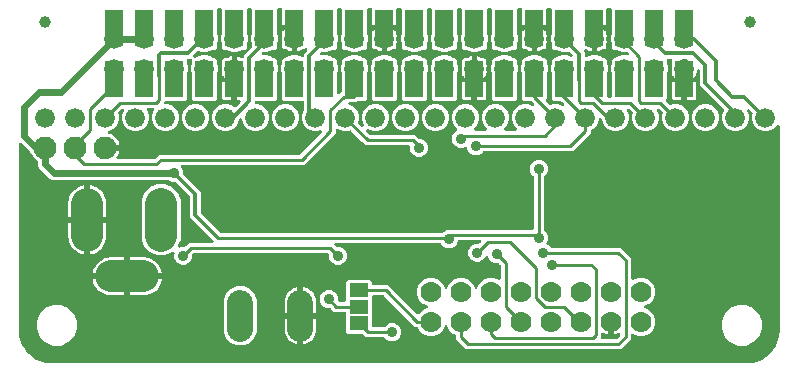
<source format=gbr>
G04 EAGLE Gerber RS-274X export*
G75*
%MOMM*%
%FSLAX34Y34*%
%LPD*%
%INBottom Copper*%
%IPPOS*%
%AMOC8*
5,1,8,0,0,1.08239X$1,22.5*%
G01*
%ADD10R,1.524000X3.048000*%
%ADD11C,1.676400*%
%ADD12C,1.000000*%
%ADD13C,2.184400*%
%ADD14C,1.778000*%
%ADD15C,2.700000*%
%ADD16R,1.600200X1.168400*%
%ADD17C,1.930400*%
%ADD18C,0.406400*%
%ADD19C,0.254000*%
%ADD20C,0.906400*%
%ADD21C,0.304800*%
%ADD22C,0.609600*%

G36*
X620022Y3051D02*
X620022Y3051D01*
X620100Y3053D01*
X624117Y3369D01*
X624185Y3383D01*
X624254Y3387D01*
X624410Y3427D01*
X632052Y5910D01*
X632159Y5960D01*
X632269Y6004D01*
X632321Y6037D01*
X632339Y6045D01*
X632355Y6058D01*
X632405Y6090D01*
X638906Y10813D01*
X638992Y10894D01*
X639084Y10970D01*
X639123Y11017D01*
X639138Y11031D01*
X639149Y11048D01*
X639187Y11094D01*
X643910Y17595D01*
X643967Y17699D01*
X644031Y17799D01*
X644053Y17855D01*
X644063Y17873D01*
X644068Y17893D01*
X644090Y17948D01*
X646573Y25590D01*
X646586Y25658D01*
X646608Y25723D01*
X646631Y25883D01*
X646947Y29900D01*
X646946Y29922D01*
X646951Y30000D01*
X646951Y203542D01*
X646934Y203679D01*
X646921Y203818D01*
X646914Y203837D01*
X646911Y203857D01*
X646861Y203986D01*
X646813Y204117D01*
X646802Y204134D01*
X646794Y204153D01*
X646713Y204265D01*
X646635Y204380D01*
X646619Y204394D01*
X646608Y204410D01*
X646500Y204499D01*
X646396Y204591D01*
X646378Y204600D01*
X646363Y204613D01*
X646237Y204672D01*
X646113Y204735D01*
X646093Y204740D01*
X646075Y204748D01*
X645939Y204775D01*
X645803Y204805D01*
X645782Y204804D01*
X645763Y204808D01*
X645624Y204800D01*
X645485Y204795D01*
X645465Y204790D01*
X645445Y204788D01*
X645313Y204746D01*
X645179Y204707D01*
X645162Y204697D01*
X645143Y204690D01*
X645025Y204616D01*
X644905Y204545D01*
X644884Y204527D01*
X644874Y204520D01*
X644860Y204505D01*
X644785Y204439D01*
X641475Y201129D01*
X637274Y199389D01*
X632726Y199389D01*
X628525Y201129D01*
X625309Y204345D01*
X623569Y208546D01*
X623569Y213094D01*
X624033Y214212D01*
X624040Y214241D01*
X624054Y214267D01*
X624082Y214394D01*
X624117Y214519D01*
X624117Y214549D01*
X624124Y214578D01*
X624120Y214707D01*
X624122Y214837D01*
X624115Y214866D01*
X624114Y214895D01*
X624078Y215020D01*
X624048Y215146D01*
X624034Y215173D01*
X624025Y215201D01*
X623960Y215313D01*
X623899Y215428D01*
X623879Y215449D01*
X623864Y215475D01*
X623758Y215596D01*
X621845Y217508D01*
X621790Y217551D01*
X621742Y217601D01*
X621665Y217648D01*
X621594Y217703D01*
X621530Y217730D01*
X621471Y217767D01*
X621385Y217793D01*
X621302Y217829D01*
X621233Y217840D01*
X621167Y217861D01*
X621077Y217865D01*
X620988Y217879D01*
X620919Y217872D01*
X620849Y217876D01*
X620761Y217858D01*
X620672Y217849D01*
X620606Y217825D01*
X620538Y217811D01*
X620457Y217772D01*
X620372Y217741D01*
X620315Y217702D01*
X620252Y217672D01*
X620184Y217613D01*
X620109Y217563D01*
X620063Y217511D01*
X620010Y217465D01*
X619958Y217392D01*
X619899Y217324D01*
X619867Y217262D01*
X619827Y217205D01*
X619795Y217121D01*
X619754Y217041D01*
X619739Y216973D01*
X619714Y216908D01*
X619704Y216819D01*
X619684Y216731D01*
X619687Y216661D01*
X619679Y216592D01*
X619691Y216503D01*
X619694Y216413D01*
X619714Y216346D01*
X619723Y216277D01*
X619775Y216125D01*
X621031Y213094D01*
X621031Y208546D01*
X619291Y204345D01*
X616075Y201129D01*
X611874Y199389D01*
X607326Y199389D01*
X603125Y201129D01*
X599909Y204345D01*
X598169Y208546D01*
X598169Y213094D01*
X599749Y216907D01*
X599756Y216935D01*
X599770Y216961D01*
X599798Y217088D01*
X599833Y217213D01*
X599833Y217243D01*
X599839Y217272D01*
X599836Y217401D01*
X599838Y217531D01*
X599831Y217560D01*
X599830Y217589D01*
X599794Y217714D01*
X599763Y217841D01*
X599750Y217867D01*
X599741Y217895D01*
X599676Y218007D01*
X599615Y218122D01*
X599595Y218143D01*
X599580Y218169D01*
X599473Y218290D01*
X579627Y238136D01*
X579627Y250495D01*
X579620Y250554D01*
X579622Y250614D01*
X579600Y250711D01*
X579587Y250810D01*
X579565Y250866D01*
X579552Y250924D01*
X579507Y251014D01*
X579470Y251106D01*
X579435Y251154D01*
X579408Y251208D01*
X579342Y251283D01*
X579284Y251363D01*
X579237Y251402D01*
X579198Y251446D01*
X579115Y251502D01*
X579039Y251566D01*
X578984Y251592D01*
X578935Y251625D01*
X578841Y251659D01*
X578751Y251702D01*
X578692Y251713D01*
X578636Y251733D01*
X578536Y251743D01*
X578439Y251761D01*
X578379Y251758D01*
X578319Y251763D01*
X578220Y251748D01*
X578121Y251742D01*
X578064Y251723D01*
X578005Y251714D01*
X577913Y251674D01*
X577819Y251644D01*
X577768Y251612D01*
X577713Y251588D01*
X577634Y251527D01*
X577550Y251474D01*
X577509Y251430D01*
X577461Y251393D01*
X577400Y251315D01*
X577332Y251242D01*
X577303Y251189D01*
X577266Y251142D01*
X577227Y251051D01*
X577178Y250963D01*
X577163Y250905D01*
X577140Y250850D01*
X577104Y250693D01*
X576954Y249742D01*
X576519Y248404D01*
X576497Y248287D01*
X576467Y248172D01*
X576463Y248112D01*
X576459Y248091D01*
X576461Y248071D01*
X576457Y248011D01*
X576457Y245933D01*
X575822Y245933D01*
X575783Y245928D01*
X575744Y245931D01*
X575626Y245908D01*
X575507Y245893D01*
X575470Y245879D01*
X575431Y245871D01*
X575322Y245820D01*
X575211Y245776D01*
X575179Y245753D01*
X575143Y245736D01*
X575051Y245660D01*
X574954Y245589D01*
X574928Y245559D01*
X574898Y245534D01*
X574795Y245410D01*
X574631Y245184D01*
X573416Y243969D01*
X572290Y243151D01*
X572232Y243096D01*
X572168Y243050D01*
X572117Y242988D01*
X572058Y242933D01*
X572016Y242866D01*
X571965Y242805D01*
X571931Y242732D01*
X571888Y242665D01*
X571863Y242589D01*
X571829Y242517D01*
X571814Y242438D01*
X571790Y242362D01*
X571784Y242283D01*
X571770Y242205D01*
X571774Y242125D01*
X571769Y242045D01*
X571784Y241967D01*
X571789Y241887D01*
X571814Y241811D01*
X571829Y241732D01*
X571863Y241660D01*
X571887Y241585D01*
X571930Y241517D01*
X571964Y241445D01*
X572015Y241383D01*
X572057Y241316D01*
X572116Y241261D01*
X572167Y241199D01*
X572231Y241153D01*
X572289Y241098D01*
X572359Y241059D01*
X572424Y241012D01*
X572498Y240983D01*
X572568Y240944D01*
X572645Y240925D01*
X572719Y240895D01*
X572798Y240885D01*
X572876Y240865D01*
X573034Y240855D01*
X573035Y240855D01*
X573036Y240855D01*
X576457Y240855D01*
X576457Y227820D01*
X576284Y227173D01*
X575949Y226594D01*
X575476Y226121D01*
X574897Y225786D01*
X574250Y225613D01*
X568835Y225613D01*
X568835Y240157D01*
X568828Y240216D01*
X568830Y240275D01*
X568808Y240373D01*
X568795Y240472D01*
X568773Y240527D01*
X568760Y240586D01*
X568715Y240675D01*
X568678Y240768D01*
X568643Y240816D01*
X568616Y240869D01*
X568550Y240944D01*
X568549Y240945D01*
X568549Y242124D01*
X568534Y242242D01*
X568527Y242361D01*
X568514Y242399D01*
X568509Y242439D01*
X568466Y242550D01*
X568429Y242663D01*
X568407Y242698D01*
X568392Y242735D01*
X568323Y242831D01*
X568259Y242932D01*
X568229Y242960D01*
X568206Y242992D01*
X568114Y243068D01*
X568027Y243150D01*
X567992Y243169D01*
X567961Y243195D01*
X567853Y243246D01*
X567749Y243303D01*
X567709Y243314D01*
X567673Y243331D01*
X567556Y243353D01*
X567441Y243383D01*
X567381Y243387D01*
X567361Y243391D01*
X567340Y243389D01*
X567280Y243393D01*
X565320Y243393D01*
X565202Y243378D01*
X565083Y243371D01*
X565045Y243358D01*
X565004Y243353D01*
X564894Y243309D01*
X564781Y243273D01*
X564746Y243251D01*
X564709Y243236D01*
X564612Y243166D01*
X564512Y243103D01*
X564484Y243073D01*
X564451Y243049D01*
X564375Y242958D01*
X564294Y242871D01*
X564274Y242836D01*
X564249Y242804D01*
X564198Y242697D01*
X564140Y242593D01*
X564130Y242553D01*
X564113Y242517D01*
X564091Y242400D01*
X564061Y242285D01*
X564057Y242224D01*
X564053Y242204D01*
X564055Y242184D01*
X564051Y242124D01*
X564051Y240963D01*
X564041Y240948D01*
X564000Y240905D01*
X563952Y240817D01*
X563895Y240735D01*
X563875Y240679D01*
X563846Y240626D01*
X563822Y240530D01*
X563788Y240436D01*
X563782Y240376D01*
X563767Y240318D01*
X563757Y240158D01*
X563757Y225613D01*
X558342Y225613D01*
X557695Y225786D01*
X557116Y226121D01*
X556643Y226594D01*
X556308Y227173D01*
X556135Y227820D01*
X556135Y240855D01*
X559564Y240855D01*
X559643Y240865D01*
X559722Y240865D01*
X559800Y240885D01*
X559879Y240895D01*
X559953Y240924D01*
X560031Y240944D01*
X560101Y240982D01*
X560175Y241012D01*
X560240Y241059D01*
X560309Y241097D01*
X560368Y241151D01*
X560432Y241199D01*
X560483Y241260D01*
X560541Y241314D01*
X560584Y241382D01*
X560635Y241443D01*
X560669Y241516D01*
X560712Y241583D01*
X560737Y241659D01*
X560771Y241731D01*
X560786Y241809D01*
X560810Y241885D01*
X560815Y241965D01*
X560830Y242044D01*
X560826Y242123D01*
X560831Y242203D01*
X560816Y242281D01*
X560811Y242361D01*
X560786Y242437D01*
X560771Y242515D01*
X560737Y242587D01*
X560713Y242663D01*
X560670Y242731D01*
X560636Y242803D01*
X560585Y242865D01*
X560543Y242932D01*
X560485Y242987D01*
X560434Y243048D01*
X560312Y243149D01*
X560311Y243150D01*
X560310Y243150D01*
X560310Y243151D01*
X559184Y243969D01*
X557969Y245184D01*
X557805Y245410D01*
X557778Y245439D01*
X557757Y245472D01*
X557669Y245554D01*
X557587Y245642D01*
X557554Y245663D01*
X557525Y245690D01*
X557420Y245748D01*
X557319Y245812D01*
X557281Y245824D01*
X557246Y245843D01*
X557130Y245873D01*
X557016Y245911D01*
X556977Y245913D01*
X556939Y245923D01*
X556778Y245933D01*
X556135Y245933D01*
X556135Y248036D01*
X556120Y248154D01*
X556113Y248272D01*
X556098Y248331D01*
X556095Y248352D01*
X556088Y248371D01*
X556073Y248428D01*
X555646Y249742D01*
X555563Y250270D01*
X555573Y250277D01*
X555674Y250341D01*
X555702Y250371D01*
X555735Y250394D01*
X555811Y250486D01*
X555892Y250573D01*
X555912Y250608D01*
X555937Y250639D01*
X555988Y250747D01*
X556046Y250851D01*
X556056Y250891D01*
X556073Y250927D01*
X556095Y251044D01*
X556125Y251159D01*
X556129Y251219D01*
X556133Y251239D01*
X556131Y251260D01*
X556135Y251320D01*
X556135Y253280D01*
X556120Y253398D01*
X556113Y253517D01*
X556100Y253555D01*
X556095Y253596D01*
X556052Y253706D01*
X556015Y253819D01*
X555993Y253854D01*
X555978Y253891D01*
X555909Y253987D01*
X555845Y254088D01*
X555815Y254116D01*
X555792Y254149D01*
X555700Y254225D01*
X555613Y254306D01*
X555578Y254326D01*
X555564Y254337D01*
X555646Y254858D01*
X556073Y256172D01*
X556095Y256288D01*
X556125Y256403D01*
X556129Y256464D01*
X556133Y256484D01*
X556131Y256505D01*
X556135Y256564D01*
X556135Y258969D01*
X556213Y259259D01*
X556230Y259384D01*
X556254Y259508D01*
X556252Y259541D01*
X556256Y259575D01*
X556242Y259700D01*
X556234Y259825D01*
X556224Y259857D01*
X556220Y259890D01*
X556175Y260008D01*
X556136Y260127D01*
X556118Y260156D01*
X556106Y260187D01*
X556033Y260290D01*
X555966Y260396D01*
X555942Y260419D01*
X555922Y260447D01*
X555826Y260528D01*
X555734Y260614D01*
X555705Y260630D01*
X555679Y260652D01*
X555566Y260707D01*
X555456Y260768D01*
X555423Y260776D01*
X555393Y260791D01*
X555269Y260816D01*
X555148Y260847D01*
X555099Y260850D01*
X555081Y260854D01*
X555059Y260853D01*
X554987Y260857D01*
X552834Y260857D01*
X552716Y260842D01*
X552597Y260835D01*
X552559Y260822D01*
X552518Y260817D01*
X552408Y260774D01*
X552295Y260737D01*
X552260Y260715D01*
X552223Y260700D01*
X552127Y260631D01*
X552026Y260567D01*
X551998Y260537D01*
X551965Y260514D01*
X551889Y260422D01*
X551808Y260335D01*
X551788Y260300D01*
X551763Y260269D01*
X551712Y260161D01*
X551654Y260057D01*
X551644Y260017D01*
X551627Y259981D01*
X551605Y259864D01*
X551575Y259749D01*
X551571Y259689D01*
X551567Y259669D01*
X551569Y259648D01*
X551565Y259588D01*
X551565Y256675D01*
X551566Y256666D01*
X551565Y256657D01*
X551586Y256508D01*
X551605Y256360D01*
X551608Y256351D01*
X551609Y256342D01*
X551661Y256190D01*
X552331Y254574D01*
X552331Y250026D01*
X551661Y248410D01*
X551659Y248401D01*
X551654Y248393D01*
X551617Y248248D01*
X551577Y248103D01*
X551577Y248094D01*
X551575Y248085D01*
X551565Y247925D01*
X551565Y226891D01*
X551098Y226425D01*
X551025Y226330D01*
X550946Y226241D01*
X550928Y226205D01*
X550903Y226173D01*
X550856Y226064D01*
X550802Y225958D01*
X550793Y225919D01*
X550777Y225881D01*
X550758Y225764D01*
X550732Y225648D01*
X550733Y225607D01*
X550727Y225567D01*
X550738Y225449D01*
X550742Y225330D01*
X550753Y225291D01*
X550757Y225251D01*
X550797Y225138D01*
X550830Y225024D01*
X550851Y224990D01*
X550864Y224951D01*
X550931Y224853D01*
X550992Y224750D01*
X551032Y224705D01*
X551043Y224688D01*
X551058Y224675D01*
X551098Y224630D01*
X553770Y221957D01*
X553794Y221939D01*
X553813Y221917D01*
X553919Y221842D01*
X554022Y221762D01*
X554049Y221751D01*
X554073Y221734D01*
X554194Y221688D01*
X554313Y221636D01*
X554343Y221631D01*
X554370Y221621D01*
X554499Y221607D01*
X554628Y221586D01*
X554657Y221589D01*
X554686Y221586D01*
X554815Y221604D01*
X554944Y221616D01*
X554972Y221626D01*
X555001Y221630D01*
X555154Y221682D01*
X556526Y222251D01*
X561074Y222251D01*
X565275Y220511D01*
X568491Y217295D01*
X570231Y213094D01*
X570231Y208546D01*
X568491Y204345D01*
X565275Y201129D01*
X561074Y199389D01*
X556526Y199389D01*
X552325Y201129D01*
X549109Y204345D01*
X547369Y208546D01*
X547369Y213094D01*
X547938Y214466D01*
X547946Y214495D01*
X547959Y214521D01*
X547988Y214648D01*
X548022Y214773D01*
X548022Y214803D01*
X548029Y214832D01*
X548025Y214961D01*
X548027Y215091D01*
X548020Y215120D01*
X548019Y215149D01*
X547983Y215274D01*
X547953Y215400D01*
X547939Y215427D01*
X547931Y215455D01*
X547865Y215567D01*
X547804Y215682D01*
X547784Y215703D01*
X547769Y215729D01*
X547663Y215850D01*
X545391Y218121D01*
X545336Y218164D01*
X545288Y218214D01*
X545211Y218261D01*
X545140Y218316D01*
X545076Y218344D01*
X545017Y218380D01*
X544931Y218406D01*
X544848Y218442D01*
X544779Y218453D01*
X544713Y218474D01*
X544623Y218478D01*
X544534Y218492D01*
X544465Y218486D01*
X544395Y218489D01*
X544307Y218471D01*
X544218Y218462D01*
X544152Y218439D01*
X544084Y218425D01*
X544003Y218385D01*
X543918Y218355D01*
X543861Y218315D01*
X543798Y218285D01*
X543730Y218227D01*
X543655Y218176D01*
X543609Y218124D01*
X543556Y218078D01*
X543504Y218005D01*
X543445Y217938D01*
X543413Y217875D01*
X543373Y217818D01*
X543341Y217734D01*
X543300Y217654D01*
X543285Y217586D01*
X543260Y217521D01*
X543250Y217432D01*
X543230Y217344D01*
X543233Y217274D01*
X543225Y217205D01*
X543237Y217116D01*
X543240Y217026D01*
X543260Y216959D01*
X543269Y216890D01*
X543321Y216738D01*
X544831Y213094D01*
X544831Y208546D01*
X543091Y204345D01*
X539875Y201129D01*
X535674Y199389D01*
X531126Y199389D01*
X526925Y201129D01*
X523709Y204345D01*
X521969Y208546D01*
X521969Y213094D01*
X522538Y214466D01*
X522546Y214495D01*
X522559Y214521D01*
X522588Y214648D01*
X522622Y214773D01*
X522622Y214803D01*
X522629Y214832D01*
X522625Y214961D01*
X522627Y215091D01*
X522620Y215120D01*
X522619Y215149D01*
X522583Y215274D01*
X522553Y215400D01*
X522539Y215427D01*
X522531Y215455D01*
X522465Y215567D01*
X522404Y215682D01*
X522384Y215703D01*
X522369Y215729D01*
X522263Y215850D01*
X519991Y218121D01*
X519936Y218164D01*
X519888Y218214D01*
X519811Y218261D01*
X519740Y218316D01*
X519676Y218344D01*
X519617Y218380D01*
X519531Y218406D01*
X519448Y218442D01*
X519379Y218453D01*
X519313Y218474D01*
X519223Y218478D01*
X519134Y218492D01*
X519065Y218486D01*
X518995Y218489D01*
X518907Y218471D01*
X518818Y218462D01*
X518752Y218439D01*
X518684Y218425D01*
X518603Y218385D01*
X518518Y218355D01*
X518461Y218315D01*
X518398Y218285D01*
X518330Y218227D01*
X518255Y218176D01*
X518209Y218124D01*
X518156Y218078D01*
X518104Y218005D01*
X518045Y217938D01*
X518013Y217875D01*
X517973Y217818D01*
X517941Y217734D01*
X517900Y217654D01*
X517885Y217586D01*
X517860Y217521D01*
X517850Y217432D01*
X517830Y217344D01*
X517833Y217274D01*
X517825Y217205D01*
X517837Y217116D01*
X517840Y217026D01*
X517860Y216959D01*
X517869Y216890D01*
X517921Y216738D01*
X519431Y213094D01*
X519431Y208546D01*
X517691Y204345D01*
X514475Y201129D01*
X510274Y199389D01*
X505726Y199389D01*
X501525Y201129D01*
X498309Y204345D01*
X496569Y208546D01*
X496569Y209267D01*
X496557Y209366D01*
X496554Y209465D01*
X496537Y209523D01*
X496529Y209583D01*
X496493Y209675D01*
X496465Y209770D01*
X496435Y209822D01*
X496412Y209879D01*
X496354Y209959D01*
X496304Y210044D01*
X496238Y210119D01*
X496226Y210136D01*
X496216Y210144D01*
X496198Y210165D01*
X496197Y210165D01*
X496088Y210250D01*
X495981Y210339D01*
X495962Y210347D01*
X495946Y210360D01*
X495818Y210415D01*
X495693Y210474D01*
X495673Y210478D01*
X495654Y210486D01*
X495516Y210508D01*
X495380Y210534D01*
X495360Y210533D01*
X495340Y210536D01*
X495201Y210523D01*
X495063Y210514D01*
X495044Y210508D01*
X495024Y210506D01*
X494892Y210459D01*
X494761Y210416D01*
X494743Y210406D01*
X494724Y210399D01*
X494609Y210321D01*
X494492Y210246D01*
X494478Y210231D01*
X494461Y210220D01*
X494369Y210116D01*
X494274Y210015D01*
X494264Y209997D01*
X494251Y209982D01*
X494187Y209858D01*
X494120Y209736D01*
X494115Y209716D01*
X494106Y209698D01*
X494076Y209563D01*
X494041Y209428D01*
X494039Y209400D01*
X494036Y209388D01*
X494037Y209368D01*
X494031Y209267D01*
X494031Y208546D01*
X492291Y204345D01*
X489075Y201129D01*
X487702Y200561D01*
X487677Y200546D01*
X487649Y200537D01*
X487539Y200468D01*
X487426Y200403D01*
X487405Y200383D01*
X487380Y200367D01*
X487291Y200272D01*
X487198Y200182D01*
X487182Y200157D01*
X487162Y200135D01*
X487099Y200022D01*
X487031Y199911D01*
X487023Y199883D01*
X487008Y199857D01*
X486976Y199731D01*
X486938Y199607D01*
X486936Y199578D01*
X486929Y199549D01*
X486919Y199388D01*
X486919Y197601D01*
X471689Y182371D01*
X396818Y182371D01*
X396720Y182359D01*
X396621Y182356D01*
X396562Y182339D01*
X396502Y182331D01*
X396410Y182295D01*
X396315Y182267D01*
X396263Y182237D01*
X396207Y182214D01*
X396127Y182156D01*
X396041Y182106D01*
X395966Y182040D01*
X395949Y182028D01*
X395941Y182018D01*
X395920Y182000D01*
X394184Y180263D01*
X391398Y179109D01*
X388382Y179109D01*
X385596Y180263D01*
X383463Y182396D01*
X382290Y185228D01*
X382283Y185262D01*
X382269Y185371D01*
X382251Y185417D01*
X382241Y185466D01*
X382193Y185565D01*
X382152Y185667D01*
X382123Y185707D01*
X382101Y185752D01*
X382030Y185835D01*
X381966Y185924D01*
X381927Y185956D01*
X381895Y185994D01*
X381805Y186057D01*
X381721Y186127D01*
X381676Y186148D01*
X381635Y186177D01*
X381532Y186216D01*
X381433Y186262D01*
X381384Y186272D01*
X381338Y186289D01*
X381228Y186302D01*
X381121Y186322D01*
X381071Y186319D01*
X381022Y186325D01*
X380913Y186309D01*
X380803Y186303D01*
X380756Y186287D01*
X380707Y186280D01*
X380554Y186228D01*
X378698Y185459D01*
X375682Y185459D01*
X372896Y186613D01*
X370763Y188746D01*
X369609Y191532D01*
X369609Y194548D01*
X370763Y197334D01*
X372896Y199467D01*
X373469Y199704D01*
X373512Y199729D01*
X373559Y199745D01*
X373649Y199807D01*
X373745Y199861D01*
X373781Y199896D01*
X373822Y199924D01*
X373894Y200006D01*
X373973Y200083D01*
X373999Y200125D01*
X374032Y200162D01*
X374082Y200260D01*
X374140Y200354D01*
X374154Y200401D01*
X374177Y200446D01*
X374201Y200553D01*
X374233Y200658D01*
X374236Y200707D01*
X374246Y200756D01*
X374243Y200866D01*
X374248Y200975D01*
X374238Y201024D01*
X374237Y201074D01*
X374206Y201179D01*
X374184Y201287D01*
X374162Y201332D01*
X374148Y201379D01*
X374093Y201474D01*
X374044Y201573D01*
X374012Y201610D01*
X373987Y201653D01*
X373880Y201774D01*
X371309Y204345D01*
X369569Y208546D01*
X369569Y213094D01*
X371309Y217295D01*
X374525Y220511D01*
X378726Y222251D01*
X383274Y222251D01*
X387475Y220511D01*
X390691Y217295D01*
X392431Y213094D01*
X392431Y208546D01*
X390691Y204345D01*
X388411Y202065D01*
X388326Y201956D01*
X388237Y201849D01*
X388228Y201830D01*
X388216Y201814D01*
X388161Y201686D01*
X388102Y201561D01*
X388098Y201541D01*
X388090Y201522D01*
X388068Y201384D01*
X388042Y201248D01*
X388043Y201228D01*
X388040Y201208D01*
X388053Y201069D01*
X388062Y200931D01*
X388068Y200912D01*
X388070Y200892D01*
X388117Y200760D01*
X388160Y200629D01*
X388170Y200611D01*
X388177Y200592D01*
X388255Y200477D01*
X388330Y200360D01*
X388344Y200346D01*
X388356Y200329D01*
X388460Y200237D01*
X388561Y200142D01*
X388579Y200132D01*
X388594Y200119D01*
X388718Y200055D01*
X388840Y199988D01*
X388859Y199983D01*
X388877Y199974D01*
X389013Y199944D01*
X389148Y199909D01*
X389176Y199907D01*
X389188Y199904D01*
X389208Y199905D01*
X389308Y199899D01*
X398092Y199899D01*
X398229Y199916D01*
X398368Y199929D01*
X398387Y199936D01*
X398407Y199939D01*
X398536Y199990D01*
X398667Y200037D01*
X398684Y200048D01*
X398703Y200056D01*
X398815Y200137D01*
X398930Y200215D01*
X398944Y200231D01*
X398960Y200242D01*
X399049Y200350D01*
X399141Y200454D01*
X399150Y200472D01*
X399163Y200487D01*
X399222Y200613D01*
X399285Y200737D01*
X399290Y200757D01*
X399298Y200775D01*
X399325Y200911D01*
X399355Y201047D01*
X399354Y201068D01*
X399358Y201087D01*
X399350Y201226D01*
X399345Y201365D01*
X399340Y201385D01*
X399338Y201405D01*
X399296Y201537D01*
X399257Y201671D01*
X399247Y201688D01*
X399240Y201707D01*
X399166Y201825D01*
X399095Y201945D01*
X399077Y201966D01*
X399070Y201976D01*
X399055Y201990D01*
X398989Y202065D01*
X396709Y204345D01*
X394969Y208546D01*
X394969Y213094D01*
X396709Y217295D01*
X399925Y220511D01*
X404126Y222251D01*
X408674Y222251D01*
X412875Y220511D01*
X416091Y217295D01*
X417831Y213094D01*
X417831Y208546D01*
X416091Y204345D01*
X413811Y202065D01*
X413726Y201956D01*
X413637Y201849D01*
X413628Y201830D01*
X413616Y201814D01*
X413561Y201686D01*
X413502Y201561D01*
X413498Y201541D01*
X413490Y201522D01*
X413468Y201384D01*
X413442Y201248D01*
X413443Y201228D01*
X413440Y201208D01*
X413453Y201069D01*
X413462Y200931D01*
X413468Y200912D01*
X413470Y200892D01*
X413517Y200760D01*
X413560Y200629D01*
X413570Y200611D01*
X413577Y200592D01*
X413655Y200477D01*
X413730Y200360D01*
X413744Y200346D01*
X413756Y200329D01*
X413860Y200237D01*
X413961Y200142D01*
X413979Y200132D01*
X413994Y200119D01*
X414118Y200055D01*
X414240Y199988D01*
X414259Y199983D01*
X414277Y199974D01*
X414413Y199944D01*
X414548Y199909D01*
X414576Y199907D01*
X414588Y199904D01*
X414608Y199905D01*
X414708Y199899D01*
X423492Y199899D01*
X423629Y199916D01*
X423768Y199929D01*
X423787Y199936D01*
X423807Y199939D01*
X423936Y199990D01*
X424067Y200037D01*
X424084Y200048D01*
X424103Y200056D01*
X424215Y200137D01*
X424330Y200215D01*
X424344Y200231D01*
X424360Y200242D01*
X424449Y200350D01*
X424541Y200454D01*
X424550Y200472D01*
X424563Y200487D01*
X424622Y200613D01*
X424685Y200737D01*
X424690Y200757D01*
X424698Y200775D01*
X424725Y200911D01*
X424755Y201047D01*
X424754Y201068D01*
X424758Y201087D01*
X424750Y201226D01*
X424745Y201365D01*
X424740Y201385D01*
X424738Y201405D01*
X424696Y201537D01*
X424657Y201671D01*
X424647Y201688D01*
X424640Y201707D01*
X424566Y201825D01*
X424495Y201945D01*
X424477Y201966D01*
X424470Y201976D01*
X424455Y201990D01*
X424389Y202065D01*
X422109Y204345D01*
X420369Y208546D01*
X420369Y213094D01*
X422109Y217295D01*
X425325Y220511D01*
X429526Y222251D01*
X434074Y222251D01*
X437718Y220741D01*
X437785Y220723D01*
X437849Y220695D01*
X437938Y220681D01*
X438024Y220657D01*
X438094Y220656D01*
X438163Y220645D01*
X438253Y220654D01*
X438342Y220652D01*
X438410Y220669D01*
X438480Y220675D01*
X438564Y220706D01*
X438652Y220726D01*
X438713Y220759D01*
X438779Y220783D01*
X438853Y220833D01*
X438933Y220875D01*
X438984Y220922D01*
X439042Y220961D01*
X439102Y221029D01*
X439168Y221089D01*
X439207Y221147D01*
X439253Y221200D01*
X439294Y221280D01*
X439343Y221355D01*
X439366Y221421D01*
X439397Y221483D01*
X439417Y221571D01*
X439446Y221656D01*
X439452Y221725D01*
X439467Y221793D01*
X439464Y221883D01*
X439471Y221973D01*
X439459Y222041D01*
X439457Y222111D01*
X439432Y222197D01*
X439417Y222286D01*
X439388Y222350D01*
X439369Y222417D01*
X439323Y222494D01*
X439286Y222576D01*
X439243Y222631D01*
X439207Y222691D01*
X439101Y222811D01*
X437179Y224734D01*
X437101Y224794D01*
X437028Y224862D01*
X436975Y224891D01*
X436928Y224928D01*
X436837Y224968D01*
X436750Y225016D01*
X436691Y225031D01*
X436636Y225055D01*
X436538Y225070D01*
X436442Y225095D01*
X436342Y225101D01*
X436322Y225105D01*
X436309Y225103D01*
X436281Y225105D01*
X430413Y225105D01*
X428627Y226891D01*
X428627Y247944D01*
X428626Y247953D01*
X428627Y247962D01*
X428606Y248111D01*
X428587Y248259D01*
X428584Y248268D01*
X428583Y248277D01*
X428531Y248430D01*
X427869Y250026D01*
X427869Y254574D01*
X428531Y256170D01*
X428533Y256179D01*
X428538Y256188D01*
X428575Y256333D01*
X428615Y256477D01*
X428615Y256486D01*
X428617Y256495D01*
X428627Y256656D01*
X428627Y259897D01*
X430413Y261683D01*
X431991Y261683D01*
X432090Y261695D01*
X432189Y261698D01*
X432247Y261715D01*
X432307Y261723D01*
X432399Y261759D01*
X432494Y261787D01*
X432546Y261817D01*
X432603Y261840D01*
X432683Y261898D01*
X432768Y261948D01*
X432809Y261984D01*
X437026Y263731D01*
X441574Y263731D01*
X445807Y261977D01*
X445861Y261926D01*
X445914Y261897D01*
X445962Y261860D01*
X446053Y261820D01*
X446140Y261772D01*
X446198Y261757D01*
X446254Y261733D01*
X446352Y261718D01*
X446448Y261693D01*
X446548Y261687D01*
X446568Y261683D01*
X446581Y261685D01*
X446609Y261683D01*
X448179Y261683D01*
X449965Y259897D01*
X449965Y256675D01*
X449966Y256666D01*
X449965Y256657D01*
X449986Y256508D01*
X450005Y256360D01*
X450008Y256351D01*
X450009Y256342D01*
X450061Y256190D01*
X450731Y254574D01*
X450731Y250026D01*
X450061Y248410D01*
X450059Y248401D01*
X450054Y248393D01*
X450017Y248248D01*
X449977Y248104D01*
X449977Y248094D01*
X449975Y248085D01*
X449965Y247925D01*
X449965Y226891D01*
X449498Y226425D01*
X449425Y226331D01*
X449346Y226241D01*
X449328Y226205D01*
X449303Y226173D01*
X449256Y226064D01*
X449202Y225958D01*
X449193Y225919D01*
X449177Y225881D01*
X449158Y225764D01*
X449132Y225648D01*
X449133Y225607D01*
X449127Y225567D01*
X449138Y225449D01*
X449142Y225330D01*
X449153Y225291D01*
X449157Y225251D01*
X449197Y225139D01*
X449230Y225024D01*
X449251Y224989D01*
X449264Y224951D01*
X449331Y224853D01*
X449392Y224750D01*
X449432Y224705D01*
X449443Y224688D01*
X449458Y224675D01*
X449498Y224630D01*
X452170Y221957D01*
X452194Y221939D01*
X452213Y221917D01*
X452319Y221842D01*
X452422Y221762D01*
X452449Y221751D01*
X452473Y221734D01*
X452594Y221688D01*
X452713Y221636D01*
X452743Y221631D01*
X452770Y221621D01*
X452899Y221607D01*
X453028Y221586D01*
X453057Y221589D01*
X453086Y221586D01*
X453215Y221604D01*
X453344Y221616D01*
X453372Y221626D01*
X453401Y221630D01*
X453554Y221682D01*
X454926Y222251D01*
X459474Y222251D01*
X463118Y220741D01*
X463185Y220723D01*
X463249Y220695D01*
X463338Y220681D01*
X463424Y220657D01*
X463494Y220656D01*
X463563Y220645D01*
X463653Y220654D01*
X463742Y220652D01*
X463810Y220669D01*
X463880Y220675D01*
X463964Y220706D01*
X464052Y220726D01*
X464113Y220759D01*
X464179Y220783D01*
X464253Y220833D01*
X464333Y220875D01*
X464384Y220922D01*
X464442Y220961D01*
X464502Y221029D01*
X464568Y221089D01*
X464607Y221147D01*
X464653Y221200D01*
X464694Y221280D01*
X464743Y221355D01*
X464766Y221421D01*
X464797Y221483D01*
X464817Y221571D01*
X464846Y221656D01*
X464852Y221725D01*
X464867Y221793D01*
X464864Y221883D01*
X464871Y221973D01*
X464859Y222041D01*
X464857Y222111D01*
X464832Y222197D01*
X464817Y222286D01*
X464788Y222350D01*
X464769Y222417D01*
X464723Y222494D01*
X464686Y222576D01*
X464643Y222630D01*
X464607Y222691D01*
X464501Y222811D01*
X463537Y223776D01*
X463459Y223836D01*
X463387Y223904D01*
X463334Y223933D01*
X463286Y223970D01*
X463195Y224010D01*
X463108Y224058D01*
X463049Y224073D01*
X462994Y224097D01*
X462896Y224112D01*
X462822Y224131D01*
X462220Y224734D01*
X462141Y224794D01*
X462069Y224862D01*
X462016Y224891D01*
X461968Y224928D01*
X461877Y224968D01*
X461791Y225016D01*
X461732Y225031D01*
X461677Y225055D01*
X461579Y225070D01*
X461483Y225095D01*
X461383Y225101D01*
X461362Y225105D01*
X461350Y225103D01*
X461322Y225105D01*
X455813Y225105D01*
X454027Y226891D01*
X454027Y247944D01*
X454026Y247953D01*
X454027Y247962D01*
X454006Y248111D01*
X453987Y248259D01*
X453984Y248268D01*
X453983Y248277D01*
X453931Y248430D01*
X453269Y250026D01*
X453269Y254574D01*
X453931Y256170D01*
X453933Y256179D01*
X453938Y256188D01*
X453975Y256333D01*
X454015Y256477D01*
X454015Y256486D01*
X454017Y256495D01*
X454027Y256656D01*
X454027Y259897D01*
X455813Y261683D01*
X457391Y261683D01*
X457490Y261695D01*
X457589Y261698D01*
X457647Y261715D01*
X457707Y261723D01*
X457799Y261759D01*
X457894Y261787D01*
X457946Y261817D01*
X458003Y261840D01*
X458083Y261898D01*
X458168Y261948D01*
X458209Y261984D01*
X462426Y263731D01*
X466974Y263731D01*
X470020Y262469D01*
X470087Y262450D01*
X470152Y262423D01*
X470240Y262409D01*
X470327Y262385D01*
X470397Y262384D01*
X470466Y262373D01*
X470555Y262381D01*
X470645Y262380D01*
X470713Y262396D01*
X470782Y262403D01*
X470867Y262433D01*
X470954Y262454D01*
X471016Y262487D01*
X471082Y262510D01*
X471156Y262561D01*
X471235Y262603D01*
X471287Y262650D01*
X471345Y262689D01*
X471404Y262756D01*
X471471Y262817D01*
X471509Y262875D01*
X471555Y262927D01*
X471596Y263007D01*
X471645Y263082D01*
X471668Y263148D01*
X471700Y263210D01*
X471719Y263298D01*
X471749Y263383D01*
X471754Y263453D01*
X471769Y263521D01*
X471767Y263611D01*
X471774Y263700D01*
X471762Y263769D01*
X471760Y263839D01*
X471735Y263925D01*
X471719Y264014D01*
X471691Y264077D01*
X471671Y264144D01*
X471626Y264222D01*
X471589Y264303D01*
X471545Y264358D01*
X471510Y264418D01*
X471403Y264539D01*
X469482Y266460D01*
X469459Y266478D01*
X469440Y266501D01*
X469334Y266575D01*
X469231Y266655D01*
X469204Y266667D01*
X469180Y266684D01*
X469058Y266730D01*
X468939Y266782D01*
X468910Y266786D01*
X468882Y266797D01*
X468753Y266811D01*
X468625Y266831D01*
X468596Y266829D01*
X468566Y266832D01*
X468438Y266814D01*
X468308Y266802D01*
X468281Y266792D01*
X468251Y266787D01*
X468099Y266735D01*
X466974Y266269D01*
X462426Y266269D01*
X458190Y268024D01*
X458171Y268042D01*
X458118Y268071D01*
X458070Y268108D01*
X457979Y268148D01*
X457892Y268196D01*
X457834Y268211D01*
X457778Y268235D01*
X457680Y268250D01*
X457584Y268275D01*
X457484Y268281D01*
X457464Y268285D01*
X457451Y268283D01*
X457423Y268285D01*
X455813Y268285D01*
X454027Y270071D01*
X454027Y273344D01*
X454026Y273353D01*
X454027Y273362D01*
X454006Y273511D01*
X453987Y273659D01*
X453984Y273668D01*
X453983Y273677D01*
X453931Y273830D01*
X453269Y275426D01*
X453269Y279974D01*
X453931Y281570D01*
X453933Y281579D01*
X453938Y281588D01*
X453975Y281733D01*
X454015Y281877D01*
X454015Y281886D01*
X454017Y281895D01*
X454027Y282056D01*
X454027Y302286D01*
X454012Y302404D01*
X454005Y302523D01*
X453992Y302561D01*
X453987Y302602D01*
X453944Y302712D01*
X453907Y302825D01*
X453885Y302860D01*
X453870Y302897D01*
X453801Y302993D01*
X453737Y303094D01*
X453707Y303122D01*
X453684Y303155D01*
X453592Y303231D01*
X453505Y303312D01*
X453470Y303332D01*
X453439Y303357D01*
X453331Y303408D01*
X453227Y303466D01*
X453187Y303476D01*
X453151Y303493D01*
X453034Y303515D01*
X452919Y303545D01*
X452859Y303549D01*
X452839Y303553D01*
X452818Y303551D01*
X452758Y303555D01*
X450726Y303555D01*
X450608Y303540D01*
X450489Y303533D01*
X450451Y303520D01*
X450410Y303515D01*
X450300Y303472D01*
X450187Y303435D01*
X450152Y303413D01*
X450115Y303398D01*
X450019Y303329D01*
X449918Y303265D01*
X449890Y303235D01*
X449857Y303212D01*
X449781Y303120D01*
X449700Y303033D01*
X449680Y302998D01*
X449655Y302967D01*
X449604Y302859D01*
X449546Y302755D01*
X449536Y302715D01*
X449519Y302679D01*
X449497Y302562D01*
X449467Y302447D01*
X449463Y302387D01*
X449459Y302367D01*
X449461Y302346D01*
X449457Y302286D01*
X449457Y289113D01*
X446080Y289113D01*
X446001Y289103D01*
X445922Y289103D01*
X445844Y289083D01*
X445765Y289073D01*
X445691Y289044D01*
X445613Y289024D01*
X445543Y288986D01*
X445469Y288956D01*
X445405Y288910D01*
X445335Y288871D01*
X445276Y288816D01*
X445212Y288769D01*
X445161Y288708D01*
X445103Y288654D01*
X445060Y288586D01*
X445009Y288524D01*
X444975Y288452D01*
X444932Y288385D01*
X444907Y288309D01*
X444873Y288237D01*
X444858Y288159D01*
X444834Y288083D01*
X444829Y288003D01*
X444814Y287924D01*
X444819Y287845D01*
X444813Y287765D01*
X444828Y287687D01*
X444833Y287607D01*
X444858Y287531D01*
X444873Y287453D01*
X444907Y287381D01*
X444931Y287304D01*
X444974Y287237D01*
X445008Y287165D01*
X445059Y287103D01*
X445102Y287036D01*
X445160Y286981D01*
X445210Y286920D01*
X445332Y286819D01*
X445333Y286818D01*
X445334Y286817D01*
X446416Y286031D01*
X447631Y284816D01*
X447819Y284558D01*
X447846Y284529D01*
X447867Y284496D01*
X447954Y284414D01*
X448036Y284326D01*
X448070Y284305D01*
X448098Y284278D01*
X448203Y284220D01*
X448305Y284156D01*
X448342Y284143D01*
X448377Y284124D01*
X448493Y284095D01*
X448607Y284057D01*
X448647Y284055D01*
X448685Y284045D01*
X448845Y284035D01*
X449457Y284035D01*
X449457Y281989D01*
X449472Y281871D01*
X449479Y281752D01*
X449494Y281693D01*
X449497Y281673D01*
X449504Y281654D01*
X449519Y281596D01*
X449954Y280258D01*
X450036Y279736D01*
X450019Y279723D01*
X449918Y279659D01*
X449890Y279629D01*
X449857Y279606D01*
X449781Y279514D01*
X449700Y279427D01*
X449680Y279392D01*
X449655Y279361D01*
X449604Y279253D01*
X449546Y279149D01*
X449536Y279109D01*
X449519Y279073D01*
X449497Y278956D01*
X449467Y278841D01*
X449463Y278781D01*
X449459Y278761D01*
X449461Y278740D01*
X449457Y278680D01*
X449457Y276720D01*
X449472Y276602D01*
X449479Y276483D01*
X449492Y276445D01*
X449497Y276404D01*
X449540Y276294D01*
X449577Y276181D01*
X449599Y276146D01*
X449614Y276109D01*
X449683Y276012D01*
X449747Y275912D01*
X449777Y275884D01*
X449800Y275851D01*
X449892Y275775D01*
X449979Y275694D01*
X450014Y275674D01*
X450035Y275657D01*
X449954Y275142D01*
X449519Y273804D01*
X449497Y273687D01*
X449467Y273572D01*
X449463Y273512D01*
X449459Y273491D01*
X449460Y273482D01*
X449459Y273479D01*
X449460Y273465D01*
X449457Y273411D01*
X449457Y271000D01*
X449284Y270353D01*
X448949Y269774D01*
X448476Y269301D01*
X447897Y268966D01*
X447250Y268793D01*
X446036Y268793D01*
X445872Y268773D01*
X445722Y268754D01*
X445721Y268754D01*
X445721Y268753D01*
X445562Y268691D01*
X445426Y268637D01*
X445425Y268637D01*
X445425Y268636D01*
X445424Y268636D01*
X445290Y268551D01*
X445025Y268358D01*
X443493Y267577D01*
X441858Y267046D01*
X441549Y266997D01*
X441549Y276720D01*
X441534Y276838D01*
X441527Y276957D01*
X441514Y276995D01*
X441509Y277035D01*
X441466Y277146D01*
X441429Y277259D01*
X441407Y277293D01*
X441392Y277331D01*
X441323Y277427D01*
X441259Y277528D01*
X441229Y277556D01*
X441206Y277588D01*
X441114Y277664D01*
X441080Y277696D01*
X441088Y277701D01*
X441116Y277731D01*
X441149Y277755D01*
X441225Y277846D01*
X441306Y277933D01*
X441326Y277968D01*
X441351Y278000D01*
X441402Y278107D01*
X441460Y278212D01*
X441470Y278251D01*
X441487Y278287D01*
X441509Y278404D01*
X441539Y278520D01*
X441543Y278580D01*
X441547Y278600D01*
X441545Y278620D01*
X441549Y278680D01*
X441549Y285304D01*
X441534Y285422D01*
X441527Y285541D01*
X441514Y285579D01*
X441509Y285619D01*
X441466Y285730D01*
X441429Y285843D01*
X441407Y285878D01*
X441392Y285915D01*
X441323Y286011D01*
X441259Y286112D01*
X441229Y286140D01*
X441206Y286172D01*
X441114Y286248D01*
X441027Y286330D01*
X440992Y286349D01*
X440961Y286375D01*
X440853Y286426D01*
X440749Y286483D01*
X440709Y286494D01*
X440673Y286511D01*
X440556Y286533D01*
X440441Y286563D01*
X440381Y286567D01*
X440361Y286571D01*
X440340Y286569D01*
X440280Y286573D01*
X438320Y286573D01*
X438202Y286558D01*
X438083Y286551D01*
X438045Y286538D01*
X438004Y286533D01*
X437894Y286489D01*
X437781Y286453D01*
X437746Y286431D01*
X437709Y286416D01*
X437612Y286346D01*
X437512Y286283D01*
X437484Y286253D01*
X437451Y286229D01*
X437375Y286138D01*
X437294Y286051D01*
X437274Y286016D01*
X437249Y285984D01*
X437198Y285877D01*
X437140Y285773D01*
X437130Y285733D01*
X437113Y285697D01*
X437091Y285580D01*
X437061Y285465D01*
X437057Y285404D01*
X437053Y285384D01*
X437055Y285364D01*
X437051Y285304D01*
X437051Y278680D01*
X437066Y278562D01*
X437073Y278443D01*
X437085Y278405D01*
X437091Y278365D01*
X437134Y278254D01*
X437171Y278141D01*
X437193Y278107D01*
X437208Y278069D01*
X437277Y277973D01*
X437341Y277872D01*
X437371Y277844D01*
X437394Y277812D01*
X437486Y277736D01*
X437520Y277704D01*
X437512Y277699D01*
X437484Y277669D01*
X437451Y277645D01*
X437375Y277554D01*
X437294Y277467D01*
X437274Y277432D01*
X437249Y277400D01*
X437198Y277293D01*
X437140Y277188D01*
X437130Y277149D01*
X437113Y277113D01*
X437091Y276996D01*
X437061Y276880D01*
X437057Y276820D01*
X437053Y276800D01*
X437055Y276780D01*
X437051Y276720D01*
X437051Y266997D01*
X436742Y267046D01*
X435107Y267577D01*
X433575Y268358D01*
X433310Y268551D01*
X433166Y268630D01*
X433032Y268704D01*
X433031Y268704D01*
X432862Y268748D01*
X432725Y268783D01*
X432724Y268783D01*
X432723Y268783D01*
X432722Y268783D01*
X432564Y268793D01*
X431342Y268793D01*
X430695Y268966D01*
X430116Y269301D01*
X429643Y269774D01*
X429308Y270353D01*
X429135Y271000D01*
X429135Y273436D01*
X429120Y273554D01*
X429113Y273672D01*
X429098Y273731D01*
X429095Y273752D01*
X429088Y273771D01*
X429073Y273828D01*
X428646Y275142D01*
X428563Y275670D01*
X428573Y275677D01*
X428674Y275741D01*
X428702Y275771D01*
X428735Y275794D01*
X428811Y275886D01*
X428892Y275973D01*
X428912Y276008D01*
X428937Y276039D01*
X428988Y276147D01*
X429046Y276251D01*
X429056Y276291D01*
X429073Y276327D01*
X429095Y276444D01*
X429125Y276559D01*
X429129Y276619D01*
X429133Y276639D01*
X429131Y276660D01*
X429135Y276720D01*
X429135Y278680D01*
X429120Y278798D01*
X429113Y278917D01*
X429100Y278955D01*
X429095Y278996D01*
X429052Y279106D01*
X429015Y279219D01*
X428993Y279254D01*
X428978Y279291D01*
X428909Y279387D01*
X428845Y279488D01*
X428815Y279516D01*
X428792Y279549D01*
X428700Y279625D01*
X428613Y279706D01*
X428578Y279726D01*
X428564Y279737D01*
X428646Y280258D01*
X429073Y281572D01*
X429095Y281688D01*
X429125Y281803D01*
X429129Y281864D01*
X429133Y281884D01*
X429131Y281904D01*
X429135Y281964D01*
X429135Y284035D01*
X429755Y284035D01*
X429794Y284040D01*
X429833Y284037D01*
X429951Y284060D01*
X430070Y284075D01*
X430107Y284089D01*
X430145Y284097D01*
X430254Y284148D01*
X430366Y284192D01*
X430398Y284215D01*
X430433Y284232D01*
X430526Y284308D01*
X430623Y284379D01*
X430648Y284409D01*
X430679Y284434D01*
X430781Y284558D01*
X430969Y284816D01*
X432184Y286031D01*
X433266Y286817D01*
X433324Y286872D01*
X433388Y286918D01*
X433439Y286980D01*
X433498Y287035D01*
X433540Y287102D01*
X433591Y287163D01*
X433625Y287236D01*
X433668Y287303D01*
X433693Y287379D01*
X433727Y287451D01*
X433742Y287530D01*
X433766Y287606D01*
X433771Y287685D01*
X433786Y287763D01*
X433781Y287843D01*
X433787Y287923D01*
X433772Y288001D01*
X433767Y288081D01*
X433742Y288157D01*
X433727Y288235D01*
X433693Y288308D01*
X433669Y288383D01*
X433626Y288451D01*
X433592Y288523D01*
X433541Y288585D01*
X433498Y288652D01*
X433440Y288707D01*
X433389Y288769D01*
X433325Y288815D01*
X433267Y288870D01*
X433197Y288909D01*
X433132Y288956D01*
X433058Y288985D01*
X432988Y289023D01*
X432911Y289043D01*
X432837Y289073D01*
X432758Y289083D01*
X432680Y289103D01*
X432522Y289113D01*
X432521Y289113D01*
X432520Y289113D01*
X429135Y289113D01*
X429135Y302286D01*
X429120Y302404D01*
X429113Y302523D01*
X429100Y302561D01*
X429095Y302602D01*
X429052Y302712D01*
X429015Y302825D01*
X428993Y302860D01*
X428978Y302897D01*
X428909Y302993D01*
X428845Y303094D01*
X428815Y303122D01*
X428792Y303155D01*
X428700Y303231D01*
X428613Y303312D01*
X428578Y303332D01*
X428547Y303357D01*
X428439Y303408D01*
X428335Y303466D01*
X428295Y303476D01*
X428259Y303493D01*
X428142Y303515D01*
X428027Y303545D01*
X427967Y303549D01*
X427947Y303553D01*
X427926Y303551D01*
X427866Y303555D01*
X425834Y303555D01*
X425716Y303540D01*
X425597Y303533D01*
X425559Y303520D01*
X425518Y303515D01*
X425408Y303472D01*
X425295Y303435D01*
X425260Y303413D01*
X425223Y303398D01*
X425127Y303329D01*
X425026Y303265D01*
X424998Y303235D01*
X424965Y303212D01*
X424889Y303120D01*
X424808Y303033D01*
X424788Y302998D01*
X424763Y302967D01*
X424712Y302859D01*
X424654Y302755D01*
X424644Y302715D01*
X424627Y302679D01*
X424605Y302562D01*
X424575Y302447D01*
X424571Y302387D01*
X424567Y302367D01*
X424569Y302346D01*
X424565Y302286D01*
X424565Y282075D01*
X424566Y282066D01*
X424565Y282057D01*
X424586Y281908D01*
X424605Y281760D01*
X424608Y281751D01*
X424609Y281742D01*
X424661Y281590D01*
X425331Y279974D01*
X425331Y275426D01*
X424661Y273810D01*
X424659Y273801D01*
X424654Y273793D01*
X424617Y273648D01*
X424577Y273504D01*
X424577Y273494D01*
X424575Y273485D01*
X424565Y273325D01*
X424565Y270071D01*
X422779Y268285D01*
X421177Y268285D01*
X421078Y268273D01*
X420979Y268270D01*
X420921Y268253D01*
X420861Y268245D01*
X420769Y268209D01*
X420674Y268181D01*
X420622Y268151D01*
X420565Y268128D01*
X420485Y268070D01*
X420400Y268020D01*
X416174Y266269D01*
X411626Y266269D01*
X407390Y268024D01*
X407371Y268042D01*
X407318Y268071D01*
X407270Y268108D01*
X407179Y268148D01*
X407092Y268196D01*
X407034Y268211D01*
X406978Y268235D01*
X406880Y268250D01*
X406784Y268275D01*
X406684Y268281D01*
X406664Y268285D01*
X406651Y268283D01*
X406623Y268285D01*
X405013Y268285D01*
X403227Y270071D01*
X403227Y273344D01*
X403226Y273353D01*
X403227Y273362D01*
X403206Y273511D01*
X403187Y273659D01*
X403184Y273668D01*
X403183Y273677D01*
X403131Y273830D01*
X402469Y275426D01*
X402469Y279974D01*
X403131Y281570D01*
X403133Y281579D01*
X403138Y281588D01*
X403175Y281733D01*
X403215Y281877D01*
X403215Y281886D01*
X403217Y281895D01*
X403227Y282056D01*
X403227Y302286D01*
X403212Y302404D01*
X403205Y302523D01*
X403192Y302561D01*
X403187Y302602D01*
X403144Y302712D01*
X403107Y302825D01*
X403085Y302860D01*
X403070Y302897D01*
X403001Y302993D01*
X402937Y303094D01*
X402907Y303122D01*
X402884Y303155D01*
X402792Y303231D01*
X402705Y303312D01*
X402670Y303332D01*
X402639Y303357D01*
X402531Y303408D01*
X402427Y303466D01*
X402387Y303476D01*
X402351Y303493D01*
X402234Y303515D01*
X402119Y303545D01*
X402059Y303549D01*
X402039Y303553D01*
X402018Y303551D01*
X401958Y303555D01*
X400434Y303555D01*
X400316Y303540D01*
X400197Y303533D01*
X400159Y303520D01*
X400118Y303515D01*
X400008Y303472D01*
X399895Y303435D01*
X399860Y303413D01*
X399823Y303398D01*
X399727Y303329D01*
X399626Y303265D01*
X399598Y303235D01*
X399565Y303212D01*
X399489Y303120D01*
X399408Y303033D01*
X399388Y302998D01*
X399363Y302967D01*
X399312Y302859D01*
X399254Y302755D01*
X399244Y302715D01*
X399227Y302679D01*
X399205Y302562D01*
X399175Y302447D01*
X399171Y302387D01*
X399167Y302367D01*
X399169Y302346D01*
X399165Y302286D01*
X399165Y282075D01*
X399166Y282066D01*
X399165Y282057D01*
X399186Y281908D01*
X399205Y281760D01*
X399208Y281751D01*
X399209Y281742D01*
X399261Y281590D01*
X399931Y279974D01*
X399931Y275426D01*
X399261Y273810D01*
X399259Y273801D01*
X399254Y273793D01*
X399217Y273648D01*
X399177Y273503D01*
X399177Y273494D01*
X399175Y273485D01*
X399165Y273325D01*
X399165Y270071D01*
X397379Y268285D01*
X395777Y268285D01*
X395678Y268273D01*
X395579Y268270D01*
X395521Y268253D01*
X395461Y268245D01*
X395369Y268209D01*
X395274Y268181D01*
X395222Y268151D01*
X395165Y268128D01*
X395085Y268070D01*
X395000Y268020D01*
X390774Y266269D01*
X386226Y266269D01*
X381990Y268024D01*
X381971Y268042D01*
X381918Y268071D01*
X381870Y268108D01*
X381779Y268148D01*
X381692Y268196D01*
X381634Y268211D01*
X381578Y268235D01*
X381480Y268250D01*
X381384Y268275D01*
X381284Y268281D01*
X381264Y268285D01*
X381251Y268283D01*
X381223Y268285D01*
X379613Y268285D01*
X377827Y270071D01*
X377827Y273344D01*
X377826Y273353D01*
X377827Y273362D01*
X377806Y273511D01*
X377787Y273659D01*
X377784Y273668D01*
X377783Y273677D01*
X377731Y273830D01*
X377069Y275426D01*
X377069Y279974D01*
X377731Y281570D01*
X377733Y281579D01*
X377738Y281588D01*
X377775Y281733D01*
X377815Y281877D01*
X377815Y281886D01*
X377817Y281895D01*
X377827Y282056D01*
X377827Y302286D01*
X377812Y302404D01*
X377805Y302523D01*
X377792Y302561D01*
X377787Y302602D01*
X377744Y302712D01*
X377707Y302825D01*
X377685Y302860D01*
X377670Y302897D01*
X377601Y302993D01*
X377537Y303094D01*
X377507Y303122D01*
X377484Y303155D01*
X377392Y303231D01*
X377305Y303312D01*
X377270Y303332D01*
X377239Y303357D01*
X377131Y303408D01*
X377027Y303466D01*
X376987Y303476D01*
X376951Y303493D01*
X376834Y303515D01*
X376719Y303545D01*
X376659Y303549D01*
X376639Y303553D01*
X376618Y303551D01*
X376558Y303555D01*
X375034Y303555D01*
X374916Y303540D01*
X374797Y303533D01*
X374759Y303520D01*
X374718Y303515D01*
X374608Y303472D01*
X374495Y303435D01*
X374460Y303413D01*
X374423Y303398D01*
X374327Y303329D01*
X374226Y303265D01*
X374198Y303235D01*
X374165Y303212D01*
X374089Y303120D01*
X374008Y303033D01*
X373988Y302998D01*
X373963Y302967D01*
X373912Y302859D01*
X373854Y302755D01*
X373844Y302715D01*
X373827Y302679D01*
X373805Y302562D01*
X373775Y302447D01*
X373771Y302387D01*
X373767Y302367D01*
X373769Y302346D01*
X373765Y302286D01*
X373765Y282075D01*
X373766Y282066D01*
X373765Y282057D01*
X373786Y281908D01*
X373805Y281760D01*
X373808Y281751D01*
X373809Y281742D01*
X373861Y281590D01*
X374531Y279974D01*
X374531Y275426D01*
X373861Y273810D01*
X373859Y273801D01*
X373854Y273793D01*
X373817Y273648D01*
X373777Y273504D01*
X373777Y273494D01*
X373775Y273485D01*
X373765Y273325D01*
X373765Y270071D01*
X371979Y268285D01*
X370377Y268285D01*
X370278Y268273D01*
X370179Y268270D01*
X370121Y268253D01*
X370061Y268245D01*
X369969Y268209D01*
X369874Y268181D01*
X369822Y268151D01*
X369765Y268128D01*
X369685Y268070D01*
X369600Y268020D01*
X365374Y266269D01*
X360826Y266269D01*
X356590Y268024D01*
X356571Y268042D01*
X356518Y268071D01*
X356470Y268108D01*
X356379Y268148D01*
X356292Y268196D01*
X356234Y268211D01*
X356178Y268235D01*
X356080Y268250D01*
X355984Y268275D01*
X355884Y268281D01*
X355864Y268285D01*
X355851Y268283D01*
X355823Y268285D01*
X354213Y268285D01*
X352427Y270071D01*
X352427Y273344D01*
X352426Y273353D01*
X352427Y273362D01*
X352406Y273511D01*
X352387Y273659D01*
X352384Y273668D01*
X352383Y273677D01*
X352331Y273830D01*
X351669Y275426D01*
X351669Y279974D01*
X352331Y281570D01*
X352333Y281579D01*
X352338Y281588D01*
X352375Y281733D01*
X352415Y281877D01*
X352415Y281886D01*
X352417Y281895D01*
X352427Y282056D01*
X352427Y302286D01*
X352412Y302404D01*
X352405Y302523D01*
X352392Y302561D01*
X352387Y302602D01*
X352344Y302712D01*
X352307Y302825D01*
X352285Y302860D01*
X352270Y302897D01*
X352201Y302993D01*
X352137Y303094D01*
X352107Y303122D01*
X352084Y303155D01*
X351992Y303231D01*
X351905Y303312D01*
X351870Y303332D01*
X351839Y303357D01*
X351731Y303408D01*
X351627Y303466D01*
X351587Y303476D01*
X351551Y303493D01*
X351434Y303515D01*
X351319Y303545D01*
X351259Y303549D01*
X351239Y303553D01*
X351218Y303551D01*
X351158Y303555D01*
X349634Y303555D01*
X349516Y303540D01*
X349397Y303533D01*
X349359Y303520D01*
X349318Y303515D01*
X349208Y303472D01*
X349095Y303435D01*
X349060Y303413D01*
X349023Y303398D01*
X348927Y303329D01*
X348826Y303265D01*
X348798Y303235D01*
X348765Y303212D01*
X348689Y303120D01*
X348608Y303033D01*
X348588Y302998D01*
X348563Y302967D01*
X348512Y302859D01*
X348454Y302755D01*
X348444Y302715D01*
X348427Y302679D01*
X348405Y302562D01*
X348375Y302447D01*
X348371Y302387D01*
X348367Y302367D01*
X348369Y302346D01*
X348365Y302286D01*
X348365Y282075D01*
X348366Y282066D01*
X348365Y282057D01*
X348386Y281908D01*
X348405Y281760D01*
X348408Y281751D01*
X348409Y281742D01*
X348461Y281590D01*
X349131Y279974D01*
X349131Y275426D01*
X348461Y273810D01*
X348459Y273801D01*
X348454Y273793D01*
X348417Y273648D01*
X348377Y273504D01*
X348377Y273494D01*
X348375Y273485D01*
X348365Y273325D01*
X348365Y270071D01*
X346579Y268285D01*
X344977Y268285D01*
X344878Y268273D01*
X344779Y268270D01*
X344721Y268253D01*
X344661Y268245D01*
X344569Y268209D01*
X344474Y268181D01*
X344422Y268151D01*
X344365Y268128D01*
X344285Y268070D01*
X344200Y268020D01*
X339974Y266269D01*
X335426Y266269D01*
X331190Y268024D01*
X331171Y268042D01*
X331118Y268071D01*
X331070Y268108D01*
X330979Y268148D01*
X330892Y268196D01*
X330834Y268211D01*
X330778Y268235D01*
X330680Y268250D01*
X330584Y268275D01*
X330484Y268281D01*
X330464Y268285D01*
X330451Y268283D01*
X330423Y268285D01*
X328813Y268285D01*
X327027Y270071D01*
X327027Y273344D01*
X327026Y273353D01*
X327027Y273362D01*
X327006Y273511D01*
X326987Y273659D01*
X326984Y273668D01*
X326983Y273677D01*
X326931Y273830D01*
X326269Y275426D01*
X326269Y279974D01*
X326931Y281570D01*
X326933Y281579D01*
X326938Y281588D01*
X326975Y281733D01*
X327015Y281877D01*
X327015Y281886D01*
X327017Y281895D01*
X327027Y282056D01*
X327027Y302286D01*
X327012Y302404D01*
X327005Y302523D01*
X326992Y302561D01*
X326987Y302602D01*
X326944Y302712D01*
X326907Y302825D01*
X326885Y302860D01*
X326870Y302897D01*
X326801Y302993D01*
X326737Y303094D01*
X326707Y303122D01*
X326684Y303155D01*
X326592Y303231D01*
X326505Y303312D01*
X326470Y303332D01*
X326439Y303357D01*
X326331Y303408D01*
X326227Y303466D01*
X326187Y303476D01*
X326151Y303493D01*
X326034Y303515D01*
X325919Y303545D01*
X325859Y303549D01*
X325839Y303553D01*
X325818Y303551D01*
X325758Y303555D01*
X323726Y303555D01*
X323608Y303540D01*
X323489Y303533D01*
X323451Y303520D01*
X323410Y303515D01*
X323300Y303472D01*
X323187Y303435D01*
X323152Y303413D01*
X323115Y303398D01*
X323019Y303329D01*
X322918Y303265D01*
X322890Y303235D01*
X322857Y303212D01*
X322781Y303120D01*
X322700Y303033D01*
X322680Y302998D01*
X322655Y302967D01*
X322604Y302859D01*
X322546Y302755D01*
X322536Y302715D01*
X322519Y302679D01*
X322497Y302562D01*
X322467Y302447D01*
X322463Y302387D01*
X322459Y302367D01*
X322461Y302346D01*
X322457Y302286D01*
X322457Y289113D01*
X319080Y289113D01*
X319001Y289103D01*
X318922Y289103D01*
X318844Y289083D01*
X318765Y289073D01*
X318691Y289044D01*
X318613Y289024D01*
X318543Y288986D01*
X318469Y288956D01*
X318405Y288910D01*
X318335Y288871D01*
X318276Y288816D01*
X318212Y288769D01*
X318161Y288708D01*
X318103Y288654D01*
X318060Y288586D01*
X318009Y288524D01*
X317975Y288452D01*
X317932Y288385D01*
X317907Y288309D01*
X317873Y288237D01*
X317858Y288159D01*
X317834Y288083D01*
X317829Y288003D01*
X317814Y287924D01*
X317819Y287845D01*
X317813Y287765D01*
X317828Y287687D01*
X317833Y287607D01*
X317858Y287531D01*
X317873Y287453D01*
X317907Y287381D01*
X317931Y287304D01*
X317974Y287237D01*
X318008Y287165D01*
X318059Y287103D01*
X318102Y287036D01*
X318160Y286981D01*
X318210Y286920D01*
X318332Y286819D01*
X318333Y286818D01*
X318334Y286817D01*
X319416Y286031D01*
X320631Y284816D01*
X320819Y284558D01*
X320846Y284529D01*
X320867Y284496D01*
X320954Y284414D01*
X321036Y284326D01*
X321070Y284305D01*
X321098Y284278D01*
X321203Y284220D01*
X321305Y284156D01*
X321342Y284144D01*
X321377Y284124D01*
X321493Y284095D01*
X321607Y284057D01*
X321647Y284055D01*
X321685Y284045D01*
X321845Y284035D01*
X322457Y284035D01*
X322457Y281989D01*
X322472Y281871D01*
X322479Y281752D01*
X322494Y281693D01*
X322497Y281673D01*
X322504Y281654D01*
X322519Y281596D01*
X322954Y280258D01*
X323036Y279736D01*
X323019Y279723D01*
X322918Y279659D01*
X322890Y279629D01*
X322857Y279606D01*
X322781Y279514D01*
X322700Y279427D01*
X322680Y279392D01*
X322655Y279361D01*
X322604Y279253D01*
X322546Y279149D01*
X322536Y279109D01*
X322519Y279073D01*
X322497Y278956D01*
X322467Y278841D01*
X322463Y278781D01*
X322459Y278761D01*
X322461Y278740D01*
X322457Y278680D01*
X322457Y276720D01*
X322472Y276602D01*
X322479Y276483D01*
X322492Y276445D01*
X322497Y276404D01*
X322540Y276294D01*
X322577Y276181D01*
X322599Y276146D01*
X322614Y276109D01*
X322683Y276012D01*
X322747Y275912D01*
X322777Y275884D01*
X322800Y275851D01*
X322892Y275775D01*
X322979Y275694D01*
X323014Y275674D01*
X323035Y275657D01*
X322954Y275142D01*
X322519Y273804D01*
X322497Y273687D01*
X322467Y273572D01*
X322463Y273512D01*
X322459Y273491D01*
X322460Y273482D01*
X322459Y273479D01*
X322460Y273465D01*
X322457Y273411D01*
X322457Y271000D01*
X322284Y270353D01*
X321949Y269774D01*
X321476Y269301D01*
X320897Y268966D01*
X320250Y268793D01*
X319036Y268793D01*
X318872Y268773D01*
X318722Y268754D01*
X318721Y268754D01*
X318721Y268753D01*
X318562Y268691D01*
X318426Y268637D01*
X318425Y268637D01*
X318425Y268636D01*
X318424Y268636D01*
X318290Y268551D01*
X318025Y268358D01*
X316493Y267577D01*
X314858Y267046D01*
X314549Y266997D01*
X314549Y276720D01*
X314534Y276838D01*
X314527Y276957D01*
X314514Y276995D01*
X314509Y277035D01*
X314466Y277146D01*
X314429Y277259D01*
X314407Y277293D01*
X314392Y277331D01*
X314323Y277427D01*
X314259Y277528D01*
X314229Y277556D01*
X314206Y277588D01*
X314114Y277664D01*
X314080Y277696D01*
X314088Y277701D01*
X314116Y277731D01*
X314149Y277755D01*
X314225Y277846D01*
X314306Y277933D01*
X314326Y277968D01*
X314351Y278000D01*
X314402Y278107D01*
X314460Y278212D01*
X314470Y278251D01*
X314487Y278287D01*
X314509Y278404D01*
X314539Y278520D01*
X314543Y278580D01*
X314547Y278600D01*
X314545Y278620D01*
X314549Y278680D01*
X314549Y285304D01*
X314534Y285422D01*
X314527Y285541D01*
X314514Y285579D01*
X314509Y285619D01*
X314466Y285730D01*
X314429Y285843D01*
X314407Y285878D01*
X314392Y285915D01*
X314323Y286011D01*
X314259Y286112D01*
X314229Y286140D01*
X314206Y286172D01*
X314114Y286248D01*
X314027Y286330D01*
X313992Y286349D01*
X313961Y286375D01*
X313853Y286426D01*
X313749Y286483D01*
X313709Y286494D01*
X313673Y286511D01*
X313556Y286533D01*
X313441Y286563D01*
X313381Y286567D01*
X313361Y286571D01*
X313340Y286569D01*
X313280Y286573D01*
X311320Y286573D01*
X311202Y286558D01*
X311083Y286551D01*
X311045Y286538D01*
X311004Y286533D01*
X310894Y286489D01*
X310781Y286453D01*
X310746Y286431D01*
X310709Y286416D01*
X310612Y286346D01*
X310512Y286283D01*
X310484Y286253D01*
X310451Y286229D01*
X310375Y286138D01*
X310294Y286051D01*
X310274Y286016D01*
X310249Y285984D01*
X310198Y285877D01*
X310140Y285773D01*
X310130Y285733D01*
X310113Y285697D01*
X310091Y285580D01*
X310061Y285465D01*
X310057Y285404D01*
X310053Y285384D01*
X310055Y285364D01*
X310051Y285304D01*
X310051Y278680D01*
X310066Y278562D01*
X310073Y278443D01*
X310085Y278405D01*
X310091Y278365D01*
X310134Y278254D01*
X310171Y278141D01*
X310193Y278107D01*
X310208Y278069D01*
X310277Y277973D01*
X310341Y277872D01*
X310371Y277844D01*
X310394Y277812D01*
X310486Y277736D01*
X310520Y277704D01*
X310512Y277699D01*
X310484Y277669D01*
X310451Y277645D01*
X310375Y277554D01*
X310294Y277467D01*
X310274Y277432D01*
X310249Y277400D01*
X310198Y277293D01*
X310140Y277188D01*
X310130Y277149D01*
X310113Y277113D01*
X310091Y276996D01*
X310061Y276880D01*
X310057Y276820D01*
X310053Y276800D01*
X310055Y276780D01*
X310051Y276720D01*
X310051Y266997D01*
X309742Y267046D01*
X308107Y267577D01*
X306575Y268358D01*
X306310Y268551D01*
X306166Y268630D01*
X306032Y268704D01*
X306031Y268704D01*
X305862Y268748D01*
X305725Y268783D01*
X305724Y268783D01*
X305723Y268783D01*
X305722Y268783D01*
X305564Y268793D01*
X304342Y268793D01*
X303695Y268966D01*
X303116Y269301D01*
X302643Y269774D01*
X302308Y270353D01*
X302135Y271000D01*
X302135Y273436D01*
X302120Y273554D01*
X302113Y273672D01*
X302098Y273731D01*
X302095Y273752D01*
X302088Y273771D01*
X302073Y273828D01*
X301646Y275142D01*
X301563Y275670D01*
X301573Y275677D01*
X301674Y275741D01*
X301702Y275771D01*
X301735Y275794D01*
X301811Y275886D01*
X301892Y275973D01*
X301912Y276008D01*
X301937Y276039D01*
X301988Y276147D01*
X302046Y276251D01*
X302056Y276291D01*
X302073Y276327D01*
X302095Y276444D01*
X302125Y276559D01*
X302129Y276619D01*
X302133Y276639D01*
X302131Y276660D01*
X302135Y276720D01*
X302135Y278680D01*
X302120Y278798D01*
X302113Y278917D01*
X302100Y278955D01*
X302095Y278996D01*
X302052Y279106D01*
X302015Y279219D01*
X301993Y279254D01*
X301978Y279291D01*
X301909Y279387D01*
X301845Y279488D01*
X301815Y279516D01*
X301792Y279549D01*
X301700Y279625D01*
X301613Y279706D01*
X301578Y279726D01*
X301564Y279737D01*
X301646Y280258D01*
X302073Y281572D01*
X302095Y281688D01*
X302125Y281803D01*
X302129Y281864D01*
X302133Y281884D01*
X302131Y281904D01*
X302135Y281964D01*
X302135Y284035D01*
X302755Y284035D01*
X302794Y284040D01*
X302833Y284037D01*
X302951Y284060D01*
X303070Y284075D01*
X303107Y284089D01*
X303145Y284097D01*
X303254Y284148D01*
X303366Y284192D01*
X303398Y284215D01*
X303433Y284232D01*
X303526Y284308D01*
X303623Y284379D01*
X303648Y284409D01*
X303679Y284434D01*
X303781Y284558D01*
X303969Y284816D01*
X305184Y286031D01*
X306266Y286817D01*
X306324Y286872D01*
X306388Y286918D01*
X306439Y286980D01*
X306498Y287035D01*
X306540Y287102D01*
X306591Y287163D01*
X306625Y287236D01*
X306668Y287303D01*
X306693Y287379D01*
X306727Y287451D01*
X306742Y287529D01*
X306766Y287606D01*
X306771Y287685D01*
X306786Y287763D01*
X306781Y287843D01*
X306786Y287923D01*
X306772Y288001D01*
X306767Y288081D01*
X306742Y288157D01*
X306727Y288235D01*
X306693Y288308D01*
X306669Y288383D01*
X306626Y288451D01*
X306592Y288523D01*
X306541Y288585D01*
X306498Y288652D01*
X306440Y288707D01*
X306389Y288769D01*
X306325Y288815D01*
X306267Y288870D01*
X306197Y288909D01*
X306132Y288956D01*
X306058Y288985D01*
X305988Y289023D01*
X305911Y289043D01*
X305837Y289073D01*
X305758Y289083D01*
X305680Y289103D01*
X305522Y289113D01*
X305521Y289113D01*
X305520Y289113D01*
X302135Y289113D01*
X302135Y302286D01*
X302120Y302404D01*
X302113Y302523D01*
X302100Y302561D01*
X302095Y302602D01*
X302052Y302712D01*
X302015Y302825D01*
X301993Y302860D01*
X301978Y302897D01*
X301909Y302993D01*
X301845Y303094D01*
X301815Y303122D01*
X301792Y303155D01*
X301700Y303231D01*
X301613Y303312D01*
X301578Y303332D01*
X301547Y303357D01*
X301439Y303408D01*
X301335Y303466D01*
X301295Y303476D01*
X301259Y303493D01*
X301142Y303515D01*
X301027Y303545D01*
X300967Y303549D01*
X300947Y303553D01*
X300926Y303551D01*
X300866Y303555D01*
X298834Y303555D01*
X298716Y303540D01*
X298597Y303533D01*
X298559Y303520D01*
X298518Y303515D01*
X298408Y303472D01*
X298295Y303435D01*
X298260Y303413D01*
X298223Y303398D01*
X298127Y303329D01*
X298026Y303265D01*
X297998Y303235D01*
X297965Y303212D01*
X297889Y303120D01*
X297808Y303033D01*
X297788Y302998D01*
X297763Y302967D01*
X297712Y302859D01*
X297654Y302755D01*
X297644Y302715D01*
X297627Y302679D01*
X297605Y302562D01*
X297575Y302447D01*
X297571Y302387D01*
X297567Y302367D01*
X297569Y302346D01*
X297565Y302286D01*
X297565Y282075D01*
X297566Y282066D01*
X297565Y282057D01*
X297586Y281908D01*
X297605Y281760D01*
X297608Y281751D01*
X297609Y281742D01*
X297661Y281590D01*
X298331Y279974D01*
X298331Y275426D01*
X297661Y273810D01*
X297659Y273801D01*
X297654Y273793D01*
X297617Y273648D01*
X297577Y273503D01*
X297577Y273494D01*
X297575Y273485D01*
X297565Y273325D01*
X297565Y270071D01*
X295779Y268285D01*
X294177Y268285D01*
X294078Y268273D01*
X293979Y268270D01*
X293921Y268253D01*
X293861Y268245D01*
X293769Y268209D01*
X293674Y268181D01*
X293622Y268151D01*
X293565Y268128D01*
X293485Y268070D01*
X293400Y268020D01*
X289174Y266269D01*
X284626Y266269D01*
X280390Y268024D01*
X280371Y268042D01*
X280318Y268071D01*
X280270Y268108D01*
X280179Y268148D01*
X280092Y268196D01*
X280034Y268211D01*
X279978Y268235D01*
X279880Y268250D01*
X279784Y268275D01*
X279684Y268281D01*
X279664Y268285D01*
X279651Y268283D01*
X279623Y268285D01*
X278013Y268285D01*
X276227Y270071D01*
X276227Y273344D01*
X276226Y273353D01*
X276227Y273362D01*
X276206Y273511D01*
X276187Y273659D01*
X276184Y273668D01*
X276183Y273677D01*
X276131Y273830D01*
X275469Y275426D01*
X275469Y279974D01*
X276131Y281570D01*
X276133Y281579D01*
X276138Y281588D01*
X276175Y281733D01*
X276215Y281877D01*
X276215Y281886D01*
X276217Y281895D01*
X276227Y282056D01*
X276227Y302286D01*
X276212Y302404D01*
X276205Y302523D01*
X276192Y302561D01*
X276187Y302602D01*
X276144Y302712D01*
X276107Y302825D01*
X276085Y302860D01*
X276070Y302897D01*
X276001Y302993D01*
X275937Y303094D01*
X275907Y303122D01*
X275884Y303155D01*
X275792Y303231D01*
X275705Y303312D01*
X275670Y303332D01*
X275639Y303357D01*
X275531Y303408D01*
X275427Y303466D01*
X275387Y303476D01*
X275351Y303493D01*
X275234Y303515D01*
X275119Y303545D01*
X275059Y303549D01*
X275039Y303553D01*
X275018Y303551D01*
X274958Y303555D01*
X273434Y303555D01*
X273316Y303540D01*
X273197Y303533D01*
X273159Y303520D01*
X273118Y303515D01*
X273008Y303472D01*
X272895Y303435D01*
X272860Y303413D01*
X272823Y303398D01*
X272727Y303329D01*
X272626Y303265D01*
X272598Y303235D01*
X272565Y303212D01*
X272489Y303120D01*
X272408Y303033D01*
X272388Y302998D01*
X272363Y302967D01*
X272312Y302859D01*
X272254Y302755D01*
X272244Y302715D01*
X272227Y302679D01*
X272205Y302562D01*
X272175Y302447D01*
X272171Y302387D01*
X272167Y302367D01*
X272169Y302346D01*
X272165Y302286D01*
X272165Y282075D01*
X272166Y282066D01*
X272165Y282057D01*
X272186Y281908D01*
X272205Y281760D01*
X272208Y281751D01*
X272209Y281742D01*
X272261Y281590D01*
X272931Y279974D01*
X272931Y275426D01*
X272261Y273810D01*
X272259Y273801D01*
X272254Y273793D01*
X272217Y273648D01*
X272177Y273503D01*
X272177Y273494D01*
X272175Y273485D01*
X272165Y273325D01*
X272165Y270071D01*
X270379Y268285D01*
X268777Y268285D01*
X268678Y268273D01*
X268579Y268270D01*
X268521Y268253D01*
X268461Y268245D01*
X268369Y268209D01*
X268274Y268181D01*
X268222Y268151D01*
X268165Y268128D01*
X268085Y268070D01*
X268000Y268020D01*
X263774Y266269D01*
X259292Y266269D01*
X259238Y266262D01*
X259183Y266265D01*
X259081Y266243D01*
X258976Y266229D01*
X258926Y266209D01*
X258872Y266198D01*
X258724Y266135D01*
X258704Y266121D01*
X258681Y266112D01*
X258572Y266033D01*
X258460Y265958D01*
X258443Y265940D01*
X258423Y265926D01*
X258337Y265822D01*
X258248Y265722D01*
X258236Y265700D01*
X258220Y265681D01*
X258163Y265559D01*
X258101Y265439D01*
X258095Y265415D01*
X258085Y265393D01*
X258060Y265261D01*
X258029Y265130D01*
X258030Y265105D01*
X258025Y265080D01*
X258033Y264946D01*
X258037Y264812D01*
X258043Y264788D01*
X258045Y264763D01*
X258086Y264635D01*
X258123Y264506D01*
X258135Y264484D01*
X258143Y264461D01*
X258215Y264347D01*
X258282Y264230D01*
X258300Y264213D01*
X258313Y264192D01*
X258411Y264100D01*
X258505Y264004D01*
X258527Y263991D01*
X258545Y263974D01*
X258663Y263909D01*
X258778Y263839D01*
X258801Y263832D01*
X258823Y263820D01*
X258954Y263787D01*
X259082Y263748D01*
X259107Y263747D01*
X259131Y263741D01*
X259292Y263731D01*
X263774Y263731D01*
X268007Y261977D01*
X268061Y261926D01*
X268114Y261897D01*
X268162Y261860D01*
X268253Y261820D01*
X268340Y261772D01*
X268398Y261757D01*
X268454Y261733D01*
X268552Y261718D01*
X268648Y261693D01*
X268748Y261687D01*
X268768Y261683D01*
X268781Y261685D01*
X268809Y261683D01*
X270379Y261683D01*
X272165Y259897D01*
X272165Y256675D01*
X272166Y256666D01*
X272165Y256657D01*
X272186Y256508D01*
X272205Y256360D01*
X272208Y256351D01*
X272209Y256342D01*
X272261Y256190D01*
X272931Y254574D01*
X272931Y250026D01*
X272261Y248410D01*
X272259Y248401D01*
X272254Y248393D01*
X272217Y248248D01*
X272177Y248104D01*
X272177Y248094D01*
X272175Y248085D01*
X272165Y247925D01*
X272165Y231807D01*
X272182Y231669D01*
X272195Y231530D01*
X272202Y231511D01*
X272205Y231491D01*
X272256Y231362D01*
X272303Y231231D01*
X272314Y231214D01*
X272322Y231195D01*
X272403Y231083D01*
X272481Y230968D01*
X272497Y230954D01*
X272508Y230938D01*
X272616Y230849D01*
X272720Y230757D01*
X272738Y230748D01*
X272753Y230735D01*
X272879Y230676D01*
X273003Y230613D01*
X273023Y230608D01*
X273041Y230600D01*
X273178Y230574D01*
X273313Y230543D01*
X273334Y230544D01*
X273353Y230540D01*
X273492Y230549D01*
X273631Y230553D01*
X273651Y230558D01*
X273671Y230560D01*
X273803Y230602D01*
X273937Y230641D01*
X273954Y230651D01*
X273973Y230658D01*
X274091Y230732D01*
X274211Y230803D01*
X274232Y230821D01*
X274242Y230828D01*
X274256Y230843D01*
X274331Y230909D01*
X275856Y232433D01*
X275916Y232511D01*
X275984Y232584D01*
X276013Y232637D01*
X276050Y232684D01*
X276090Y232775D01*
X276138Y232862D01*
X276153Y232921D01*
X276177Y232976D01*
X276192Y233074D01*
X276217Y233170D01*
X276223Y233270D01*
X276227Y233290D01*
X276225Y233303D01*
X276227Y233331D01*
X276227Y247944D01*
X276226Y247953D01*
X276227Y247962D01*
X276206Y248111D01*
X276187Y248259D01*
X276184Y248268D01*
X276183Y248277D01*
X276131Y248430D01*
X275469Y250026D01*
X275469Y254574D01*
X276131Y256170D01*
X276133Y256179D01*
X276138Y256188D01*
X276175Y256333D01*
X276215Y256477D01*
X276215Y256486D01*
X276217Y256495D01*
X276227Y256656D01*
X276227Y259897D01*
X278013Y261683D01*
X279591Y261683D01*
X279690Y261695D01*
X279789Y261698D01*
X279847Y261715D01*
X279907Y261723D01*
X279999Y261759D01*
X280094Y261787D01*
X280146Y261817D01*
X280203Y261840D01*
X280283Y261898D01*
X280368Y261948D01*
X280409Y261984D01*
X284626Y263731D01*
X289174Y263731D01*
X293407Y261977D01*
X293461Y261926D01*
X293514Y261897D01*
X293562Y261860D01*
X293653Y261820D01*
X293740Y261772D01*
X293798Y261757D01*
X293854Y261733D01*
X293952Y261718D01*
X294048Y261693D01*
X294148Y261687D01*
X294168Y261683D01*
X294181Y261685D01*
X294209Y261683D01*
X295779Y261683D01*
X297565Y259897D01*
X297565Y256675D01*
X297566Y256666D01*
X297565Y256657D01*
X297586Y256508D01*
X297605Y256360D01*
X297608Y256351D01*
X297609Y256342D01*
X297661Y256190D01*
X298331Y254574D01*
X298331Y250026D01*
X297661Y248410D01*
X297659Y248401D01*
X297654Y248393D01*
X297617Y248248D01*
X297577Y248103D01*
X297577Y248094D01*
X297575Y248085D01*
X297565Y247925D01*
X297565Y226891D01*
X295779Y225105D01*
X290159Y225105D01*
X290060Y225093D01*
X289961Y225090D01*
X289903Y225073D01*
X289843Y225065D01*
X289751Y225029D01*
X289656Y225001D01*
X289604Y224971D01*
X289547Y224948D01*
X289467Y224890D01*
X289382Y224840D01*
X289307Y224774D01*
X289290Y224762D01*
X289282Y224752D01*
X289261Y224734D01*
X288809Y224281D01*
X283153Y224281D01*
X283083Y224273D01*
X283014Y224274D01*
X282926Y224253D01*
X282837Y224241D01*
X282772Y224216D01*
X282704Y224199D01*
X282625Y224157D01*
X282541Y224124D01*
X282485Y224083D01*
X282423Y224051D01*
X282357Y223990D01*
X282284Y223938D01*
X282239Y223884D01*
X282188Y223837D01*
X282138Y223762D01*
X282081Y223693D01*
X282051Y223629D01*
X282013Y223571D01*
X281984Y223486D01*
X281946Y223405D01*
X281933Y223336D01*
X281910Y223270D01*
X281903Y223181D01*
X281886Y223093D01*
X281890Y223023D01*
X281885Y222953D01*
X281900Y222865D01*
X281906Y222775D01*
X281927Y222709D01*
X281939Y222640D01*
X281976Y222558D01*
X282004Y222473D01*
X282041Y222414D01*
X282070Y222350D01*
X282126Y222280D01*
X282174Y222204D01*
X282225Y222156D01*
X282268Y222102D01*
X282340Y222047D01*
X282405Y221986D01*
X282466Y221952D01*
X282522Y221910D01*
X282667Y221839D01*
X285875Y220511D01*
X289091Y217295D01*
X290831Y213094D01*
X290831Y208546D01*
X290262Y207174D01*
X290254Y207145D01*
X290241Y207119D01*
X290212Y206992D01*
X290178Y206867D01*
X290178Y206837D01*
X290171Y206808D01*
X290175Y206679D01*
X290173Y206549D01*
X290180Y206520D01*
X290181Y206491D01*
X290217Y206366D01*
X290247Y206240D01*
X290261Y206213D01*
X290269Y206185D01*
X290335Y206073D01*
X290396Y205958D01*
X290416Y205937D01*
X290431Y205911D01*
X290537Y205790D01*
X292809Y203519D01*
X292864Y203476D01*
X292912Y203426D01*
X292989Y203379D01*
X293060Y203324D01*
X293124Y203296D01*
X293183Y203260D01*
X293269Y203234D01*
X293352Y203198D01*
X293421Y203187D01*
X293487Y203166D01*
X293577Y203162D01*
X293666Y203148D01*
X293735Y203154D01*
X293805Y203151D01*
X293893Y203169D01*
X293982Y203178D01*
X294048Y203201D01*
X294116Y203215D01*
X294197Y203255D01*
X294282Y203285D01*
X294339Y203325D01*
X294402Y203355D01*
X294470Y203413D01*
X294545Y203464D01*
X294591Y203516D01*
X294644Y203562D01*
X294696Y203635D01*
X294755Y203702D01*
X294787Y203765D01*
X294827Y203822D01*
X294859Y203906D01*
X294900Y203986D01*
X294915Y204054D01*
X294940Y204119D01*
X294950Y204208D01*
X294970Y204296D01*
X294967Y204366D01*
X294975Y204435D01*
X294963Y204524D01*
X294960Y204614D01*
X294940Y204681D01*
X294931Y204750D01*
X294879Y204902D01*
X293369Y208546D01*
X293369Y213094D01*
X295109Y217295D01*
X298325Y220511D01*
X302526Y222251D01*
X307074Y222251D01*
X311275Y220511D01*
X314491Y217295D01*
X316231Y213094D01*
X316231Y208546D01*
X314491Y204345D01*
X311275Y201129D01*
X307074Y199389D01*
X302526Y199389D01*
X298882Y200899D01*
X298815Y200917D01*
X298751Y200945D01*
X298662Y200959D01*
X298576Y200983D01*
X298506Y200984D01*
X298437Y200995D01*
X298347Y200986D01*
X298258Y200988D01*
X298190Y200971D01*
X298120Y200965D01*
X298036Y200934D01*
X297948Y200914D01*
X297887Y200881D01*
X297821Y200857D01*
X297747Y200807D01*
X297667Y200765D01*
X297616Y200718D01*
X297558Y200679D01*
X297498Y200611D01*
X297432Y200551D01*
X297393Y200493D01*
X297347Y200440D01*
X297306Y200360D01*
X297257Y200285D01*
X297234Y200219D01*
X297203Y200157D01*
X297183Y200069D01*
X297154Y199984D01*
X297148Y199915D01*
X297133Y199847D01*
X297136Y199757D01*
X297129Y199667D01*
X297141Y199599D01*
X297143Y199529D01*
X297168Y199443D01*
X297183Y199354D01*
X297212Y199290D01*
X297231Y199223D01*
X297277Y199146D01*
X297314Y199064D01*
X297357Y199009D01*
X297393Y198949D01*
X297499Y198829D01*
X299867Y196460D01*
X299945Y196400D01*
X300018Y196332D01*
X300071Y196303D01*
X300118Y196266D01*
X300209Y196226D01*
X300296Y196178D01*
X300355Y196163D01*
X300410Y196139D01*
X300508Y196124D01*
X300604Y196099D01*
X300704Y196093D01*
X300724Y196089D01*
X300737Y196091D01*
X300765Y196089D01*
X338339Y196089D01*
X341055Y193372D01*
X341133Y193312D01*
X341206Y193244D01*
X341259Y193215D01*
X341306Y193178D01*
X341397Y193138D01*
X341484Y193090D01*
X341543Y193075D01*
X341598Y193051D01*
X341696Y193036D01*
X341792Y193011D01*
X341892Y193005D01*
X341912Y193001D01*
X341925Y193003D01*
X341953Y193001D01*
X343138Y193001D01*
X345924Y191847D01*
X348057Y189714D01*
X349211Y186928D01*
X349211Y183912D01*
X348057Y181126D01*
X345924Y178993D01*
X343138Y177839D01*
X340122Y177839D01*
X337336Y178993D01*
X335203Y181126D01*
X334049Y183912D01*
X334049Y186182D01*
X334034Y186300D01*
X334027Y186419D01*
X334014Y186457D01*
X334009Y186498D01*
X333966Y186608D01*
X333929Y186721D01*
X333907Y186756D01*
X333892Y186793D01*
X333823Y186889D01*
X333759Y186990D01*
X333729Y187018D01*
X333706Y187051D01*
X333614Y187127D01*
X333527Y187208D01*
X333492Y187228D01*
X333461Y187253D01*
X333353Y187304D01*
X333249Y187362D01*
X333209Y187372D01*
X333173Y187389D01*
X333056Y187411D01*
X332941Y187441D01*
X332881Y187445D01*
X332861Y187449D01*
X332840Y187447D01*
X332780Y187451D01*
X296661Y187451D01*
X293760Y190353D01*
X284430Y199683D01*
X284406Y199701D01*
X284387Y199723D01*
X284281Y199798D01*
X284178Y199878D01*
X284151Y199889D01*
X284127Y199906D01*
X284006Y199952D01*
X283887Y200004D01*
X283857Y200009D01*
X283830Y200019D01*
X283701Y200033D01*
X283572Y200054D01*
X283543Y200051D01*
X283514Y200054D01*
X283385Y200036D01*
X283256Y200024D01*
X283228Y200014D01*
X283199Y200010D01*
X283046Y199958D01*
X281674Y199389D01*
X277126Y199389D01*
X272774Y201192D01*
X272726Y201205D01*
X272681Y201226D01*
X272573Y201247D01*
X272467Y201276D01*
X272417Y201277D01*
X272368Y201286D01*
X272259Y201279D01*
X272149Y201281D01*
X272101Y201270D01*
X272051Y201266D01*
X271947Y201233D01*
X271840Y201207D01*
X271796Y201184D01*
X271749Y201168D01*
X271656Y201110D01*
X271559Y201058D01*
X271522Y201025D01*
X271480Y200998D01*
X271405Y200918D01*
X271323Y200844D01*
X271296Y200803D01*
X271262Y200767D01*
X271209Y200671D01*
X271149Y200579D01*
X271132Y200532D01*
X271108Y200488D01*
X271081Y200382D01*
X271045Y200278D01*
X271041Y200228D01*
X271029Y200180D01*
X271019Y200020D01*
X271019Y197601D01*
X244359Y170941D01*
X141294Y170941D01*
X141156Y170924D01*
X141017Y170911D01*
X140998Y170904D01*
X140978Y170901D01*
X140849Y170850D01*
X140718Y170803D01*
X140701Y170792D01*
X140683Y170784D01*
X140570Y170703D01*
X140455Y170625D01*
X140442Y170609D01*
X140425Y170598D01*
X140336Y170490D01*
X140244Y170386D01*
X140235Y170368D01*
X140222Y170353D01*
X140163Y170227D01*
X140100Y170103D01*
X140095Y170083D01*
X140087Y170065D01*
X140061Y169928D01*
X140030Y169793D01*
X140031Y169772D01*
X140027Y169753D01*
X140036Y169614D01*
X140040Y169475D01*
X140046Y169455D01*
X140047Y169435D01*
X140090Y169303D01*
X140128Y169169D01*
X140139Y169152D01*
X140145Y169133D01*
X140219Y169015D01*
X140290Y168895D01*
X140308Y168874D01*
X140315Y168864D01*
X140330Y168850D01*
X140396Y168775D01*
X141047Y168124D01*
X142201Y165338D01*
X142201Y163242D01*
X142213Y163144D01*
X142216Y163045D01*
X142233Y162986D01*
X142241Y162926D01*
X142277Y162834D01*
X142305Y162739D01*
X142335Y162687D01*
X142358Y162631D01*
X142416Y162551D01*
X142466Y162465D01*
X142532Y162390D01*
X142544Y162373D01*
X142554Y162365D01*
X142572Y162344D01*
X156973Y147944D01*
X156973Y130690D01*
X156985Y130592D01*
X156988Y130493D01*
X157005Y130434D01*
X157013Y130374D01*
X157049Y130282D01*
X157077Y130187D01*
X157107Y130135D01*
X157130Y130079D01*
X157188Y129999D01*
X157238Y129913D01*
X157304Y129838D01*
X157316Y129821D01*
X157326Y129813D01*
X157344Y129792D01*
X173226Y113910D01*
X173305Y113850D01*
X173377Y113782D01*
X173430Y113753D01*
X173478Y113716D01*
X173569Y113676D01*
X173655Y113628D01*
X173714Y113613D01*
X173769Y113589D01*
X173867Y113574D01*
X173963Y113549D01*
X174063Y113543D01*
X174084Y113539D01*
X174096Y113541D01*
X174124Y113539D01*
X361372Y113539D01*
X361471Y113551D01*
X361569Y113554D01*
X361628Y113571D01*
X361688Y113579D01*
X361780Y113615D01*
X361875Y113643D01*
X361927Y113673D01*
X361983Y113696D01*
X362064Y113754D01*
X362149Y113804D01*
X362224Y113870D01*
X362241Y113882D01*
X362249Y113892D01*
X362270Y113911D01*
X362736Y114377D01*
X365522Y115531D01*
X366707Y115531D01*
X366806Y115543D01*
X366905Y115546D01*
X366963Y115563D01*
X367023Y115571D01*
X367115Y115607D01*
X367210Y115635D01*
X367262Y115665D01*
X367319Y115688D01*
X367399Y115746D01*
X367484Y115796D01*
X367559Y115862D01*
X367576Y115874D01*
X367584Y115884D01*
X367605Y115902D01*
X367781Y116079D01*
X437642Y116079D01*
X437760Y116094D01*
X437879Y116101D01*
X437917Y116114D01*
X437958Y116119D01*
X438068Y116162D01*
X438181Y116199D01*
X438216Y116221D01*
X438253Y116236D01*
X438349Y116305D01*
X438450Y116369D01*
X438478Y116399D01*
X438511Y116422D01*
X438587Y116514D01*
X438668Y116601D01*
X438688Y116636D01*
X438713Y116667D01*
X438764Y116775D01*
X438822Y116879D01*
X438832Y116919D01*
X438849Y116955D01*
X438871Y117072D01*
X438901Y117187D01*
X438905Y117247D01*
X438909Y117267D01*
X438907Y117288D01*
X438911Y117348D01*
X438911Y160712D01*
X438899Y160810D01*
X438896Y160909D01*
X438879Y160968D01*
X438871Y161028D01*
X438835Y161120D01*
X438807Y161215D01*
X438777Y161267D01*
X438754Y161323D01*
X438696Y161403D01*
X438646Y161489D01*
X438580Y161564D01*
X438568Y161581D01*
X438558Y161589D01*
X438540Y161610D01*
X436803Y163346D01*
X435649Y166132D01*
X435649Y169148D01*
X436803Y171934D01*
X438936Y174067D01*
X441722Y175221D01*
X444738Y175221D01*
X447524Y174067D01*
X449657Y171934D01*
X450811Y169148D01*
X450811Y166132D01*
X449657Y163346D01*
X447920Y161610D01*
X447860Y161531D01*
X447792Y161459D01*
X447763Y161406D01*
X447726Y161358D01*
X447686Y161267D01*
X447638Y161181D01*
X447623Y161122D01*
X447599Y161067D01*
X447584Y160969D01*
X447559Y160873D01*
X447553Y160773D01*
X447549Y160752D01*
X447551Y160740D01*
X447549Y160712D01*
X447549Y116148D01*
X447561Y116050D01*
X447564Y115951D01*
X447581Y115892D01*
X447589Y115832D01*
X447625Y115740D01*
X447653Y115645D01*
X447683Y115593D01*
X447706Y115537D01*
X447764Y115456D01*
X447814Y115371D01*
X447880Y115296D01*
X447892Y115279D01*
X447902Y115271D01*
X447920Y115250D01*
X449657Y113514D01*
X450811Y110728D01*
X450811Y107712D01*
X449688Y105002D01*
X449657Y104887D01*
X449618Y104775D01*
X449615Y104734D01*
X449604Y104695D01*
X449602Y104576D01*
X449593Y104458D01*
X449600Y104418D01*
X449599Y104377D01*
X449627Y104262D01*
X449647Y104144D01*
X449664Y104108D01*
X449673Y104068D01*
X449729Y103963D01*
X449778Y103854D01*
X449803Y103823D01*
X449822Y103787D01*
X449902Y103699D01*
X449977Y103606D01*
X450009Y103582D01*
X450036Y103552D01*
X450136Y103486D01*
X450231Y103415D01*
X450285Y103388D01*
X450302Y103377D01*
X450321Y103370D01*
X450375Y103344D01*
X451334Y102947D01*
X453070Y101210D01*
X453149Y101150D01*
X453221Y101082D01*
X453274Y101053D01*
X453322Y101016D01*
X453413Y100976D01*
X453499Y100928D01*
X453558Y100913D01*
X453613Y100889D01*
X453711Y100874D01*
X453807Y100849D01*
X453907Y100843D01*
X453927Y100839D01*
X453940Y100841D01*
X453968Y100839D01*
X512329Y100839D01*
X521209Y91959D01*
X521209Y74850D01*
X521215Y74801D01*
X521213Y74751D01*
X521235Y74644D01*
X521249Y74535D01*
X521267Y74489D01*
X521277Y74440D01*
X521325Y74341D01*
X521366Y74239D01*
X521395Y74199D01*
X521417Y74154D01*
X521488Y74071D01*
X521552Y73982D01*
X521591Y73950D01*
X521623Y73912D01*
X521713Y73849D01*
X521797Y73779D01*
X521842Y73758D01*
X521883Y73729D01*
X521986Y73690D01*
X522085Y73643D01*
X522134Y73634D01*
X522180Y73616D01*
X522290Y73604D01*
X522397Y73584D01*
X522447Y73587D01*
X522496Y73581D01*
X522605Y73597D01*
X522715Y73603D01*
X522762Y73619D01*
X522811Y73626D01*
X522964Y73678D01*
X527215Y75439D01*
X531965Y75439D01*
X536353Y73621D01*
X539711Y70263D01*
X541529Y65875D01*
X541529Y61125D01*
X539711Y56737D01*
X536353Y53379D01*
X532958Y51973D01*
X532837Y51904D01*
X532714Y51839D01*
X532699Y51825D01*
X532682Y51815D01*
X532582Y51718D01*
X532479Y51625D01*
X532468Y51608D01*
X532453Y51594D01*
X532381Y51476D01*
X532304Y51359D01*
X532298Y51340D01*
X532287Y51323D01*
X532246Y51190D01*
X532201Y51058D01*
X532199Y51038D01*
X532193Y51019D01*
X532187Y50880D01*
X532176Y50741D01*
X532179Y50721D01*
X532178Y50701D01*
X532206Y50565D01*
X532230Y50428D01*
X532238Y50409D01*
X532243Y50390D01*
X532304Y50265D01*
X532361Y50138D01*
X532373Y50122D01*
X532382Y50104D01*
X532473Y49998D01*
X532559Y49890D01*
X532575Y49877D01*
X532589Y49862D01*
X532702Y49782D01*
X532813Y49698D01*
X532839Y49686D01*
X532849Y49679D01*
X532868Y49672D01*
X532958Y49627D01*
X536353Y48221D01*
X539711Y44863D01*
X541529Y40475D01*
X541529Y35725D01*
X539711Y31337D01*
X536353Y27979D01*
X531965Y26161D01*
X527215Y26161D01*
X522964Y27922D01*
X522916Y27935D01*
X522871Y27957D01*
X522763Y27977D01*
X522657Y28006D01*
X522607Y28007D01*
X522558Y28016D01*
X522449Y28010D01*
X522339Y28011D01*
X522291Y28000D01*
X522241Y27997D01*
X522137Y27963D01*
X522030Y27937D01*
X521986Y27914D01*
X521939Y27899D01*
X521846Y27840D01*
X521749Y27788D01*
X521712Y27755D01*
X521670Y27728D01*
X521595Y27648D01*
X521513Y27574D01*
X521486Y27533D01*
X521452Y27497D01*
X521399Y27401D01*
X521339Y27309D01*
X521322Y27262D01*
X521298Y27218D01*
X521271Y27112D01*
X521235Y27008D01*
X521231Y26958D01*
X521219Y26910D01*
X521209Y26750D01*
X521209Y23611D01*
X512329Y14731D01*
X381751Y14731D01*
X372871Y23611D01*
X372871Y26118D01*
X372868Y26148D01*
X372870Y26177D01*
X372848Y26305D01*
X372831Y26434D01*
X372821Y26461D01*
X372816Y26490D01*
X372762Y26609D01*
X372714Y26730D01*
X372697Y26753D01*
X372685Y26780D01*
X372604Y26882D01*
X372528Y26987D01*
X372505Y27006D01*
X372486Y27029D01*
X372383Y27107D01*
X372283Y27190D01*
X372256Y27202D01*
X372232Y27220D01*
X372088Y27291D01*
X370427Y27979D01*
X367069Y31337D01*
X365663Y34732D01*
X365594Y34853D01*
X365529Y34976D01*
X365515Y34991D01*
X365505Y35008D01*
X365408Y35108D01*
X365315Y35211D01*
X365298Y35222D01*
X365284Y35237D01*
X365166Y35309D01*
X365049Y35386D01*
X365030Y35392D01*
X365013Y35403D01*
X364880Y35444D01*
X364748Y35489D01*
X364728Y35491D01*
X364709Y35497D01*
X364570Y35503D01*
X364431Y35514D01*
X364411Y35511D01*
X364391Y35512D01*
X364255Y35484D01*
X364118Y35460D01*
X364099Y35452D01*
X364080Y35448D01*
X363955Y35386D01*
X363828Y35329D01*
X363812Y35317D01*
X363794Y35308D01*
X363688Y35217D01*
X363580Y35131D01*
X363567Y35115D01*
X363552Y35101D01*
X363472Y34988D01*
X363388Y34877D01*
X363376Y34851D01*
X363369Y34841D01*
X363362Y34822D01*
X363317Y34732D01*
X361911Y31337D01*
X358553Y27979D01*
X354165Y26161D01*
X349415Y26161D01*
X345027Y27979D01*
X341669Y31337D01*
X340981Y32998D01*
X340966Y33023D01*
X340957Y33051D01*
X340888Y33161D01*
X340823Y33274D01*
X340803Y33295D01*
X340787Y33320D01*
X340692Y33409D01*
X340602Y33502D01*
X340577Y33518D01*
X340556Y33538D01*
X340442Y33601D01*
X340331Y33669D01*
X340303Y33677D01*
X340277Y33692D01*
X340151Y33724D01*
X340027Y33762D01*
X339998Y33764D01*
X339969Y33771D01*
X339808Y33781D01*
X338571Y33781D01*
X312273Y60080D01*
X312195Y60140D01*
X312122Y60208D01*
X312069Y60237D01*
X312022Y60274D01*
X311931Y60314D01*
X311844Y60362D01*
X311785Y60377D01*
X311730Y60401D01*
X311632Y60416D01*
X311536Y60441D01*
X311436Y60447D01*
X311416Y60451D01*
X311403Y60449D01*
X311375Y60451D01*
X303149Y60451D01*
X303031Y60436D01*
X302912Y60429D01*
X302874Y60416D01*
X302833Y60411D01*
X302723Y60368D01*
X302610Y60331D01*
X302575Y60309D01*
X302538Y60294D01*
X302442Y60225D01*
X302341Y60161D01*
X302313Y60131D01*
X302280Y60108D01*
X302204Y60016D01*
X302123Y59929D01*
X302103Y59894D01*
X302078Y59863D01*
X302027Y59755D01*
X301969Y59651D01*
X301959Y59611D01*
X301942Y59575D01*
X301920Y59458D01*
X301890Y59343D01*
X301886Y59283D01*
X301882Y59263D01*
X301884Y59242D01*
X301880Y59182D01*
X301880Y34798D01*
X301895Y34680D01*
X301902Y34561D01*
X301915Y34523D01*
X301920Y34482D01*
X301963Y34372D01*
X302000Y34259D01*
X302022Y34224D01*
X302037Y34187D01*
X302106Y34091D01*
X302170Y33990D01*
X302200Y33962D01*
X302223Y33929D01*
X302315Y33853D01*
X302402Y33772D01*
X302437Y33752D01*
X302468Y33727D01*
X302576Y33676D01*
X302680Y33618D01*
X302720Y33608D01*
X302756Y33591D01*
X302873Y33569D01*
X302988Y33539D01*
X303048Y33535D01*
X303068Y33531D01*
X303089Y33533D01*
X303149Y33529D01*
X311842Y33529D01*
X311940Y33541D01*
X312039Y33544D01*
X312098Y33561D01*
X312158Y33569D01*
X312250Y33605D01*
X312345Y33633D01*
X312397Y33663D01*
X312453Y33686D01*
X312533Y33744D01*
X312619Y33794D01*
X312694Y33860D01*
X312711Y33872D01*
X312719Y33882D01*
X312740Y33900D01*
X314476Y35637D01*
X317262Y36791D01*
X320278Y36791D01*
X323064Y35637D01*
X325197Y33504D01*
X326351Y30718D01*
X326351Y27702D01*
X325197Y24916D01*
X323064Y22783D01*
X320278Y21629D01*
X317262Y21629D01*
X314476Y22783D01*
X312740Y24520D01*
X312661Y24580D01*
X312589Y24648D01*
X312536Y24677D01*
X312488Y24714D01*
X312397Y24754D01*
X312311Y24802D01*
X312252Y24817D01*
X312197Y24841D01*
X312099Y24856D01*
X312003Y24881D01*
X311903Y24887D01*
X311882Y24891D01*
X311870Y24889D01*
X311842Y24891D01*
X296661Y24891D01*
X293985Y27568D01*
X293907Y27628D01*
X293835Y27696D01*
X293782Y27725D01*
X293734Y27762D01*
X293643Y27802D01*
X293556Y27850D01*
X293497Y27865D01*
X293442Y27889D01*
X293344Y27904D01*
X293248Y27929D01*
X293148Y27935D01*
X293128Y27939D01*
X293115Y27937D01*
X293087Y27939D01*
X281566Y27939D01*
X279780Y29725D01*
X279780Y45212D01*
X279765Y45330D01*
X279758Y45449D01*
X279745Y45487D01*
X279740Y45528D01*
X279697Y45638D01*
X279660Y45751D01*
X279638Y45786D01*
X279623Y45823D01*
X279554Y45919D01*
X279490Y46020D01*
X279460Y46048D01*
X279437Y46081D01*
X279345Y46157D01*
X279258Y46238D01*
X279223Y46258D01*
X279192Y46283D01*
X279084Y46334D01*
X278980Y46392D01*
X278940Y46402D01*
X278904Y46419D01*
X278787Y46441D01*
X278672Y46471D01*
X278612Y46475D01*
X278592Y46479D01*
X278571Y46477D01*
X278511Y46481D01*
X269991Y46481D01*
X267275Y49198D01*
X267197Y49258D01*
X267124Y49326D01*
X267071Y49355D01*
X267024Y49392D01*
X266933Y49432D01*
X266846Y49480D01*
X266787Y49495D01*
X266732Y49519D01*
X266634Y49534D01*
X266538Y49559D01*
X266438Y49565D01*
X266418Y49569D01*
X266405Y49567D01*
X266377Y49569D01*
X263922Y49569D01*
X261136Y50723D01*
X259003Y52856D01*
X257849Y55642D01*
X257849Y58658D01*
X259003Y61444D01*
X261136Y63577D01*
X263922Y64731D01*
X266938Y64731D01*
X269724Y63577D01*
X271857Y61444D01*
X273011Y58658D01*
X273011Y56388D01*
X273026Y56270D01*
X273033Y56151D01*
X273046Y56113D01*
X273051Y56072D01*
X273094Y55962D01*
X273131Y55849D01*
X273153Y55814D01*
X273168Y55777D01*
X273237Y55681D01*
X273301Y55580D01*
X273331Y55552D01*
X273354Y55519D01*
X273446Y55443D01*
X273533Y55362D01*
X273568Y55342D01*
X273599Y55317D01*
X273707Y55266D01*
X273811Y55208D01*
X273851Y55198D01*
X273887Y55181D01*
X274004Y55159D01*
X274119Y55129D01*
X274179Y55125D01*
X274199Y55121D01*
X274220Y55123D01*
X274280Y55119D01*
X278511Y55119D01*
X278629Y55134D01*
X278748Y55141D01*
X278786Y55154D01*
X278827Y55159D01*
X278937Y55202D01*
X279050Y55239D01*
X279085Y55261D01*
X279122Y55276D01*
X279218Y55345D01*
X279319Y55409D01*
X279347Y55439D01*
X279380Y55462D01*
X279456Y55554D01*
X279537Y55641D01*
X279557Y55676D01*
X279582Y55707D01*
X279633Y55815D01*
X279691Y55919D01*
X279701Y55959D01*
X279718Y55995D01*
X279740Y56112D01*
X279770Y56227D01*
X279774Y56287D01*
X279778Y56307D01*
X279776Y56328D01*
X279780Y56388D01*
X279780Y71875D01*
X281566Y73661D01*
X300094Y73661D01*
X301880Y71875D01*
X301880Y70358D01*
X301895Y70240D01*
X301902Y70121D01*
X301915Y70083D01*
X301920Y70042D01*
X301963Y69932D01*
X302000Y69819D01*
X302022Y69784D01*
X302037Y69747D01*
X302106Y69651D01*
X302170Y69550D01*
X302200Y69522D01*
X302223Y69489D01*
X302315Y69413D01*
X302402Y69332D01*
X302437Y69312D01*
X302468Y69287D01*
X302576Y69236D01*
X302680Y69178D01*
X302720Y69168D01*
X302756Y69151D01*
X302873Y69129D01*
X302988Y69099D01*
X303048Y69095D01*
X303068Y69091D01*
X303089Y69093D01*
X303149Y69089D01*
X315479Y69089D01*
X339789Y44778D01*
X339884Y44705D01*
X339973Y44627D01*
X340009Y44608D01*
X340041Y44583D01*
X340150Y44536D01*
X340256Y44482D01*
X340295Y44473D01*
X340332Y44457D01*
X340450Y44438D01*
X340566Y44412D01*
X340607Y44413D01*
X340647Y44407D01*
X340765Y44418D01*
X340884Y44422D01*
X340923Y44433D01*
X340963Y44437D01*
X341075Y44477D01*
X341190Y44510D01*
X341224Y44531D01*
X341262Y44545D01*
X341361Y44611D01*
X341463Y44672D01*
X341509Y44712D01*
X341526Y44723D01*
X341539Y44738D01*
X341584Y44778D01*
X345027Y48221D01*
X348422Y49627D01*
X348543Y49696D01*
X348666Y49761D01*
X348681Y49775D01*
X348698Y49785D01*
X348798Y49882D01*
X348901Y49975D01*
X348912Y49992D01*
X348927Y50006D01*
X348999Y50125D01*
X349076Y50241D01*
X349082Y50260D01*
X349093Y50277D01*
X349134Y50410D01*
X349179Y50542D01*
X349181Y50562D01*
X349187Y50581D01*
X349193Y50720D01*
X349204Y50859D01*
X349201Y50879D01*
X349202Y50899D01*
X349174Y51035D01*
X349150Y51172D01*
X349142Y51191D01*
X349138Y51210D01*
X349076Y51336D01*
X349019Y51462D01*
X349007Y51478D01*
X348998Y51496D01*
X348907Y51602D01*
X348821Y51710D01*
X348805Y51723D01*
X348791Y51738D01*
X348678Y51818D01*
X348567Y51902D01*
X348541Y51914D01*
X348531Y51921D01*
X348512Y51928D01*
X348422Y51973D01*
X345027Y53379D01*
X341669Y56737D01*
X339851Y61125D01*
X339851Y65875D01*
X341669Y70263D01*
X345027Y73621D01*
X349415Y75439D01*
X354165Y75439D01*
X358553Y73621D01*
X361911Y70263D01*
X363317Y66868D01*
X363386Y66747D01*
X363451Y66624D01*
X363465Y66609D01*
X363475Y66592D01*
X363572Y66492D01*
X363665Y66389D01*
X363682Y66378D01*
X363696Y66363D01*
X363815Y66291D01*
X363931Y66214D01*
X363950Y66208D01*
X363967Y66197D01*
X364100Y66156D01*
X364232Y66111D01*
X364252Y66109D01*
X364271Y66103D01*
X364410Y66097D01*
X364549Y66086D01*
X364569Y66089D01*
X364589Y66088D01*
X364725Y66116D01*
X364862Y66140D01*
X364881Y66148D01*
X364900Y66152D01*
X365026Y66214D01*
X365152Y66271D01*
X365168Y66283D01*
X365186Y66292D01*
X365292Y66383D01*
X365400Y66469D01*
X365413Y66485D01*
X365428Y66499D01*
X365508Y66612D01*
X365592Y66723D01*
X365604Y66749D01*
X365611Y66759D01*
X365618Y66778D01*
X365663Y66868D01*
X367069Y70263D01*
X370427Y73621D01*
X374815Y75439D01*
X379565Y75439D01*
X383953Y73621D01*
X387311Y70263D01*
X388717Y66868D01*
X388786Y66747D01*
X388851Y66624D01*
X388865Y66609D01*
X388875Y66592D01*
X388972Y66492D01*
X389065Y66389D01*
X389082Y66378D01*
X389096Y66363D01*
X389214Y66291D01*
X389331Y66214D01*
X389350Y66208D01*
X389367Y66197D01*
X389500Y66156D01*
X389632Y66111D01*
X389652Y66109D01*
X389671Y66103D01*
X389810Y66097D01*
X389949Y66086D01*
X389969Y66089D01*
X389989Y66088D01*
X390125Y66116D01*
X390262Y66140D01*
X390281Y66148D01*
X390300Y66152D01*
X390425Y66214D01*
X390552Y66271D01*
X390568Y66283D01*
X390586Y66292D01*
X390692Y66383D01*
X390800Y66469D01*
X390813Y66485D01*
X390828Y66499D01*
X390908Y66612D01*
X390992Y66723D01*
X391004Y66749D01*
X391011Y66759D01*
X391018Y66778D01*
X391063Y66868D01*
X392469Y70263D01*
X395827Y73621D01*
X400215Y75439D01*
X404965Y75439D01*
X409216Y73678D01*
X409264Y73665D01*
X409309Y73643D01*
X409417Y73623D01*
X409523Y73594D01*
X409573Y73593D01*
X409622Y73584D01*
X409731Y73590D01*
X409841Y73589D01*
X409889Y73600D01*
X409939Y73603D01*
X410043Y73637D01*
X410150Y73663D01*
X410194Y73686D01*
X410241Y73701D01*
X410334Y73760D01*
X410431Y73812D01*
X410468Y73845D01*
X410510Y73872D01*
X410585Y73952D01*
X410667Y74026D01*
X410694Y74067D01*
X410728Y74103D01*
X410781Y74199D01*
X410841Y74291D01*
X410858Y74338D01*
X410882Y74382D01*
X410909Y74488D01*
X410945Y74592D01*
X410949Y74642D01*
X410961Y74690D01*
X410971Y74850D01*
X410971Y85315D01*
X410959Y85414D01*
X410956Y85513D01*
X410939Y85571D01*
X410931Y85631D01*
X410895Y85723D01*
X410867Y85818D01*
X410837Y85870D01*
X410814Y85927D01*
X410756Y86007D01*
X410706Y86092D01*
X410640Y86167D01*
X410628Y86184D01*
X410618Y86192D01*
X410600Y86213D01*
X409515Y87298D01*
X409437Y87358D01*
X409364Y87426D01*
X409311Y87455D01*
X409264Y87492D01*
X409173Y87532D01*
X409086Y87580D01*
X409027Y87595D01*
X408972Y87619D01*
X408874Y87634D01*
X408778Y87659D01*
X408678Y87665D01*
X408658Y87669D01*
X408645Y87667D01*
X408617Y87669D01*
X406162Y87669D01*
X403376Y88823D01*
X401243Y90956D01*
X400325Y93174D01*
X400256Y93294D01*
X400191Y93418D01*
X400177Y93433D01*
X400167Y93450D01*
X400070Y93550D01*
X399977Y93653D01*
X399960Y93664D01*
X399946Y93679D01*
X399828Y93751D01*
X399711Y93828D01*
X399692Y93834D01*
X399675Y93845D01*
X399542Y93886D01*
X399410Y93931D01*
X399390Y93933D01*
X399371Y93938D01*
X399232Y93945D01*
X399093Y93956D01*
X399073Y93953D01*
X399053Y93954D01*
X398917Y93925D01*
X398780Y93902D01*
X398761Y93893D01*
X398742Y93889D01*
X398616Y93828D01*
X398490Y93771D01*
X398474Y93759D01*
X398456Y93750D01*
X398350Y93659D01*
X398242Y93573D01*
X398229Y93556D01*
X398214Y93543D01*
X398134Y93430D01*
X398050Y93318D01*
X398038Y93293D01*
X398031Y93283D01*
X398024Y93264D01*
X397979Y93174D01*
X397587Y92226D01*
X395454Y90093D01*
X392668Y88939D01*
X389652Y88939D01*
X386866Y90093D01*
X384733Y92226D01*
X383579Y95012D01*
X383579Y98028D01*
X384733Y100814D01*
X386866Y102947D01*
X389652Y104101D01*
X392107Y104101D01*
X392206Y104113D01*
X392305Y104116D01*
X392363Y104133D01*
X392423Y104141D01*
X392515Y104177D01*
X392610Y104205D01*
X392662Y104235D01*
X392719Y104258D01*
X392799Y104316D01*
X392884Y104366D01*
X392959Y104432D01*
X392976Y104444D01*
X392984Y104454D01*
X393005Y104472D01*
X393807Y105275D01*
X393892Y105384D01*
X393981Y105491D01*
X393989Y105510D01*
X394002Y105526D01*
X394057Y105654D01*
X394116Y105779D01*
X394120Y105799D01*
X394128Y105818D01*
X394150Y105956D01*
X394176Y106092D01*
X394175Y106112D01*
X394178Y106132D01*
X394165Y106271D01*
X394156Y106409D01*
X394150Y106428D01*
X394148Y106448D01*
X394101Y106579D01*
X394058Y106711D01*
X394047Y106729D01*
X394041Y106748D01*
X393963Y106862D01*
X393888Y106980D01*
X393873Y106994D01*
X393862Y107011D01*
X393758Y107103D01*
X393657Y107198D01*
X393639Y107208D01*
X393624Y107221D01*
X393500Y107284D01*
X393378Y107352D01*
X393358Y107357D01*
X393340Y107366D01*
X393204Y107396D01*
X393070Y107431D01*
X393042Y107433D01*
X393030Y107436D01*
X393010Y107435D01*
X392909Y107441D01*
X375873Y107441D01*
X375843Y107438D01*
X375814Y107440D01*
X375686Y107418D01*
X375557Y107401D01*
X375530Y107391D01*
X375501Y107386D01*
X375382Y107332D01*
X375261Y107284D01*
X375238Y107267D01*
X375211Y107255D01*
X375109Y107174D01*
X375004Y107098D01*
X374985Y107075D01*
X374962Y107056D01*
X374884Y106953D01*
X374801Y106853D01*
X374789Y106826D01*
X374771Y106802D01*
X374700Y106658D01*
X373457Y103656D01*
X371324Y101523D01*
X368538Y100369D01*
X365522Y100369D01*
X362736Y101523D01*
X360603Y103656D01*
X360412Y104118D01*
X360397Y104143D01*
X360388Y104171D01*
X360319Y104281D01*
X360255Y104394D01*
X360234Y104415D01*
X360218Y104440D01*
X360124Y104529D01*
X360033Y104622D01*
X360008Y104638D01*
X359987Y104658D01*
X359873Y104721D01*
X359762Y104789D01*
X359734Y104797D01*
X359708Y104812D01*
X359582Y104844D01*
X359458Y104882D01*
X359429Y104884D01*
X359400Y104891D01*
X359239Y104901D01*
X271301Y104901D01*
X271163Y104884D01*
X271024Y104871D01*
X271005Y104864D01*
X270985Y104861D01*
X270856Y104810D01*
X270725Y104763D01*
X270708Y104752D01*
X270689Y104744D01*
X270577Y104663D01*
X270462Y104585D01*
X270448Y104569D01*
X270432Y104558D01*
X270343Y104450D01*
X270251Y104346D01*
X270242Y104328D01*
X270229Y104313D01*
X270170Y104187D01*
X270107Y104063D01*
X270102Y104043D01*
X270094Y104025D01*
X270068Y103889D01*
X270037Y103753D01*
X270038Y103732D01*
X270034Y103713D01*
X270043Y103574D01*
X270047Y103435D01*
X270052Y103415D01*
X270054Y103395D01*
X270096Y103263D01*
X270135Y103129D01*
X270145Y103112D01*
X270152Y103093D01*
X270226Y102975D01*
X270297Y102855D01*
X270315Y102834D01*
X270322Y102824D01*
X270337Y102810D01*
X270403Y102735D01*
X271205Y101932D01*
X271283Y101872D01*
X271355Y101804D01*
X271408Y101775D01*
X271456Y101738D01*
X271547Y101698D01*
X271634Y101650D01*
X271693Y101635D01*
X271748Y101611D01*
X271846Y101596D01*
X271942Y101571D01*
X272042Y101565D01*
X272062Y101561D01*
X272075Y101563D01*
X272103Y101561D01*
X274558Y101561D01*
X277344Y100407D01*
X279477Y98274D01*
X280631Y95488D01*
X280631Y92472D01*
X279477Y89686D01*
X277344Y87553D01*
X274558Y86399D01*
X271542Y86399D01*
X268756Y87553D01*
X266623Y89686D01*
X265469Y92472D01*
X265469Y94742D01*
X265454Y94860D01*
X265447Y94979D01*
X265434Y95017D01*
X265429Y95058D01*
X265386Y95168D01*
X265349Y95281D01*
X265327Y95316D01*
X265312Y95353D01*
X265243Y95449D01*
X265179Y95550D01*
X265149Y95578D01*
X265126Y95611D01*
X265034Y95687D01*
X264947Y95768D01*
X264912Y95788D01*
X264881Y95813D01*
X264773Y95864D01*
X264669Y95922D01*
X264629Y95932D01*
X264593Y95949D01*
X264476Y95971D01*
X264361Y96001D01*
X264301Y96005D01*
X264281Y96009D01*
X264260Y96007D01*
X264200Y96011D01*
X151090Y96011D01*
X150972Y95996D01*
X150853Y95989D01*
X150815Y95976D01*
X150774Y95971D01*
X150664Y95928D01*
X150551Y95891D01*
X150516Y95869D01*
X150479Y95854D01*
X150382Y95784D01*
X150282Y95721D01*
X150254Y95691D01*
X150221Y95668D01*
X150145Y95576D01*
X150064Y95489D01*
X150044Y95454D01*
X150019Y95423D01*
X149968Y95315D01*
X149910Y95211D01*
X149900Y95171D01*
X149883Y95135D01*
X149861Y95018D01*
X149831Y94903D01*
X149827Y94843D01*
X149823Y94823D01*
X149825Y94802D01*
X149821Y94742D01*
X149821Y92472D01*
X148667Y89686D01*
X146534Y87553D01*
X143748Y86399D01*
X140732Y86399D01*
X137946Y87553D01*
X135813Y89686D01*
X134659Y92472D01*
X134659Y95510D01*
X134660Y95512D01*
X134688Y95576D01*
X134702Y95665D01*
X134725Y95751D01*
X134726Y95821D01*
X134737Y95890D01*
X134729Y95980D01*
X134730Y96069D01*
X134714Y96137D01*
X134707Y96207D01*
X134677Y96291D01*
X134656Y96378D01*
X134623Y96440D01*
X134600Y96506D01*
X134549Y96580D01*
X134507Y96660D01*
X134460Y96711D01*
X134421Y96769D01*
X134354Y96829D01*
X134294Y96895D01*
X134235Y96933D01*
X134183Y96980D01*
X134103Y97021D01*
X134028Y97070D01*
X133962Y97092D01*
X133899Y97124D01*
X133812Y97144D01*
X133727Y97173D01*
X133657Y97179D01*
X133589Y97194D01*
X133500Y97191D01*
X133410Y97198D01*
X133341Y97186D01*
X133271Y97184D01*
X133185Y97159D01*
X133097Y97144D01*
X133033Y97115D01*
X132966Y97096D01*
X132888Y97050D01*
X132807Y97013D01*
X132752Y96970D01*
X132714Y96947D01*
X126592Y94411D01*
X120008Y94411D01*
X113926Y96931D01*
X109271Y101586D01*
X106751Y107668D01*
X106751Y141252D01*
X109271Y147334D01*
X113926Y151989D01*
X120008Y154509D01*
X126592Y154509D01*
X132674Y151989D01*
X137329Y147334D01*
X139849Y141252D01*
X139849Y107668D01*
X137785Y102685D01*
X137748Y102551D01*
X137707Y102418D01*
X137706Y102398D01*
X137701Y102378D01*
X137698Y102239D01*
X137692Y102101D01*
X137696Y102081D01*
X137696Y102060D01*
X137728Y101925D01*
X137756Y101789D01*
X137765Y101771D01*
X137770Y101751D01*
X137835Y101629D01*
X137896Y101503D01*
X137909Y101488D01*
X137919Y101470D01*
X138012Y101367D01*
X138102Y101261D01*
X138119Y101250D01*
X138132Y101235D01*
X138249Y101158D01*
X138362Y101078D01*
X138381Y101071D01*
X138398Y101060D01*
X138529Y101015D01*
X138660Y100966D01*
X138680Y100963D01*
X138699Y100957D01*
X138837Y100946D01*
X138976Y100930D01*
X138996Y100933D01*
X139016Y100932D01*
X139153Y100955D01*
X139291Y100975D01*
X139317Y100984D01*
X139329Y100986D01*
X139348Y100994D01*
X139443Y101027D01*
X140732Y101561D01*
X143187Y101561D01*
X143286Y101573D01*
X143385Y101576D01*
X143443Y101593D01*
X143503Y101601D01*
X143595Y101637D01*
X143690Y101665D01*
X143742Y101695D01*
X143799Y101718D01*
X143879Y101776D01*
X143964Y101826D01*
X144039Y101892D01*
X144056Y101904D01*
X144064Y101914D01*
X144085Y101932D01*
X146801Y104649D01*
X166490Y104649D01*
X166628Y104666D01*
X166767Y104679D01*
X166786Y104686D01*
X166806Y104689D01*
X166935Y104740D01*
X167066Y104787D01*
X167083Y104798D01*
X167101Y104806D01*
X167214Y104887D01*
X167329Y104965D01*
X167342Y104981D01*
X167359Y104992D01*
X167447Y105100D01*
X167539Y105204D01*
X167549Y105222D01*
X167562Y105237D01*
X167621Y105363D01*
X167684Y105487D01*
X167689Y105507D01*
X167697Y105525D01*
X167723Y105661D01*
X167754Y105797D01*
X167753Y105818D01*
X167757Y105837D01*
X167748Y105976D01*
X167744Y106115D01*
X167738Y106135D01*
X167737Y106155D01*
X167694Y106287D01*
X167656Y106421D01*
X167645Y106438D01*
X167639Y106457D01*
X167565Y106575D01*
X167494Y106695D01*
X167476Y106716D01*
X167469Y106726D01*
X167454Y106740D01*
X167388Y106815D01*
X150878Y123326D01*
X147827Y126376D01*
X147827Y143630D01*
X147815Y143728D01*
X147812Y143827D01*
X147795Y143886D01*
X147787Y143946D01*
X147751Y144038D01*
X147723Y144133D01*
X147693Y144185D01*
X147670Y144241D01*
X147612Y144321D01*
X147562Y144407D01*
X147496Y144482D01*
X147484Y144499D01*
X147474Y144507D01*
X147456Y144528D01*
X136106Y155878D01*
X136027Y155938D01*
X135955Y156006D01*
X135902Y156035D01*
X135854Y156072D01*
X135763Y156112D01*
X135677Y156160D01*
X135618Y156175D01*
X135563Y156199D01*
X135465Y156214D01*
X135369Y156239D01*
X135269Y156245D01*
X135248Y156249D01*
X135236Y156247D01*
X135208Y156249D01*
X133112Y156249D01*
X130300Y157414D01*
X130290Y157422D01*
X130217Y157490D01*
X130164Y157519D01*
X130117Y157556D01*
X130026Y157596D01*
X129939Y157644D01*
X129880Y157659D01*
X129825Y157683D01*
X129727Y157698D01*
X129631Y157723D01*
X129531Y157729D01*
X129511Y157733D01*
X129498Y157731D01*
X129470Y157733D01*
X31807Y157733D01*
X29566Y158661D01*
X20231Y167996D01*
X19303Y170237D01*
X19303Y173350D01*
X19300Y173379D01*
X19302Y173409D01*
X19280Y173537D01*
X19263Y173666D01*
X19253Y173693D01*
X19248Y173722D01*
X19194Y173841D01*
X19146Y173961D01*
X19129Y173985D01*
X19117Y174012D01*
X19036Y174114D01*
X18960Y174219D01*
X18937Y174237D01*
X18918Y174261D01*
X18815Y174339D01*
X18715Y174421D01*
X18688Y174434D01*
X18664Y174452D01*
X18520Y174523D01*
X18206Y174653D01*
X14633Y178226D01*
X13514Y180928D01*
X13509Y180936D01*
X13506Y180945D01*
X13430Y181074D01*
X13356Y181204D01*
X13350Y181211D01*
X13345Y181219D01*
X13238Y181339D01*
X12433Y182145D01*
X5215Y189362D01*
X5106Y189448D01*
X4999Y189536D01*
X4980Y189545D01*
X4964Y189557D01*
X4836Y189613D01*
X4711Y189672D01*
X4691Y189676D01*
X4672Y189684D01*
X4534Y189706D01*
X4398Y189732D01*
X4378Y189730D01*
X4358Y189734D01*
X4219Y189720D01*
X4081Y189712D01*
X4062Y189706D01*
X4042Y189704D01*
X3910Y189657D01*
X3779Y189614D01*
X3761Y189603D01*
X3742Y189596D01*
X3627Y189518D01*
X3510Y189444D01*
X3496Y189429D01*
X3479Y189418D01*
X3387Y189313D01*
X3292Y189212D01*
X3282Y189194D01*
X3269Y189179D01*
X3205Y189055D01*
X3138Y188934D01*
X3133Y188914D01*
X3124Y188896D01*
X3094Y188760D01*
X3059Y188626D01*
X3057Y188598D01*
X3054Y188586D01*
X3055Y188565D01*
X3049Y188465D01*
X3049Y30000D01*
X3051Y29978D01*
X3053Y29900D01*
X3369Y25883D01*
X3383Y25815D01*
X3387Y25746D01*
X3427Y25590D01*
X5910Y17948D01*
X5960Y17841D01*
X6004Y17731D01*
X6037Y17679D01*
X6045Y17661D01*
X6058Y17645D01*
X6090Y17595D01*
X10813Y11094D01*
X10894Y11008D01*
X10970Y10916D01*
X11017Y10877D01*
X11031Y10862D01*
X11048Y10851D01*
X11094Y10813D01*
X17595Y6090D01*
X17699Y6033D01*
X17799Y5969D01*
X17855Y5947D01*
X17873Y5937D01*
X17893Y5932D01*
X17948Y5910D01*
X25590Y3427D01*
X25658Y3414D01*
X25723Y3392D01*
X25883Y3369D01*
X29900Y3053D01*
X29922Y3054D01*
X30000Y3049D01*
X620000Y3049D01*
X620022Y3051D01*
G37*
G36*
X117164Y175781D02*
X117164Y175781D01*
X117263Y175784D01*
X117321Y175801D01*
X117381Y175809D01*
X117473Y175845D01*
X117568Y175873D01*
X117620Y175903D01*
X117677Y175926D01*
X117757Y175984D01*
X117842Y176034D01*
X117917Y176100D01*
X117934Y176112D01*
X117942Y176122D01*
X117963Y176140D01*
X121401Y179579D01*
X240255Y179579D01*
X240354Y179591D01*
X240453Y179594D01*
X240511Y179611D01*
X240571Y179619D01*
X240663Y179655D01*
X240758Y179683D01*
X240810Y179713D01*
X240867Y179736D01*
X240947Y179794D01*
X241032Y179844D01*
X241107Y179910D01*
X241124Y179922D01*
X241132Y179932D01*
X241153Y179950D01*
X259133Y197930D01*
X259176Y197986D01*
X259226Y198034D01*
X259273Y198111D01*
X259328Y198182D01*
X259356Y198246D01*
X259392Y198305D01*
X259418Y198391D01*
X259454Y198474D01*
X259465Y198543D01*
X259486Y198609D01*
X259490Y198699D01*
X259504Y198788D01*
X259497Y198857D01*
X259501Y198927D01*
X259483Y199015D01*
X259474Y199104D01*
X259451Y199170D01*
X259436Y199238D01*
X259397Y199319D01*
X259367Y199404D01*
X259327Y199461D01*
X259297Y199524D01*
X259238Y199592D01*
X259188Y199667D01*
X259136Y199713D01*
X259090Y199766D01*
X259017Y199818D01*
X258950Y199877D01*
X258887Y199909D01*
X258830Y199949D01*
X258746Y199981D01*
X258666Y200022D01*
X258598Y200037D01*
X258533Y200062D01*
X258444Y200072D01*
X258356Y200091D01*
X258286Y200089D01*
X258217Y200097D01*
X258128Y200085D01*
X258038Y200082D01*
X257971Y200062D01*
X257902Y200053D01*
X257750Y200001D01*
X256274Y199389D01*
X251726Y199389D01*
X247525Y201129D01*
X244309Y204345D01*
X242569Y208546D01*
X242569Y213094D01*
X244251Y217153D01*
X244253Y217162D01*
X244258Y217170D01*
X244295Y217315D01*
X244335Y217460D01*
X244335Y217469D01*
X244337Y217478D01*
X244347Y217639D01*
X244347Y223836D01*
X244332Y223954D01*
X244325Y224073D01*
X244312Y224111D01*
X244307Y224152D01*
X244264Y224262D01*
X244227Y224375D01*
X244205Y224410D01*
X244190Y224447D01*
X244121Y224543D01*
X244057Y224644D01*
X244027Y224672D01*
X244004Y224705D01*
X243912Y224781D01*
X243825Y224862D01*
X243790Y224882D01*
X243759Y224907D01*
X243651Y224958D01*
X243547Y225016D01*
X243507Y225026D01*
X243471Y225043D01*
X243354Y225065D01*
X243239Y225095D01*
X243179Y225099D01*
X243159Y225103D01*
X243138Y225101D01*
X243078Y225105D01*
X227213Y225105D01*
X225427Y226891D01*
X225427Y247944D01*
X225426Y247953D01*
X225427Y247962D01*
X225406Y248111D01*
X225387Y248259D01*
X225384Y248268D01*
X225383Y248277D01*
X225331Y248430D01*
X224669Y250026D01*
X224669Y254574D01*
X225331Y256170D01*
X225333Y256179D01*
X225338Y256188D01*
X225375Y256333D01*
X225415Y256477D01*
X225415Y256486D01*
X225417Y256495D01*
X225427Y256656D01*
X225427Y259897D01*
X227213Y261683D01*
X228791Y261683D01*
X228890Y261695D01*
X228989Y261698D01*
X229047Y261715D01*
X229107Y261723D01*
X229199Y261759D01*
X229294Y261787D01*
X229346Y261817D01*
X229403Y261840D01*
X229483Y261898D01*
X229568Y261948D01*
X229609Y261984D01*
X233826Y263731D01*
X238374Y263731D01*
X242592Y261983D01*
X242640Y261970D01*
X242685Y261949D01*
X242793Y261928D01*
X242899Y261899D01*
X242949Y261899D01*
X242998Y261889D01*
X243107Y261896D01*
X243217Y261894D01*
X243265Y261906D01*
X243315Y261909D01*
X243419Y261943D01*
X243526Y261968D01*
X243570Y261992D01*
X243617Y262007D01*
X243710Y262066D01*
X243807Y262117D01*
X243844Y262151D01*
X243886Y262177D01*
X243961Y262257D01*
X244043Y262331D01*
X244070Y262373D01*
X244104Y262409D01*
X244157Y262505D01*
X244217Y262597D01*
X244234Y262644D01*
X244258Y262687D01*
X244285Y262794D01*
X244321Y262898D01*
X244325Y262947D01*
X244337Y262995D01*
X244347Y263156D01*
X244347Y264784D01*
X246948Y267385D01*
X247042Y267506D01*
X247136Y267625D01*
X247139Y267631D01*
X247143Y267636D01*
X247204Y267777D01*
X247266Y267915D01*
X247267Y267922D01*
X247270Y267928D01*
X247294Y268079D01*
X247319Y268229D01*
X247318Y268236D01*
X247320Y268242D01*
X247305Y268395D01*
X247293Y268546D01*
X247290Y268552D01*
X247290Y268559D01*
X247238Y268702D01*
X247188Y268846D01*
X247184Y268852D01*
X247182Y268858D01*
X247097Y268984D01*
X247012Y269111D01*
X247007Y269116D01*
X247004Y269121D01*
X246889Y269223D01*
X246776Y269324D01*
X246770Y269327D01*
X246765Y269332D01*
X246628Y269402D01*
X246494Y269472D01*
X246488Y269473D01*
X246482Y269477D01*
X246333Y269510D01*
X246185Y269545D01*
X246178Y269545D01*
X246172Y269546D01*
X246019Y269542D01*
X245867Y269539D01*
X245860Y269537D01*
X245854Y269537D01*
X245707Y269494D01*
X245561Y269453D01*
X245552Y269449D01*
X245548Y269448D01*
X245539Y269443D01*
X245416Y269382D01*
X244697Y268966D01*
X244050Y268793D01*
X242836Y268793D01*
X242672Y268773D01*
X242522Y268754D01*
X242521Y268754D01*
X242521Y268753D01*
X242362Y268691D01*
X242226Y268637D01*
X242225Y268637D01*
X242225Y268636D01*
X242224Y268636D01*
X242090Y268551D01*
X241825Y268358D01*
X240293Y267577D01*
X238658Y267046D01*
X238349Y266997D01*
X238349Y276720D01*
X238334Y276838D01*
X238327Y276957D01*
X238314Y276995D01*
X238309Y277035D01*
X238266Y277146D01*
X238229Y277259D01*
X238207Y277293D01*
X238192Y277331D01*
X238123Y277427D01*
X238059Y277528D01*
X238029Y277556D01*
X238006Y277588D01*
X237914Y277664D01*
X237880Y277696D01*
X237888Y277701D01*
X237916Y277731D01*
X237949Y277755D01*
X238025Y277846D01*
X238106Y277933D01*
X238126Y277968D01*
X238151Y278000D01*
X238202Y278107D01*
X238260Y278212D01*
X238270Y278251D01*
X238287Y278287D01*
X238309Y278404D01*
X238339Y278520D01*
X238343Y278580D01*
X238347Y278600D01*
X238345Y278620D01*
X238349Y278680D01*
X238349Y285304D01*
X238334Y285422D01*
X238327Y285541D01*
X238314Y285579D01*
X238309Y285619D01*
X238266Y285730D01*
X238229Y285843D01*
X238207Y285878D01*
X238192Y285915D01*
X238123Y286011D01*
X238059Y286112D01*
X238029Y286140D01*
X238006Y286172D01*
X237914Y286248D01*
X237827Y286330D01*
X237792Y286349D01*
X237761Y286375D01*
X237653Y286426D01*
X237549Y286483D01*
X237509Y286494D01*
X237473Y286511D01*
X237356Y286533D01*
X237241Y286563D01*
X237181Y286567D01*
X237161Y286571D01*
X237140Y286569D01*
X237080Y286573D01*
X235120Y286573D01*
X235002Y286558D01*
X234883Y286551D01*
X234845Y286538D01*
X234804Y286533D01*
X234694Y286489D01*
X234581Y286453D01*
X234546Y286431D01*
X234509Y286416D01*
X234412Y286346D01*
X234312Y286283D01*
X234284Y286253D01*
X234251Y286229D01*
X234175Y286138D01*
X234094Y286051D01*
X234074Y286016D01*
X234049Y285984D01*
X233998Y285877D01*
X233940Y285773D01*
X233930Y285733D01*
X233913Y285697D01*
X233891Y285580D01*
X233861Y285465D01*
X233857Y285404D01*
X233853Y285384D01*
X233855Y285364D01*
X233851Y285304D01*
X233851Y278680D01*
X233866Y278562D01*
X233873Y278443D01*
X233885Y278405D01*
X233891Y278365D01*
X233934Y278254D01*
X233971Y278141D01*
X233993Y278107D01*
X234008Y278069D01*
X234077Y277973D01*
X234141Y277872D01*
X234171Y277844D01*
X234194Y277812D01*
X234286Y277736D01*
X234320Y277704D01*
X234312Y277699D01*
X234284Y277669D01*
X234251Y277645D01*
X234175Y277554D01*
X234094Y277467D01*
X234074Y277432D01*
X234049Y277400D01*
X233998Y277293D01*
X233940Y277188D01*
X233930Y277149D01*
X233913Y277113D01*
X233891Y276996D01*
X233861Y276880D01*
X233857Y276820D01*
X233853Y276800D01*
X233855Y276780D01*
X233851Y276720D01*
X233851Y266997D01*
X233542Y267046D01*
X231907Y267577D01*
X230375Y268358D01*
X230110Y268551D01*
X229966Y268630D01*
X229832Y268704D01*
X229831Y268704D01*
X229662Y268748D01*
X229525Y268783D01*
X229524Y268783D01*
X229523Y268783D01*
X229522Y268783D01*
X229364Y268793D01*
X228142Y268793D01*
X227495Y268966D01*
X226916Y269301D01*
X226443Y269774D01*
X226108Y270353D01*
X225935Y271000D01*
X225935Y273436D01*
X225920Y273554D01*
X225913Y273672D01*
X225898Y273731D01*
X225895Y273752D01*
X225888Y273771D01*
X225873Y273828D01*
X225446Y275142D01*
X225363Y275670D01*
X225373Y275677D01*
X225474Y275741D01*
X225502Y275771D01*
X225535Y275794D01*
X225611Y275886D01*
X225692Y275973D01*
X225712Y276008D01*
X225737Y276039D01*
X225788Y276147D01*
X225846Y276251D01*
X225856Y276291D01*
X225873Y276327D01*
X225895Y276444D01*
X225925Y276559D01*
X225929Y276619D01*
X225933Y276639D01*
X225931Y276660D01*
X225935Y276720D01*
X225935Y278680D01*
X225920Y278798D01*
X225913Y278917D01*
X225900Y278955D01*
X225895Y278996D01*
X225852Y279106D01*
X225815Y279219D01*
X225793Y279254D01*
X225778Y279291D01*
X225709Y279387D01*
X225645Y279488D01*
X225615Y279516D01*
X225592Y279549D01*
X225500Y279625D01*
X225413Y279706D01*
X225378Y279726D01*
X225364Y279737D01*
X225446Y280258D01*
X225873Y281572D01*
X225895Y281688D01*
X225925Y281803D01*
X225929Y281864D01*
X225933Y281884D01*
X225931Y281904D01*
X225935Y281964D01*
X225935Y284035D01*
X226555Y284035D01*
X226594Y284040D01*
X226633Y284037D01*
X226751Y284060D01*
X226870Y284075D01*
X226907Y284089D01*
X226945Y284097D01*
X227054Y284148D01*
X227166Y284192D01*
X227198Y284215D01*
X227233Y284232D01*
X227326Y284308D01*
X227423Y284379D01*
X227448Y284409D01*
X227479Y284434D01*
X227581Y284558D01*
X227769Y284816D01*
X228984Y286031D01*
X230066Y286817D01*
X230124Y286872D01*
X230188Y286918D01*
X230239Y286980D01*
X230298Y287035D01*
X230340Y287102D01*
X230391Y287163D01*
X230425Y287236D01*
X230468Y287303D01*
X230493Y287379D01*
X230527Y287451D01*
X230542Y287529D01*
X230566Y287606D01*
X230571Y287685D01*
X230586Y287763D01*
X230581Y287843D01*
X230586Y287923D01*
X230572Y288001D01*
X230567Y288081D01*
X230542Y288157D01*
X230527Y288235D01*
X230493Y288308D01*
X230469Y288383D01*
X230426Y288451D01*
X230392Y288523D01*
X230341Y288585D01*
X230298Y288652D01*
X230240Y288707D01*
X230189Y288769D01*
X230125Y288815D01*
X230067Y288870D01*
X229997Y288909D01*
X229932Y288956D01*
X229858Y288985D01*
X229788Y289023D01*
X229711Y289043D01*
X229637Y289073D01*
X229558Y289083D01*
X229480Y289103D01*
X229322Y289113D01*
X229321Y289113D01*
X229320Y289113D01*
X225935Y289113D01*
X225935Y302286D01*
X225920Y302404D01*
X225913Y302523D01*
X225900Y302561D01*
X225895Y302602D01*
X225852Y302712D01*
X225815Y302825D01*
X225793Y302860D01*
X225778Y302897D01*
X225709Y302993D01*
X225645Y303094D01*
X225615Y303122D01*
X225592Y303155D01*
X225500Y303231D01*
X225413Y303312D01*
X225378Y303332D01*
X225347Y303357D01*
X225239Y303408D01*
X225135Y303466D01*
X225095Y303476D01*
X225059Y303493D01*
X224942Y303515D01*
X224827Y303545D01*
X224767Y303549D01*
X224747Y303553D01*
X224726Y303551D01*
X224666Y303555D01*
X222634Y303555D01*
X222516Y303540D01*
X222397Y303533D01*
X222359Y303520D01*
X222318Y303515D01*
X222208Y303472D01*
X222095Y303435D01*
X222060Y303413D01*
X222023Y303398D01*
X221927Y303329D01*
X221826Y303265D01*
X221798Y303235D01*
X221765Y303212D01*
X221689Y303120D01*
X221608Y303033D01*
X221588Y302998D01*
X221563Y302967D01*
X221512Y302859D01*
X221454Y302755D01*
X221444Y302715D01*
X221427Y302679D01*
X221405Y302562D01*
X221375Y302447D01*
X221371Y302387D01*
X221367Y302367D01*
X221369Y302346D01*
X221365Y302286D01*
X221365Y282075D01*
X221366Y282066D01*
X221365Y282057D01*
X221386Y281908D01*
X221405Y281760D01*
X221408Y281751D01*
X221409Y281742D01*
X221461Y281590D01*
X222131Y279974D01*
X222131Y275426D01*
X221461Y273810D01*
X221459Y273801D01*
X221454Y273793D01*
X221417Y273648D01*
X221377Y273503D01*
X221377Y273494D01*
X221375Y273485D01*
X221365Y273325D01*
X221365Y270071D01*
X219579Y268285D01*
X217977Y268285D01*
X217878Y268273D01*
X217779Y268270D01*
X217721Y268253D01*
X217661Y268245D01*
X217569Y268209D01*
X217474Y268181D01*
X217422Y268151D01*
X217365Y268128D01*
X217285Y268070D01*
X217200Y268020D01*
X212974Y266269D01*
X209762Y266269D01*
X209664Y266257D01*
X209565Y266254D01*
X209506Y266237D01*
X209446Y266229D01*
X209354Y266193D01*
X209259Y266165D01*
X209207Y266135D01*
X209151Y266112D01*
X209071Y266054D01*
X208985Y266004D01*
X208910Y265938D01*
X208893Y265926D01*
X208885Y265916D01*
X208864Y265898D01*
X208864Y265897D01*
X208779Y265788D01*
X208690Y265681D01*
X208682Y265662D01*
X208669Y265646D01*
X208614Y265518D01*
X208555Y265393D01*
X208551Y265373D01*
X208543Y265354D01*
X208521Y265216D01*
X208495Y265080D01*
X208496Y265060D01*
X208493Y265040D01*
X208506Y264901D01*
X208515Y264763D01*
X208521Y264744D01*
X208523Y264724D01*
X208570Y264592D01*
X208613Y264461D01*
X208624Y264443D01*
X208631Y264424D01*
X208709Y264309D01*
X208783Y264192D01*
X208798Y264178D01*
X208809Y264161D01*
X208913Y264069D01*
X209015Y263974D01*
X209032Y263964D01*
X209048Y263951D01*
X209171Y263887D01*
X209293Y263820D01*
X209313Y263815D01*
X209331Y263806D01*
X209467Y263776D01*
X209601Y263741D01*
X209629Y263739D01*
X209641Y263736D01*
X209662Y263737D01*
X209762Y263731D01*
X212974Y263731D01*
X217207Y261977D01*
X217261Y261926D01*
X217314Y261897D01*
X217362Y261860D01*
X217453Y261820D01*
X217540Y261772D01*
X217598Y261757D01*
X217654Y261733D01*
X217752Y261718D01*
X217848Y261693D01*
X217948Y261687D01*
X217968Y261683D01*
X217981Y261685D01*
X218009Y261683D01*
X219579Y261683D01*
X221365Y259897D01*
X221365Y256675D01*
X221366Y256666D01*
X221365Y256657D01*
X221386Y256508D01*
X221405Y256360D01*
X221408Y256351D01*
X221409Y256342D01*
X221461Y256190D01*
X222131Y254574D01*
X222131Y250026D01*
X221461Y248410D01*
X221459Y248401D01*
X221454Y248393D01*
X221417Y248248D01*
X221377Y248104D01*
X221377Y248094D01*
X221375Y248085D01*
X221365Y247925D01*
X221365Y226891D01*
X219579Y225105D01*
X203962Y225105D01*
X203844Y225090D01*
X203725Y225083D01*
X203687Y225070D01*
X203646Y225065D01*
X203536Y225022D01*
X203423Y224985D01*
X203388Y224963D01*
X203351Y224948D01*
X203255Y224879D01*
X203154Y224815D01*
X203126Y224785D01*
X203093Y224762D01*
X203017Y224670D01*
X202936Y224583D01*
X202916Y224548D01*
X202891Y224517D01*
X202840Y224409D01*
X202782Y224305D01*
X202772Y224265D01*
X202755Y224229D01*
X202733Y224112D01*
X202703Y223997D01*
X202699Y223937D01*
X202695Y223917D01*
X202697Y223896D01*
X202693Y223836D01*
X202693Y223520D01*
X202708Y223402D01*
X202715Y223283D01*
X202728Y223245D01*
X202733Y223204D01*
X202776Y223094D01*
X202813Y222981D01*
X202835Y222946D01*
X202850Y222909D01*
X202919Y222813D01*
X202983Y222712D01*
X203013Y222684D01*
X203036Y222651D01*
X203128Y222575D01*
X203215Y222494D01*
X203250Y222474D01*
X203281Y222449D01*
X203389Y222398D01*
X203493Y222340D01*
X203533Y222330D01*
X203569Y222313D01*
X203686Y222291D01*
X203801Y222261D01*
X203861Y222257D01*
X203881Y222253D01*
X203902Y222255D01*
X203962Y222251D01*
X205474Y222251D01*
X209675Y220511D01*
X212891Y217295D01*
X214631Y213094D01*
X214631Y208546D01*
X212891Y204345D01*
X209675Y201129D01*
X205474Y199389D01*
X200926Y199389D01*
X196725Y201129D01*
X193509Y204345D01*
X191769Y208546D01*
X191769Y208908D01*
X191752Y209046D01*
X191739Y209185D01*
X191732Y209204D01*
X191729Y209224D01*
X191678Y209353D01*
X191631Y209484D01*
X191620Y209501D01*
X191612Y209519D01*
X191531Y209632D01*
X191453Y209747D01*
X191437Y209760D01*
X191426Y209777D01*
X191318Y209866D01*
X191214Y209957D01*
X191196Y209967D01*
X191181Y209980D01*
X191055Y210039D01*
X190931Y210102D01*
X190911Y210107D01*
X190893Y210115D01*
X190757Y210141D01*
X190621Y210172D01*
X190600Y210171D01*
X190581Y210175D01*
X190442Y210166D01*
X190303Y210162D01*
X190283Y210156D01*
X190263Y210155D01*
X190131Y210112D01*
X189997Y210074D01*
X189980Y210063D01*
X189961Y210057D01*
X189843Y209983D01*
X189723Y209912D01*
X189702Y209894D01*
X189692Y209887D01*
X189678Y209872D01*
X189603Y209806D01*
X189602Y209806D01*
X189542Y209727D01*
X189474Y209655D01*
X189445Y209602D01*
X189408Y209554D01*
X189368Y209463D01*
X189320Y209377D01*
X189305Y209318D01*
X189281Y209263D01*
X189266Y209165D01*
X189241Y209069D01*
X189235Y208969D01*
X189231Y208948D01*
X189233Y208936D01*
X189231Y208908D01*
X189231Y208546D01*
X187491Y204345D01*
X184275Y201129D01*
X180074Y199389D01*
X175526Y199389D01*
X171325Y201129D01*
X168109Y204345D01*
X166369Y208546D01*
X166369Y213094D01*
X168109Y217295D01*
X171325Y220511D01*
X175526Y222251D01*
X180074Y222251D01*
X184275Y220511D01*
X184927Y219859D01*
X185021Y219786D01*
X185110Y219707D01*
X185146Y219689D01*
X185178Y219664D01*
X185287Y219616D01*
X185393Y219562D01*
X185433Y219553D01*
X185470Y219537D01*
X185588Y219519D01*
X185704Y219493D01*
X185744Y219494D01*
X185784Y219488D01*
X185903Y219499D01*
X186022Y219502D01*
X186060Y219514D01*
X186101Y219517D01*
X186213Y219558D01*
X186327Y219591D01*
X186362Y219611D01*
X186400Y219625D01*
X186498Y219692D01*
X186601Y219752D01*
X186646Y219792D01*
X186663Y219804D01*
X186677Y219819D01*
X186722Y219859D01*
X190310Y223447D01*
X190395Y223556D01*
X190484Y223663D01*
X190492Y223682D01*
X190505Y223698D01*
X190560Y223826D01*
X190619Y223951D01*
X190623Y223971D01*
X190631Y223990D01*
X190653Y224128D01*
X190679Y224264D01*
X190678Y224284D01*
X190681Y224304D01*
X190668Y224443D01*
X190659Y224581D01*
X190653Y224600D01*
X190651Y224620D01*
X190604Y224752D01*
X190561Y224883D01*
X190550Y224901D01*
X190543Y224920D01*
X190465Y225035D01*
X190391Y225152D01*
X190376Y225166D01*
X190365Y225183D01*
X190261Y225275D01*
X190159Y225370D01*
X190142Y225380D01*
X190126Y225393D01*
X190003Y225456D01*
X189881Y225524D01*
X189861Y225529D01*
X189843Y225538D01*
X189707Y225568D01*
X189573Y225603D01*
X189545Y225605D01*
X189533Y225608D01*
X189512Y225607D01*
X189412Y225613D01*
X187835Y225613D01*
X187835Y240157D01*
X187828Y240216D01*
X187830Y240275D01*
X187808Y240373D01*
X187795Y240472D01*
X187773Y240527D01*
X187760Y240586D01*
X187715Y240675D01*
X187678Y240768D01*
X187643Y240816D01*
X187616Y240869D01*
X187550Y240944D01*
X187549Y240945D01*
X187549Y242124D01*
X187534Y242242D01*
X187527Y242361D01*
X187514Y242399D01*
X187509Y242439D01*
X187466Y242550D01*
X187429Y242663D01*
X187407Y242698D01*
X187392Y242735D01*
X187323Y242831D01*
X187259Y242932D01*
X187229Y242960D01*
X187206Y242992D01*
X187114Y243068D01*
X187027Y243150D01*
X186992Y243169D01*
X186961Y243195D01*
X186853Y243246D01*
X186749Y243303D01*
X186709Y243314D01*
X186673Y243331D01*
X186556Y243353D01*
X186441Y243383D01*
X186381Y243387D01*
X186361Y243391D01*
X186340Y243389D01*
X186280Y243393D01*
X184320Y243393D01*
X184202Y243378D01*
X184083Y243371D01*
X184045Y243358D01*
X184004Y243353D01*
X183894Y243309D01*
X183781Y243273D01*
X183746Y243251D01*
X183709Y243236D01*
X183612Y243166D01*
X183512Y243103D01*
X183484Y243073D01*
X183451Y243049D01*
X183375Y242958D01*
X183294Y242871D01*
X183274Y242836D01*
X183249Y242804D01*
X183198Y242697D01*
X183140Y242593D01*
X183130Y242553D01*
X183113Y242517D01*
X183091Y242400D01*
X183061Y242285D01*
X183057Y242224D01*
X183053Y242204D01*
X183055Y242184D01*
X183051Y242124D01*
X183051Y240963D01*
X183041Y240948D01*
X183000Y240905D01*
X182952Y240817D01*
X182895Y240735D01*
X182875Y240679D01*
X182846Y240626D01*
X182822Y240530D01*
X182788Y240436D01*
X182782Y240376D01*
X182767Y240318D01*
X182757Y240158D01*
X182757Y225613D01*
X177342Y225613D01*
X176695Y225786D01*
X176116Y226121D01*
X175643Y226594D01*
X175308Y227173D01*
X175135Y227820D01*
X175135Y240855D01*
X178564Y240855D01*
X178643Y240865D01*
X178722Y240865D01*
X178800Y240885D01*
X178879Y240895D01*
X178953Y240924D01*
X179031Y240944D01*
X179101Y240982D01*
X179175Y241012D01*
X179240Y241059D01*
X179309Y241097D01*
X179368Y241151D01*
X179432Y241199D01*
X179483Y241260D01*
X179541Y241314D01*
X179584Y241382D01*
X179635Y241443D01*
X179669Y241516D01*
X179712Y241583D01*
X179737Y241659D01*
X179771Y241731D01*
X179786Y241809D01*
X179810Y241885D01*
X179815Y241965D01*
X179830Y242044D01*
X179826Y242123D01*
X179831Y242203D01*
X179816Y242281D01*
X179811Y242361D01*
X179786Y242437D01*
X179771Y242515D01*
X179737Y242587D01*
X179713Y242663D01*
X179670Y242731D01*
X179636Y242803D01*
X179585Y242865D01*
X179543Y242932D01*
X179485Y242987D01*
X179434Y243048D01*
X179312Y243149D01*
X179311Y243150D01*
X179310Y243150D01*
X179310Y243151D01*
X178184Y243969D01*
X176969Y245184D01*
X176805Y245410D01*
X176778Y245439D01*
X176757Y245472D01*
X176669Y245554D01*
X176587Y245642D01*
X176554Y245663D01*
X176525Y245690D01*
X176420Y245748D01*
X176319Y245812D01*
X176281Y245824D01*
X176246Y245843D01*
X176130Y245873D01*
X176016Y245911D01*
X175977Y245913D01*
X175939Y245923D01*
X175778Y245933D01*
X175135Y245933D01*
X175135Y248036D01*
X175120Y248154D01*
X175113Y248272D01*
X175098Y248331D01*
X175095Y248352D01*
X175088Y248371D01*
X175073Y248428D01*
X174646Y249742D01*
X174563Y250270D01*
X174573Y250277D01*
X174674Y250341D01*
X174702Y250371D01*
X174735Y250394D01*
X174811Y250486D01*
X174892Y250573D01*
X174912Y250608D01*
X174937Y250639D01*
X174988Y250747D01*
X175046Y250851D01*
X175056Y250891D01*
X175073Y250927D01*
X175095Y251044D01*
X175125Y251159D01*
X175129Y251219D01*
X175133Y251239D01*
X175131Y251260D01*
X175135Y251320D01*
X175135Y253280D01*
X175120Y253398D01*
X175113Y253517D01*
X175100Y253555D01*
X175095Y253596D01*
X175052Y253706D01*
X175015Y253819D01*
X174993Y253854D01*
X174978Y253891D01*
X174909Y253987D01*
X174845Y254088D01*
X174815Y254116D01*
X174792Y254149D01*
X174700Y254225D01*
X174613Y254306D01*
X174578Y254326D01*
X174564Y254337D01*
X174646Y254858D01*
X175073Y256172D01*
X175095Y256288D01*
X175125Y256403D01*
X175129Y256464D01*
X175133Y256484D01*
X175131Y256504D01*
X175135Y256564D01*
X175135Y258968D01*
X175308Y259615D01*
X175643Y260194D01*
X176116Y260667D01*
X176695Y261002D01*
X177342Y261175D01*
X178520Y261175D01*
X178684Y261195D01*
X178834Y261214D01*
X178835Y261214D01*
X178835Y261215D01*
X178988Y261275D01*
X179130Y261331D01*
X179131Y261331D01*
X179131Y261332D01*
X179132Y261332D01*
X179266Y261417D01*
X179575Y261642D01*
X181107Y262423D01*
X182742Y262954D01*
X183051Y263003D01*
X183051Y253280D01*
X183066Y253162D01*
X183073Y253043D01*
X183085Y253005D01*
X183091Y252965D01*
X183134Y252854D01*
X183171Y252741D01*
X183193Y252707D01*
X183208Y252669D01*
X183277Y252573D01*
X183341Y252472D01*
X183371Y252444D01*
X183394Y252412D01*
X183486Y252336D01*
X183520Y252304D01*
X183512Y252299D01*
X183484Y252269D01*
X183451Y252245D01*
X183375Y252154D01*
X183294Y252067D01*
X183274Y252032D01*
X183249Y252000D01*
X183198Y251893D01*
X183140Y251788D01*
X183130Y251749D01*
X183113Y251713D01*
X183091Y251596D01*
X183061Y251480D01*
X183057Y251420D01*
X183053Y251400D01*
X183055Y251380D01*
X183051Y251320D01*
X183051Y244664D01*
X183066Y244546D01*
X183073Y244427D01*
X183085Y244389D01*
X183091Y244349D01*
X183134Y244238D01*
X183171Y244125D01*
X183193Y244090D01*
X183208Y244053D01*
X183277Y243957D01*
X183341Y243856D01*
X183371Y243828D01*
X183394Y243796D01*
X183486Y243720D01*
X183573Y243638D01*
X183608Y243619D01*
X183639Y243593D01*
X183747Y243542D01*
X183851Y243485D01*
X183891Y243474D01*
X183927Y243457D01*
X184044Y243435D01*
X184159Y243405D01*
X184219Y243401D01*
X184239Y243397D01*
X184260Y243399D01*
X184320Y243395D01*
X186280Y243395D01*
X186398Y243410D01*
X186517Y243417D01*
X186555Y243430D01*
X186596Y243435D01*
X186706Y243479D01*
X186819Y243515D01*
X186854Y243537D01*
X186891Y243552D01*
X186987Y243622D01*
X187088Y243685D01*
X187116Y243715D01*
X187149Y243739D01*
X187225Y243830D01*
X187306Y243917D01*
X187326Y243952D01*
X187351Y243984D01*
X187402Y244091D01*
X187460Y244195D01*
X187470Y244235D01*
X187487Y244271D01*
X187509Y244388D01*
X187539Y244503D01*
X187543Y244564D01*
X187547Y244584D01*
X187545Y244604D01*
X187549Y244664D01*
X187549Y251320D01*
X187534Y251438D01*
X187527Y251557D01*
X187514Y251595D01*
X187509Y251635D01*
X187466Y251746D01*
X187429Y251859D01*
X187407Y251893D01*
X187392Y251931D01*
X187323Y252027D01*
X187259Y252128D01*
X187229Y252156D01*
X187206Y252188D01*
X187114Y252264D01*
X187080Y252296D01*
X187088Y252301D01*
X187116Y252331D01*
X187149Y252355D01*
X187225Y252446D01*
X187306Y252533D01*
X187326Y252568D01*
X187351Y252600D01*
X187402Y252707D01*
X187460Y252812D01*
X187470Y252851D01*
X187487Y252887D01*
X187509Y253004D01*
X187539Y253120D01*
X187543Y253180D01*
X187547Y253200D01*
X187545Y253220D01*
X187549Y253280D01*
X187549Y263003D01*
X187858Y262954D01*
X189493Y262423D01*
X191025Y261642D01*
X191333Y261418D01*
X191334Y261417D01*
X191470Y261343D01*
X191612Y261264D01*
X191613Y261264D01*
X191775Y261222D01*
X191920Y261185D01*
X191921Y261185D01*
X191923Y261185D01*
X192080Y261175D01*
X192278Y261175D01*
X192396Y261190D01*
X192515Y261197D01*
X192553Y261210D01*
X192594Y261215D01*
X192704Y261258D01*
X192817Y261295D01*
X192852Y261317D01*
X192889Y261332D01*
X192985Y261401D01*
X193086Y261465D01*
X193114Y261495D01*
X193147Y261518D01*
X193223Y261610D01*
X193304Y261697D01*
X193324Y261732D01*
X193349Y261763D01*
X193400Y261871D01*
X193458Y261975D01*
X193468Y262015D01*
X193485Y262051D01*
X193507Y262168D01*
X193537Y262283D01*
X193541Y262343D01*
X193545Y262363D01*
X193543Y262384D01*
X193547Y262444D01*
X193547Y263514D01*
X199656Y269622D01*
X199716Y269701D01*
X199784Y269773D01*
X199813Y269826D01*
X199850Y269874D01*
X199890Y269965D01*
X199938Y270051D01*
X199953Y270110D01*
X199977Y270165D01*
X199992Y270263D01*
X200017Y270359D01*
X200023Y270459D01*
X200027Y270480D01*
X200025Y270492D01*
X200027Y270520D01*
X200027Y273344D01*
X200026Y273353D01*
X200027Y273362D01*
X200006Y273511D01*
X199987Y273659D01*
X199984Y273668D01*
X199983Y273677D01*
X199931Y273830D01*
X199269Y275426D01*
X199269Y279974D01*
X199931Y281570D01*
X199933Y281579D01*
X199938Y281588D01*
X199975Y281733D01*
X200015Y281877D01*
X200015Y281886D01*
X200017Y281895D01*
X200027Y282056D01*
X200027Y302286D01*
X200012Y302404D01*
X200005Y302523D01*
X199992Y302561D01*
X199987Y302602D01*
X199944Y302712D01*
X199907Y302825D01*
X199885Y302860D01*
X199870Y302897D01*
X199801Y302993D01*
X199737Y303094D01*
X199707Y303122D01*
X199684Y303155D01*
X199592Y303231D01*
X199505Y303312D01*
X199470Y303332D01*
X199439Y303357D01*
X199331Y303408D01*
X199227Y303466D01*
X199187Y303476D01*
X199151Y303493D01*
X199034Y303515D01*
X198919Y303545D01*
X198859Y303549D01*
X198839Y303553D01*
X198818Y303551D01*
X198758Y303555D01*
X197234Y303555D01*
X197116Y303540D01*
X196997Y303533D01*
X196959Y303520D01*
X196918Y303515D01*
X196808Y303472D01*
X196695Y303435D01*
X196660Y303413D01*
X196623Y303398D01*
X196527Y303329D01*
X196426Y303265D01*
X196398Y303235D01*
X196365Y303212D01*
X196289Y303120D01*
X196208Y303033D01*
X196188Y302998D01*
X196163Y302967D01*
X196112Y302859D01*
X196054Y302755D01*
X196044Y302715D01*
X196027Y302679D01*
X196005Y302562D01*
X195975Y302447D01*
X195971Y302387D01*
X195967Y302367D01*
X195969Y302346D01*
X195965Y302286D01*
X195965Y282075D01*
X195966Y282066D01*
X195965Y282057D01*
X195986Y281908D01*
X196005Y281760D01*
X196008Y281751D01*
X196009Y281742D01*
X196061Y281590D01*
X196731Y279974D01*
X196731Y275426D01*
X196061Y273810D01*
X196059Y273801D01*
X196054Y273793D01*
X196017Y273648D01*
X195977Y273503D01*
X195977Y273494D01*
X195975Y273485D01*
X195965Y273325D01*
X195965Y270071D01*
X194179Y268285D01*
X192577Y268285D01*
X192478Y268273D01*
X192379Y268270D01*
X192321Y268253D01*
X192261Y268245D01*
X192169Y268209D01*
X192074Y268181D01*
X192022Y268151D01*
X191965Y268128D01*
X191885Y268070D01*
X191800Y268020D01*
X187574Y266269D01*
X183026Y266269D01*
X178790Y268024D01*
X178771Y268042D01*
X178718Y268071D01*
X178670Y268108D01*
X178579Y268148D01*
X178492Y268196D01*
X178434Y268211D01*
X178378Y268235D01*
X178280Y268250D01*
X178184Y268275D01*
X178084Y268281D01*
X178064Y268285D01*
X178051Y268283D01*
X178023Y268285D01*
X176413Y268285D01*
X174627Y270071D01*
X174627Y273344D01*
X174626Y273353D01*
X174627Y273362D01*
X174606Y273511D01*
X174587Y273659D01*
X174584Y273668D01*
X174583Y273677D01*
X174531Y273830D01*
X173869Y275426D01*
X173869Y279974D01*
X174531Y281570D01*
X174533Y281579D01*
X174538Y281588D01*
X174575Y281733D01*
X174615Y281877D01*
X174615Y281886D01*
X174617Y281895D01*
X174627Y282056D01*
X174627Y302286D01*
X174612Y302404D01*
X174605Y302523D01*
X174592Y302561D01*
X174587Y302602D01*
X174544Y302712D01*
X174507Y302825D01*
X174485Y302860D01*
X174470Y302897D01*
X174401Y302993D01*
X174337Y303094D01*
X174307Y303122D01*
X174284Y303155D01*
X174192Y303231D01*
X174105Y303312D01*
X174070Y303332D01*
X174039Y303357D01*
X173931Y303408D01*
X173827Y303466D01*
X173787Y303476D01*
X173751Y303493D01*
X173634Y303515D01*
X173519Y303545D01*
X173459Y303549D01*
X173439Y303553D01*
X173418Y303551D01*
X173358Y303555D01*
X171834Y303555D01*
X171716Y303540D01*
X171597Y303533D01*
X171559Y303520D01*
X171518Y303515D01*
X171408Y303472D01*
X171295Y303435D01*
X171260Y303413D01*
X171223Y303398D01*
X171127Y303329D01*
X171026Y303265D01*
X170998Y303235D01*
X170965Y303212D01*
X170889Y303120D01*
X170808Y303033D01*
X170788Y302998D01*
X170763Y302967D01*
X170712Y302859D01*
X170654Y302755D01*
X170644Y302715D01*
X170627Y302679D01*
X170605Y302562D01*
X170575Y302447D01*
X170571Y302387D01*
X170567Y302367D01*
X170569Y302346D01*
X170565Y302286D01*
X170565Y282075D01*
X170566Y282066D01*
X170565Y282057D01*
X170586Y281908D01*
X170605Y281760D01*
X170608Y281751D01*
X170609Y281742D01*
X170661Y281590D01*
X171331Y279974D01*
X171331Y275426D01*
X170661Y273810D01*
X170659Y273801D01*
X170654Y273793D01*
X170617Y273648D01*
X170577Y273504D01*
X170577Y273494D01*
X170575Y273485D01*
X170565Y273325D01*
X170565Y270071D01*
X168779Y268285D01*
X167177Y268285D01*
X167078Y268273D01*
X166979Y268270D01*
X166921Y268253D01*
X166861Y268245D01*
X166769Y268209D01*
X166674Y268181D01*
X166622Y268151D01*
X166565Y268128D01*
X166485Y268070D01*
X166400Y268020D01*
X162174Y266269D01*
X157626Y266269D01*
X155390Y267195D01*
X155362Y267203D01*
X155336Y267217D01*
X155209Y267245D01*
X155084Y267279D01*
X155054Y267280D01*
X155025Y267286D01*
X154895Y267282D01*
X154766Y267284D01*
X154737Y267278D01*
X154707Y267277D01*
X154583Y267241D01*
X154456Y267210D01*
X154430Y267196D01*
X154402Y267188D01*
X154290Y267122D01*
X154175Y267062D01*
X154153Y267042D01*
X154128Y267027D01*
X154007Y266920D01*
X150936Y263849D01*
X150851Y263740D01*
X150762Y263633D01*
X150754Y263614D01*
X150741Y263598D01*
X150686Y263470D01*
X150627Y263345D01*
X150623Y263325D01*
X150615Y263306D01*
X150593Y263168D01*
X150567Y263032D01*
X150568Y263012D01*
X150565Y262992D01*
X150578Y262853D01*
X150587Y262715D01*
X150593Y262696D01*
X150595Y262676D01*
X150642Y262544D01*
X150685Y262413D01*
X150696Y262395D01*
X150703Y262376D01*
X150781Y262261D01*
X150855Y262144D01*
X150870Y262130D01*
X150881Y262113D01*
X150985Y262021D01*
X151087Y261926D01*
X151104Y261916D01*
X151120Y261903D01*
X151243Y261839D01*
X151365Y261772D01*
X151385Y261767D01*
X151403Y261758D01*
X151539Y261728D01*
X151673Y261693D01*
X151701Y261691D01*
X151713Y261688D01*
X151734Y261689D01*
X151834Y261683D01*
X152591Y261683D01*
X152690Y261695D01*
X152789Y261698D01*
X152847Y261715D01*
X152907Y261723D01*
X152999Y261759D01*
X153094Y261787D01*
X153146Y261817D01*
X153203Y261840D01*
X153283Y261898D01*
X153368Y261948D01*
X153409Y261984D01*
X157626Y263731D01*
X162174Y263731D01*
X166407Y261977D01*
X166461Y261926D01*
X166514Y261897D01*
X166562Y261860D01*
X166653Y261820D01*
X166740Y261772D01*
X166798Y261757D01*
X166854Y261733D01*
X166952Y261718D01*
X167048Y261693D01*
X167148Y261687D01*
X167168Y261683D01*
X167181Y261685D01*
X167209Y261683D01*
X168779Y261683D01*
X170565Y259897D01*
X170565Y256675D01*
X170566Y256666D01*
X170565Y256657D01*
X170586Y256508D01*
X170605Y256360D01*
X170608Y256351D01*
X170609Y256342D01*
X170661Y256190D01*
X171331Y254574D01*
X171331Y250026D01*
X170661Y248410D01*
X170659Y248401D01*
X170654Y248393D01*
X170617Y248248D01*
X170577Y248104D01*
X170577Y248094D01*
X170575Y248085D01*
X170565Y247925D01*
X170565Y226891D01*
X168779Y225105D01*
X151013Y225105D01*
X149227Y226891D01*
X149227Y247944D01*
X149226Y247953D01*
X149227Y247962D01*
X149206Y248111D01*
X149187Y248259D01*
X149184Y248268D01*
X149183Y248277D01*
X149131Y248430D01*
X148469Y250026D01*
X148469Y254574D01*
X149131Y256170D01*
X149133Y256179D01*
X149138Y256188D01*
X149175Y256333D01*
X149215Y256477D01*
X149215Y256486D01*
X149217Y256495D01*
X149227Y256656D01*
X149227Y259588D01*
X149212Y259706D01*
X149205Y259825D01*
X149192Y259863D01*
X149187Y259904D01*
X149144Y260014D01*
X149107Y260127D01*
X149085Y260162D01*
X149070Y260199D01*
X149001Y260295D01*
X148937Y260396D01*
X148907Y260424D01*
X148884Y260457D01*
X148792Y260533D01*
X148705Y260614D01*
X148670Y260634D01*
X148639Y260659D01*
X148531Y260710D01*
X148427Y260768D01*
X148387Y260778D01*
X148351Y260795D01*
X148234Y260817D01*
X148119Y260847D01*
X148059Y260851D01*
X148039Y260855D01*
X148018Y260853D01*
X147958Y260857D01*
X146434Y260857D01*
X146316Y260842D01*
X146197Y260835D01*
X146159Y260822D01*
X146118Y260817D01*
X146008Y260774D01*
X145895Y260737D01*
X145860Y260715D01*
X145823Y260700D01*
X145727Y260631D01*
X145626Y260567D01*
X145598Y260537D01*
X145565Y260514D01*
X145489Y260422D01*
X145408Y260335D01*
X145388Y260300D01*
X145363Y260269D01*
X145312Y260161D01*
X145254Y260057D01*
X145244Y260017D01*
X145227Y259981D01*
X145205Y259864D01*
X145175Y259749D01*
X145171Y259689D01*
X145167Y259669D01*
X145169Y259648D01*
X145165Y259588D01*
X145165Y256675D01*
X145166Y256666D01*
X145165Y256657D01*
X145186Y256508D01*
X145205Y256360D01*
X145208Y256351D01*
X145209Y256342D01*
X145261Y256190D01*
X145931Y254574D01*
X145931Y250026D01*
X145261Y248410D01*
X145259Y248401D01*
X145254Y248393D01*
X145217Y248248D01*
X145177Y248104D01*
X145177Y248094D01*
X145175Y248085D01*
X145165Y247925D01*
X145165Y226891D01*
X143379Y225105D01*
X127508Y225105D01*
X127390Y225090D01*
X127271Y225083D01*
X127233Y225070D01*
X127192Y225065D01*
X127082Y225022D01*
X126969Y224985D01*
X126934Y224963D01*
X126897Y224948D01*
X126801Y224879D01*
X126700Y224815D01*
X126672Y224785D01*
X126639Y224762D01*
X126563Y224670D01*
X126482Y224583D01*
X126462Y224548D01*
X126437Y224517D01*
X126394Y224427D01*
X126385Y224418D01*
X126300Y224308D01*
X126211Y224201D01*
X126203Y224182D01*
X126190Y224166D01*
X126135Y224039D01*
X126076Y223913D01*
X126072Y223893D01*
X126064Y223874D01*
X126042Y223737D01*
X126016Y223600D01*
X126017Y223580D01*
X126014Y223560D01*
X126027Y223422D01*
X126036Y223283D01*
X126042Y223264D01*
X126044Y223244D01*
X126091Y223113D01*
X126134Y222981D01*
X126144Y222963D01*
X126151Y222944D01*
X126229Y222830D01*
X126304Y222712D01*
X126319Y222698D01*
X126330Y222681D01*
X126434Y222590D01*
X126535Y222494D01*
X126553Y222484D01*
X126568Y222471D01*
X126692Y222408D01*
X126814Y222340D01*
X126834Y222335D01*
X126852Y222326D01*
X126987Y222296D01*
X127122Y222261D01*
X127150Y222259D01*
X127162Y222256D01*
X127182Y222257D01*
X127283Y222251D01*
X129274Y222251D01*
X133475Y220511D01*
X136691Y217295D01*
X138431Y213094D01*
X138431Y208546D01*
X136691Y204345D01*
X133475Y201129D01*
X129274Y199389D01*
X124726Y199389D01*
X120525Y201129D01*
X117309Y204345D01*
X115569Y208546D01*
X115569Y213094D01*
X117372Y217446D01*
X117385Y217494D01*
X117406Y217539D01*
X117427Y217647D01*
X117456Y217753D01*
X117457Y217803D01*
X117466Y217852D01*
X117459Y217961D01*
X117461Y218071D01*
X117450Y218119D01*
X117446Y218169D01*
X117413Y218273D01*
X117387Y218380D01*
X117364Y218424D01*
X117348Y218471D01*
X117290Y218564D01*
X117238Y218661D01*
X117205Y218698D01*
X117178Y218740D01*
X117098Y218815D01*
X117024Y218897D01*
X116983Y218924D01*
X116947Y218958D01*
X116851Y219011D01*
X116759Y219071D01*
X116712Y219088D01*
X116668Y219112D01*
X116562Y219139D01*
X116458Y219175D01*
X116408Y219179D01*
X116360Y219191D01*
X116200Y219201D01*
X112400Y219201D01*
X112351Y219195D01*
X112302Y219197D01*
X112194Y219175D01*
X112085Y219161D01*
X112039Y219143D01*
X111990Y219133D01*
X111891Y219085D01*
X111789Y219044D01*
X111749Y219015D01*
X111704Y218993D01*
X111621Y218922D01*
X111532Y218858D01*
X111500Y218819D01*
X111462Y218787D01*
X111399Y218697D01*
X111329Y218613D01*
X111308Y218568D01*
X111279Y218527D01*
X111240Y218424D01*
X111194Y218325D01*
X111184Y218276D01*
X111167Y218230D01*
X111154Y218120D01*
X111134Y218013D01*
X111137Y217963D01*
X111131Y217914D01*
X111147Y217805D01*
X111154Y217695D01*
X111169Y217648D01*
X111176Y217599D01*
X111228Y217446D01*
X113031Y213094D01*
X113031Y208546D01*
X111291Y204345D01*
X108075Y201129D01*
X103874Y199389D01*
X99326Y199389D01*
X95125Y201129D01*
X91909Y204345D01*
X90169Y208546D01*
X90169Y213094D01*
X91679Y216738D01*
X91697Y216805D01*
X91725Y216869D01*
X91739Y216958D01*
X91763Y217044D01*
X91764Y217114D01*
X91775Y217183D01*
X91766Y217273D01*
X91768Y217362D01*
X91751Y217430D01*
X91745Y217500D01*
X91714Y217584D01*
X91694Y217672D01*
X91661Y217733D01*
X91637Y217799D01*
X91587Y217873D01*
X91545Y217953D01*
X91498Y218004D01*
X91459Y218062D01*
X91391Y218122D01*
X91331Y218188D01*
X91273Y218227D01*
X91220Y218273D01*
X91140Y218314D01*
X91065Y218363D01*
X90999Y218386D01*
X90937Y218417D01*
X90849Y218437D01*
X90764Y218466D01*
X90695Y218472D01*
X90627Y218487D01*
X90537Y218484D01*
X90447Y218491D01*
X90379Y218479D01*
X90309Y218477D01*
X90223Y218452D01*
X90134Y218437D01*
X90070Y218408D01*
X90003Y218389D01*
X89926Y218343D01*
X89844Y218306D01*
X89790Y218263D01*
X89729Y218227D01*
X89609Y218121D01*
X87337Y215850D01*
X87319Y215826D01*
X87297Y215807D01*
X87222Y215701D01*
X87142Y215598D01*
X87131Y215571D01*
X87114Y215547D01*
X87068Y215426D01*
X87016Y215307D01*
X87011Y215277D01*
X87001Y215250D01*
X86987Y215121D01*
X86966Y214992D01*
X86969Y214963D01*
X86966Y214934D01*
X86984Y214805D01*
X86996Y214676D01*
X87006Y214648D01*
X87010Y214619D01*
X87062Y214466D01*
X87631Y213094D01*
X87631Y208546D01*
X85891Y204345D01*
X82675Y201129D01*
X79098Y199648D01*
X79072Y199633D01*
X79044Y199624D01*
X78935Y199555D01*
X78822Y199490D01*
X78800Y199470D01*
X78775Y199454D01*
X78687Y199359D01*
X78593Y199269D01*
X78578Y199244D01*
X78557Y199222D01*
X78495Y199108D01*
X78427Y198998D01*
X78418Y198969D01*
X78404Y198943D01*
X78372Y198818D01*
X78334Y198694D01*
X78332Y198664D01*
X78325Y198635D01*
X78325Y198506D01*
X78318Y198376D01*
X78325Y198347D01*
X78324Y198317D01*
X78357Y198192D01*
X78383Y198065D01*
X78396Y198038D01*
X78403Y198009D01*
X78465Y197896D01*
X78522Y197779D01*
X78542Y197756D01*
X78556Y197730D01*
X78644Y197636D01*
X78729Y197537D01*
X78753Y197520D01*
X78774Y197498D01*
X78883Y197429D01*
X78989Y197354D01*
X79017Y197344D01*
X79042Y197328D01*
X79192Y197268D01*
X80880Y196719D01*
X82590Y195848D01*
X84143Y194720D01*
X85500Y193363D01*
X86628Y191810D01*
X87499Y190100D01*
X88093Y188275D01*
X88149Y187919D01*
X77430Y187919D01*
X77312Y187904D01*
X77193Y187897D01*
X77155Y187884D01*
X77115Y187879D01*
X77004Y187836D01*
X76891Y187799D01*
X76857Y187777D01*
X76819Y187762D01*
X76723Y187693D01*
X76622Y187629D01*
X76594Y187599D01*
X76562Y187576D01*
X76486Y187484D01*
X76404Y187397D01*
X76385Y187362D01*
X76359Y187331D01*
X76308Y187223D01*
X76251Y187119D01*
X76241Y187079D01*
X76223Y187043D01*
X76201Y186926D01*
X76171Y186811D01*
X76167Y186751D01*
X76164Y186731D01*
X76165Y186710D01*
X76161Y186650D01*
X76161Y184190D01*
X76176Y184072D01*
X76183Y183953D01*
X76196Y183915D01*
X76201Y183874D01*
X76245Y183764D01*
X76281Y183651D01*
X76303Y183616D01*
X76318Y183579D01*
X76388Y183482D01*
X76451Y183382D01*
X76481Y183354D01*
X76505Y183321D01*
X76596Y183245D01*
X76683Y183164D01*
X76718Y183144D01*
X76750Y183119D01*
X76857Y183068D01*
X76962Y183010D01*
X77001Y183000D01*
X77037Y182983D01*
X77154Y182961D01*
X77270Y182931D01*
X77330Y182927D01*
X77350Y182923D01*
X77370Y182925D01*
X77430Y182921D01*
X88149Y182921D01*
X88093Y182565D01*
X87499Y180740D01*
X86628Y179030D01*
X85723Y177784D01*
X85704Y177749D01*
X85679Y177719D01*
X85628Y177610D01*
X85570Y177505D01*
X85560Y177467D01*
X85543Y177431D01*
X85521Y177314D01*
X85491Y177197D01*
X85491Y177157D01*
X85483Y177118D01*
X85491Y176999D01*
X85491Y176879D01*
X85501Y176841D01*
X85503Y176801D01*
X85540Y176687D01*
X85570Y176571D01*
X85589Y176536D01*
X85601Y176499D01*
X85665Y176397D01*
X85723Y176292D01*
X85750Y176263D01*
X85771Y176230D01*
X85859Y176148D01*
X85940Y176061D01*
X85974Y176039D01*
X86003Y176012D01*
X86108Y175954D01*
X86209Y175890D01*
X86247Y175878D01*
X86281Y175858D01*
X86397Y175829D01*
X86511Y175791D01*
X86551Y175789D01*
X86589Y175779D01*
X86750Y175769D01*
X117065Y175769D01*
X117164Y175781D01*
G37*
%LPC*%
G36*
X63299Y102642D02*
X63299Y102642D01*
X63284Y102760D01*
X63277Y102879D01*
X63264Y102917D01*
X63259Y102958D01*
X63216Y103068D01*
X63179Y103181D01*
X63157Y103216D01*
X63142Y103253D01*
X63073Y103349D01*
X63009Y103450D01*
X62979Y103478D01*
X62956Y103511D01*
X62864Y103587D01*
X62777Y103668D01*
X62742Y103688D01*
X62711Y103713D01*
X62603Y103764D01*
X62499Y103822D01*
X62459Y103832D01*
X62423Y103849D01*
X62306Y103871D01*
X62191Y103901D01*
X62131Y103905D01*
X62111Y103909D01*
X62090Y103907D01*
X62030Y103911D01*
X59570Y103911D01*
X59452Y103896D01*
X59333Y103889D01*
X59295Y103876D01*
X59254Y103871D01*
X59144Y103828D01*
X59031Y103791D01*
X58996Y103769D01*
X58959Y103754D01*
X58862Y103685D01*
X58762Y103621D01*
X58734Y103591D01*
X58701Y103568D01*
X58625Y103476D01*
X58544Y103389D01*
X58524Y103354D01*
X58499Y103323D01*
X58448Y103215D01*
X58390Y103111D01*
X58380Y103071D01*
X58363Y103035D01*
X58341Y102918D01*
X58311Y102803D01*
X58307Y102743D01*
X58303Y102723D01*
X58305Y102702D01*
X58301Y102642D01*
X58301Y95110D01*
X57664Y95194D01*
X55633Y95738D01*
X53690Y96543D01*
X51869Y97594D01*
X50201Y98874D01*
X48714Y100361D01*
X47434Y102029D01*
X46383Y103850D01*
X45578Y105793D01*
X45034Y107824D01*
X44759Y109909D01*
X44759Y121961D01*
X51482Y121961D01*
X51600Y121976D01*
X51719Y121983D01*
X51757Y121995D01*
X51798Y122001D01*
X51908Y122044D01*
X52021Y122081D01*
X52056Y122103D01*
X52093Y122118D01*
X52189Y122187D01*
X52290Y122251D01*
X52318Y122281D01*
X52351Y122304D01*
X52427Y122396D01*
X52508Y122483D01*
X52528Y122518D01*
X52553Y122549D01*
X52604Y122657D01*
X52662Y122761D01*
X52672Y122801D01*
X52689Y122837D01*
X52711Y122954D01*
X52741Y123069D01*
X52745Y123129D01*
X52749Y123149D01*
X52747Y123170D01*
X52751Y123230D01*
X52751Y125690D01*
X52736Y125808D01*
X52729Y125927D01*
X52716Y125965D01*
X52711Y126006D01*
X52668Y126116D01*
X52631Y126229D01*
X52609Y126264D01*
X52594Y126301D01*
X52525Y126397D01*
X52461Y126498D01*
X52431Y126526D01*
X52408Y126559D01*
X52316Y126635D01*
X52229Y126716D01*
X52194Y126736D01*
X52163Y126761D01*
X52055Y126812D01*
X51951Y126870D01*
X51911Y126880D01*
X51875Y126897D01*
X51758Y126919D01*
X51643Y126949D01*
X51583Y126953D01*
X51563Y126957D01*
X51542Y126955D01*
X51482Y126959D01*
X44759Y126959D01*
X44759Y139011D01*
X45034Y141096D01*
X45578Y143127D01*
X46383Y145070D01*
X47434Y146891D01*
X48714Y148559D01*
X50201Y150046D01*
X51869Y151326D01*
X53690Y152377D01*
X55633Y153182D01*
X57664Y153726D01*
X58301Y153810D01*
X58301Y146278D01*
X58316Y146160D01*
X58323Y146041D01*
X58335Y146003D01*
X58341Y145962D01*
X58384Y145852D01*
X58421Y145739D01*
X58443Y145704D01*
X58458Y145667D01*
X58527Y145571D01*
X58591Y145470D01*
X58621Y145442D01*
X58644Y145409D01*
X58736Y145333D01*
X58823Y145252D01*
X58858Y145232D01*
X58889Y145207D01*
X58997Y145156D01*
X59101Y145098D01*
X59141Y145088D01*
X59177Y145071D01*
X59294Y145049D01*
X59409Y145019D01*
X59469Y145015D01*
X59489Y145011D01*
X59510Y145013D01*
X59570Y145009D01*
X62030Y145009D01*
X62148Y145024D01*
X62267Y145031D01*
X62305Y145044D01*
X62346Y145049D01*
X62456Y145092D01*
X62569Y145129D01*
X62604Y145151D01*
X62641Y145166D01*
X62737Y145235D01*
X62838Y145299D01*
X62866Y145329D01*
X62899Y145352D01*
X62975Y145444D01*
X63056Y145531D01*
X63076Y145566D01*
X63101Y145597D01*
X63152Y145705D01*
X63210Y145809D01*
X63220Y145849D01*
X63237Y145885D01*
X63259Y146002D01*
X63289Y146117D01*
X63293Y146177D01*
X63297Y146197D01*
X63295Y146218D01*
X63299Y146278D01*
X63299Y153810D01*
X63936Y153726D01*
X65967Y153182D01*
X67910Y152377D01*
X69731Y151326D01*
X71399Y150046D01*
X72886Y148559D01*
X74166Y146891D01*
X75217Y145070D01*
X76022Y143127D01*
X76566Y141096D01*
X76841Y139011D01*
X76841Y126959D01*
X70118Y126959D01*
X70000Y126944D01*
X69881Y126937D01*
X69843Y126924D01*
X69802Y126919D01*
X69692Y126876D01*
X69579Y126839D01*
X69544Y126817D01*
X69507Y126802D01*
X69411Y126733D01*
X69310Y126669D01*
X69282Y126639D01*
X69249Y126616D01*
X69173Y126524D01*
X69092Y126437D01*
X69072Y126402D01*
X69047Y126371D01*
X68996Y126263D01*
X68938Y126159D01*
X68928Y126119D01*
X68911Y126083D01*
X68889Y125966D01*
X68859Y125851D01*
X68855Y125791D01*
X68851Y125771D01*
X68853Y125750D01*
X68849Y125690D01*
X68849Y123230D01*
X68864Y123112D01*
X68871Y122993D01*
X68884Y122955D01*
X68889Y122914D01*
X68932Y122804D01*
X68969Y122691D01*
X68991Y122656D01*
X69006Y122619D01*
X69075Y122522D01*
X69139Y122422D01*
X69169Y122394D01*
X69192Y122361D01*
X69284Y122285D01*
X69371Y122204D01*
X69406Y122184D01*
X69437Y122159D01*
X69545Y122108D01*
X69649Y122050D01*
X69689Y122040D01*
X69725Y122023D01*
X69842Y122001D01*
X69957Y121971D01*
X70017Y121967D01*
X70037Y121963D01*
X70058Y121965D01*
X70118Y121961D01*
X76841Y121961D01*
X76841Y109909D01*
X76566Y107824D01*
X76022Y105793D01*
X75217Y103850D01*
X74166Y102029D01*
X72886Y100361D01*
X71399Y98874D01*
X69731Y97594D01*
X67910Y96543D01*
X65967Y95738D01*
X63936Y95194D01*
X63299Y95110D01*
X63299Y102642D01*
G37*
%LPD*%
%LPC*%
G36*
X80249Y60419D02*
X80249Y60419D01*
X78164Y60694D01*
X76133Y61238D01*
X74190Y62043D01*
X72369Y63094D01*
X70701Y64374D01*
X69214Y65861D01*
X67934Y67529D01*
X66883Y69350D01*
X66078Y71293D01*
X65534Y73324D01*
X65450Y73961D01*
X75482Y73961D01*
X75600Y73976D01*
X75719Y73983D01*
X75757Y73995D01*
X75798Y74001D01*
X75908Y74044D01*
X76021Y74081D01*
X76056Y74103D01*
X76093Y74118D01*
X76189Y74187D01*
X76290Y74251D01*
X76318Y74281D01*
X76351Y74304D01*
X76427Y74396D01*
X76508Y74483D01*
X76528Y74518D01*
X76553Y74549D01*
X76604Y74657D01*
X76662Y74761D01*
X76672Y74801D01*
X76689Y74837D01*
X76711Y74954D01*
X76741Y75069D01*
X76745Y75129D01*
X76749Y75149D01*
X76747Y75170D01*
X76751Y75230D01*
X76751Y77690D01*
X76736Y77808D01*
X76729Y77927D01*
X76716Y77965D01*
X76711Y78006D01*
X76668Y78116D01*
X76631Y78229D01*
X76609Y78264D01*
X76594Y78301D01*
X76525Y78397D01*
X76461Y78498D01*
X76431Y78526D01*
X76408Y78559D01*
X76316Y78635D01*
X76229Y78716D01*
X76194Y78736D01*
X76163Y78761D01*
X76055Y78812D01*
X75951Y78870D01*
X75911Y78880D01*
X75875Y78897D01*
X75758Y78919D01*
X75643Y78949D01*
X75583Y78953D01*
X75563Y78957D01*
X75542Y78955D01*
X75482Y78959D01*
X65450Y78959D01*
X65534Y79596D01*
X66078Y81627D01*
X66883Y83570D01*
X67934Y85391D01*
X69214Y87059D01*
X70701Y88546D01*
X72369Y89826D01*
X74190Y90877D01*
X76133Y91682D01*
X78164Y92226D01*
X80249Y92501D01*
X92301Y92501D01*
X92301Y85778D01*
X92316Y85660D01*
X92323Y85541D01*
X92335Y85503D01*
X92341Y85462D01*
X92384Y85352D01*
X92421Y85239D01*
X92443Y85204D01*
X92458Y85167D01*
X92527Y85071D01*
X92591Y84970D01*
X92621Y84942D01*
X92644Y84909D01*
X92736Y84833D01*
X92823Y84752D01*
X92858Y84732D01*
X92889Y84707D01*
X92997Y84656D01*
X93101Y84598D01*
X93141Y84588D01*
X93177Y84571D01*
X93294Y84549D01*
X93409Y84519D01*
X93469Y84515D01*
X93489Y84511D01*
X93510Y84513D01*
X93570Y84509D01*
X96030Y84509D01*
X96148Y84524D01*
X96267Y84531D01*
X96305Y84544D01*
X96346Y84549D01*
X96456Y84592D01*
X96569Y84629D01*
X96604Y84651D01*
X96641Y84666D01*
X96737Y84735D01*
X96838Y84799D01*
X96866Y84829D01*
X96899Y84852D01*
X96975Y84944D01*
X97056Y85031D01*
X97076Y85066D01*
X97101Y85097D01*
X97152Y85205D01*
X97210Y85309D01*
X97220Y85349D01*
X97237Y85385D01*
X97259Y85502D01*
X97289Y85617D01*
X97293Y85677D01*
X97297Y85697D01*
X97295Y85718D01*
X97299Y85778D01*
X97299Y92501D01*
X109351Y92501D01*
X111436Y92226D01*
X113467Y91682D01*
X115410Y90877D01*
X117231Y89826D01*
X118899Y88546D01*
X120386Y87059D01*
X121666Y85391D01*
X122717Y83570D01*
X123522Y81627D01*
X124066Y79596D01*
X124150Y78959D01*
X114118Y78959D01*
X114000Y78944D01*
X113881Y78937D01*
X113843Y78924D01*
X113802Y78919D01*
X113692Y78876D01*
X113579Y78839D01*
X113544Y78817D01*
X113507Y78802D01*
X113411Y78733D01*
X113310Y78669D01*
X113282Y78639D01*
X113249Y78616D01*
X113173Y78524D01*
X113092Y78437D01*
X113072Y78402D01*
X113047Y78371D01*
X112996Y78263D01*
X112938Y78159D01*
X112928Y78119D01*
X112911Y78083D01*
X112889Y77966D01*
X112859Y77851D01*
X112855Y77791D01*
X112851Y77771D01*
X112853Y77750D01*
X112849Y77690D01*
X112849Y75230D01*
X112864Y75112D01*
X112871Y74993D01*
X112884Y74955D01*
X112889Y74914D01*
X112932Y74804D01*
X112969Y74691D01*
X112991Y74656D01*
X113006Y74619D01*
X113075Y74522D01*
X113139Y74422D01*
X113169Y74394D01*
X113192Y74361D01*
X113284Y74285D01*
X113371Y74204D01*
X113406Y74184D01*
X113437Y74159D01*
X113545Y74108D01*
X113649Y74050D01*
X113689Y74040D01*
X113725Y74023D01*
X113842Y74001D01*
X113957Y73971D01*
X114017Y73967D01*
X114037Y73963D01*
X114058Y73965D01*
X114118Y73961D01*
X124150Y73961D01*
X124066Y73324D01*
X123522Y71293D01*
X122717Y69350D01*
X121666Y67529D01*
X120386Y65861D01*
X118899Y64374D01*
X117231Y63094D01*
X115410Y62043D01*
X113467Y61238D01*
X111436Y60694D01*
X109351Y60419D01*
X97299Y60419D01*
X97299Y67142D01*
X97284Y67260D01*
X97277Y67379D01*
X97264Y67417D01*
X97259Y67458D01*
X97216Y67568D01*
X97179Y67681D01*
X97157Y67716D01*
X97142Y67753D01*
X97073Y67849D01*
X97009Y67950D01*
X96979Y67978D01*
X96956Y68011D01*
X96864Y68087D01*
X96777Y68168D01*
X96742Y68188D01*
X96711Y68213D01*
X96603Y68264D01*
X96499Y68322D01*
X96459Y68332D01*
X96423Y68349D01*
X96306Y68371D01*
X96191Y68401D01*
X96131Y68405D01*
X96111Y68409D01*
X96090Y68407D01*
X96030Y68411D01*
X93570Y68411D01*
X93452Y68396D01*
X93333Y68389D01*
X93295Y68376D01*
X93254Y68371D01*
X93144Y68328D01*
X93031Y68291D01*
X92996Y68269D01*
X92959Y68254D01*
X92862Y68185D01*
X92762Y68121D01*
X92734Y68091D01*
X92701Y68068D01*
X92625Y67976D01*
X92544Y67889D01*
X92524Y67854D01*
X92499Y67823D01*
X92448Y67715D01*
X92390Y67611D01*
X92380Y67571D01*
X92363Y67535D01*
X92341Y67418D01*
X92311Y67303D01*
X92307Y67243D01*
X92303Y67223D01*
X92305Y67202D01*
X92301Y67142D01*
X92301Y60419D01*
X80249Y60419D01*
G37*
%LPD*%
%LPC*%
G36*
X187721Y18287D02*
X187721Y18287D01*
X182586Y20414D01*
X178656Y24344D01*
X176529Y29479D01*
X176529Y56881D01*
X178656Y62016D01*
X182586Y65946D01*
X187721Y68073D01*
X193279Y68073D01*
X198414Y65946D01*
X202344Y62016D01*
X204471Y56881D01*
X204471Y29479D01*
X202344Y24344D01*
X198414Y20414D01*
X193279Y18287D01*
X187721Y18287D01*
G37*
%LPD*%
%LPC*%
G36*
X611609Y17951D02*
X611609Y17951D01*
X605343Y20547D01*
X600547Y25343D01*
X597951Y31609D01*
X597951Y38391D01*
X600547Y44657D01*
X605343Y49453D01*
X611609Y52049D01*
X618391Y52049D01*
X624657Y49453D01*
X629453Y44657D01*
X632049Y38391D01*
X632049Y31609D01*
X629453Y25343D01*
X624657Y20547D01*
X618391Y17951D01*
X611609Y17951D01*
G37*
%LPD*%
%LPC*%
G36*
X31609Y17951D02*
X31609Y17951D01*
X25343Y20547D01*
X20547Y25343D01*
X17951Y31609D01*
X17951Y38391D01*
X20547Y44657D01*
X25343Y49453D01*
X31609Y52049D01*
X38391Y52049D01*
X44657Y49453D01*
X49453Y44657D01*
X52049Y38391D01*
X52049Y31609D01*
X49453Y25343D01*
X44657Y20547D01*
X38391Y17951D01*
X31609Y17951D01*
G37*
%LPD*%
%LPC*%
G36*
X303413Y225105D02*
X303413Y225105D01*
X301627Y226891D01*
X301627Y247944D01*
X301626Y247953D01*
X301627Y247962D01*
X301606Y248111D01*
X301587Y248259D01*
X301584Y248268D01*
X301583Y248277D01*
X301531Y248430D01*
X300869Y250026D01*
X300869Y254574D01*
X301531Y256170D01*
X301533Y256179D01*
X301538Y256188D01*
X301575Y256333D01*
X301615Y256477D01*
X301615Y256486D01*
X301617Y256495D01*
X301627Y256656D01*
X301627Y259897D01*
X303413Y261683D01*
X304991Y261683D01*
X305090Y261695D01*
X305189Y261698D01*
X305247Y261715D01*
X305307Y261723D01*
X305399Y261759D01*
X305494Y261787D01*
X305546Y261817D01*
X305603Y261840D01*
X305683Y261898D01*
X305768Y261948D01*
X305809Y261984D01*
X310026Y263731D01*
X314574Y263731D01*
X318807Y261977D01*
X318861Y261926D01*
X318914Y261897D01*
X318962Y261860D01*
X319053Y261820D01*
X319140Y261772D01*
X319198Y261757D01*
X319254Y261733D01*
X319352Y261718D01*
X319448Y261693D01*
X319548Y261687D01*
X319568Y261683D01*
X319581Y261685D01*
X319609Y261683D01*
X321179Y261683D01*
X322965Y259897D01*
X322965Y256675D01*
X322966Y256666D01*
X322965Y256657D01*
X322986Y256508D01*
X323005Y256360D01*
X323008Y256351D01*
X323009Y256342D01*
X323061Y256190D01*
X323731Y254574D01*
X323731Y250026D01*
X323061Y248410D01*
X323059Y248401D01*
X323054Y248393D01*
X323017Y248248D01*
X322977Y248103D01*
X322977Y248094D01*
X322975Y248085D01*
X322965Y247925D01*
X322965Y226891D01*
X321179Y225105D01*
X303413Y225105D01*
G37*
%LPD*%
%LPC*%
G36*
X328813Y225105D02*
X328813Y225105D01*
X327027Y226891D01*
X327027Y247944D01*
X327026Y247953D01*
X327027Y247962D01*
X327006Y248111D01*
X326987Y248259D01*
X326984Y248268D01*
X326983Y248277D01*
X326931Y248430D01*
X326269Y250026D01*
X326269Y254574D01*
X326931Y256170D01*
X326933Y256179D01*
X326938Y256188D01*
X326975Y256333D01*
X327015Y256477D01*
X327015Y256486D01*
X327017Y256495D01*
X327027Y256656D01*
X327027Y259897D01*
X328813Y261683D01*
X330391Y261683D01*
X330490Y261695D01*
X330589Y261698D01*
X330647Y261715D01*
X330707Y261723D01*
X330799Y261759D01*
X330894Y261787D01*
X330946Y261817D01*
X331003Y261840D01*
X331083Y261898D01*
X331168Y261948D01*
X331209Y261984D01*
X335426Y263731D01*
X339974Y263731D01*
X344207Y261977D01*
X344261Y261926D01*
X344314Y261897D01*
X344362Y261860D01*
X344453Y261820D01*
X344540Y261772D01*
X344598Y261757D01*
X344654Y261733D01*
X344752Y261718D01*
X344848Y261693D01*
X344948Y261687D01*
X344968Y261683D01*
X344981Y261685D01*
X345009Y261683D01*
X346579Y261683D01*
X348365Y259897D01*
X348365Y256675D01*
X348366Y256666D01*
X348365Y256657D01*
X348386Y256508D01*
X348405Y256360D01*
X348408Y256351D01*
X348409Y256342D01*
X348461Y256190D01*
X349131Y254574D01*
X349131Y250026D01*
X348461Y248410D01*
X348459Y248401D01*
X348454Y248393D01*
X348417Y248248D01*
X348377Y248104D01*
X348377Y248094D01*
X348375Y248085D01*
X348365Y247925D01*
X348365Y226891D01*
X346579Y225105D01*
X328813Y225105D01*
G37*
%LPD*%
%LPC*%
G36*
X405013Y225105D02*
X405013Y225105D01*
X403227Y226891D01*
X403227Y247944D01*
X403226Y247953D01*
X403227Y247962D01*
X403206Y248111D01*
X403187Y248259D01*
X403184Y248268D01*
X403183Y248277D01*
X403131Y248430D01*
X402469Y250026D01*
X402469Y254574D01*
X403131Y256170D01*
X403133Y256179D01*
X403138Y256188D01*
X403175Y256333D01*
X403215Y256477D01*
X403215Y256486D01*
X403217Y256495D01*
X403227Y256656D01*
X403227Y259897D01*
X405013Y261683D01*
X406591Y261683D01*
X406690Y261695D01*
X406789Y261698D01*
X406847Y261715D01*
X406907Y261723D01*
X406999Y261759D01*
X407094Y261787D01*
X407146Y261817D01*
X407203Y261840D01*
X407283Y261898D01*
X407368Y261948D01*
X407409Y261984D01*
X411626Y263731D01*
X416174Y263731D01*
X420407Y261977D01*
X420461Y261926D01*
X420514Y261897D01*
X420562Y261860D01*
X420653Y261820D01*
X420740Y261772D01*
X420798Y261757D01*
X420854Y261733D01*
X420952Y261718D01*
X421048Y261693D01*
X421148Y261687D01*
X421168Y261683D01*
X421181Y261685D01*
X421209Y261683D01*
X422779Y261683D01*
X424565Y259897D01*
X424565Y256675D01*
X424566Y256666D01*
X424565Y256657D01*
X424586Y256508D01*
X424605Y256360D01*
X424608Y256351D01*
X424609Y256342D01*
X424661Y256190D01*
X425331Y254574D01*
X425331Y250026D01*
X424661Y248410D01*
X424659Y248401D01*
X424654Y248393D01*
X424617Y248248D01*
X424577Y248104D01*
X424577Y248094D01*
X424575Y248085D01*
X424565Y247925D01*
X424565Y226891D01*
X422779Y225105D01*
X405013Y225105D01*
G37*
%LPD*%
%LPC*%
G36*
X354213Y225105D02*
X354213Y225105D01*
X352427Y226891D01*
X352427Y247944D01*
X352426Y247953D01*
X352427Y247962D01*
X352406Y248111D01*
X352387Y248259D01*
X352384Y248268D01*
X352383Y248277D01*
X352331Y248430D01*
X351669Y250026D01*
X351669Y254574D01*
X352331Y256170D01*
X352333Y256179D01*
X352338Y256188D01*
X352375Y256333D01*
X352415Y256477D01*
X352415Y256486D01*
X352417Y256495D01*
X352427Y256656D01*
X352427Y259897D01*
X354213Y261683D01*
X355791Y261683D01*
X355890Y261695D01*
X355989Y261698D01*
X356047Y261715D01*
X356107Y261723D01*
X356199Y261759D01*
X356294Y261787D01*
X356346Y261817D01*
X356403Y261840D01*
X356483Y261898D01*
X356568Y261948D01*
X356609Y261984D01*
X360826Y263731D01*
X365374Y263731D01*
X369607Y261977D01*
X369661Y261926D01*
X369714Y261897D01*
X369762Y261860D01*
X369853Y261820D01*
X369940Y261772D01*
X369998Y261757D01*
X370054Y261733D01*
X370152Y261718D01*
X370248Y261693D01*
X370348Y261687D01*
X370368Y261683D01*
X370381Y261685D01*
X370409Y261683D01*
X371979Y261683D01*
X373765Y259897D01*
X373765Y256675D01*
X373766Y256666D01*
X373765Y256657D01*
X373786Y256508D01*
X373805Y256360D01*
X373808Y256351D01*
X373809Y256342D01*
X373861Y256190D01*
X374531Y254574D01*
X374531Y250026D01*
X373861Y248410D01*
X373859Y248401D01*
X373854Y248393D01*
X373817Y248248D01*
X373777Y248104D01*
X373777Y248094D01*
X373775Y248085D01*
X373765Y247925D01*
X373765Y226891D01*
X371979Y225105D01*
X354213Y225105D01*
G37*
%LPD*%
G36*
X503676Y227854D02*
X503676Y227854D01*
X503795Y227861D01*
X503833Y227874D01*
X503874Y227879D01*
X503984Y227922D01*
X504097Y227959D01*
X504132Y227981D01*
X504169Y227996D01*
X504265Y228065D01*
X504366Y228129D01*
X504394Y228159D01*
X504427Y228182D01*
X504503Y228274D01*
X504584Y228361D01*
X504604Y228396D01*
X504629Y228427D01*
X504680Y228535D01*
X504738Y228639D01*
X504748Y228679D01*
X504765Y228715D01*
X504787Y228832D01*
X504817Y228947D01*
X504821Y229007D01*
X504825Y229027D01*
X504823Y229048D01*
X504827Y229108D01*
X504827Y247944D01*
X504826Y247953D01*
X504827Y247962D01*
X504806Y248111D01*
X504787Y248259D01*
X504784Y248268D01*
X504783Y248277D01*
X504731Y248430D01*
X504069Y250026D01*
X504069Y254574D01*
X504731Y256170D01*
X504733Y256179D01*
X504738Y256188D01*
X504775Y256333D01*
X504815Y256477D01*
X504815Y256486D01*
X504817Y256495D01*
X504827Y256656D01*
X504827Y259897D01*
X506613Y261683D01*
X508191Y261683D01*
X508290Y261695D01*
X508389Y261698D01*
X508447Y261715D01*
X508507Y261723D01*
X508599Y261759D01*
X508694Y261787D01*
X508746Y261817D01*
X508803Y261840D01*
X508883Y261898D01*
X508968Y261948D01*
X509009Y261984D01*
X513226Y263731D01*
X517857Y263731D01*
X517918Y263714D01*
X517987Y263713D01*
X518056Y263702D01*
X518146Y263711D01*
X518236Y263709D01*
X518303Y263725D01*
X518373Y263732D01*
X518457Y263762D01*
X518545Y263783D01*
X518607Y263816D01*
X518672Y263840D01*
X518746Y263890D01*
X518826Y263932D01*
X518878Y263979D01*
X518935Y264018D01*
X518995Y264085D01*
X519061Y264146D01*
X519100Y264204D01*
X519146Y264257D01*
X519187Y264337D01*
X519236Y264412D01*
X519259Y264478D01*
X519290Y264540D01*
X519310Y264628D01*
X519339Y264712D01*
X519345Y264782D01*
X519360Y264850D01*
X519357Y264940D01*
X519364Y265029D01*
X519353Y265098D01*
X519350Y265168D01*
X519325Y265254D01*
X519310Y265343D01*
X519281Y265407D01*
X519262Y265474D01*
X519216Y265551D01*
X519180Y265633D01*
X519136Y265687D01*
X519100Y265747D01*
X518994Y265868D01*
X518953Y265910D01*
X518930Y265928D01*
X518910Y265950D01*
X518804Y266025D01*
X518702Y266105D01*
X518674Y266116D01*
X518650Y266133D01*
X518529Y266179D01*
X518410Y266231D01*
X518380Y266235D01*
X518353Y266246D01*
X518224Y266260D01*
X518096Y266281D01*
X518066Y266278D01*
X518037Y266281D01*
X517952Y266269D01*
X513226Y266269D01*
X508990Y268024D01*
X508971Y268042D01*
X508918Y268071D01*
X508870Y268108D01*
X508779Y268148D01*
X508692Y268196D01*
X508634Y268211D01*
X508578Y268235D01*
X508480Y268250D01*
X508384Y268275D01*
X508284Y268281D01*
X508264Y268285D01*
X508251Y268283D01*
X508223Y268285D01*
X506613Y268285D01*
X504827Y270071D01*
X504827Y273344D01*
X504826Y273353D01*
X504827Y273362D01*
X504806Y273511D01*
X504787Y273659D01*
X504784Y273668D01*
X504783Y273677D01*
X504731Y273830D01*
X504069Y275426D01*
X504069Y279974D01*
X504731Y281570D01*
X504733Y281579D01*
X504738Y281588D01*
X504775Y281733D01*
X504815Y281877D01*
X504815Y281886D01*
X504817Y281895D01*
X504827Y282056D01*
X504827Y302286D01*
X504812Y302404D01*
X504805Y302523D01*
X504792Y302561D01*
X504787Y302602D01*
X504744Y302712D01*
X504707Y302825D01*
X504685Y302860D01*
X504670Y302897D01*
X504601Y302993D01*
X504537Y303094D01*
X504507Y303122D01*
X504484Y303155D01*
X504392Y303231D01*
X504305Y303312D01*
X504270Y303332D01*
X504239Y303357D01*
X504131Y303408D01*
X504027Y303466D01*
X503987Y303476D01*
X503951Y303493D01*
X503834Y303515D01*
X503719Y303545D01*
X503659Y303549D01*
X503639Y303553D01*
X503618Y303551D01*
X503558Y303555D01*
X501526Y303555D01*
X501408Y303540D01*
X501289Y303533D01*
X501251Y303520D01*
X501210Y303515D01*
X501100Y303472D01*
X500987Y303435D01*
X500952Y303413D01*
X500915Y303398D01*
X500819Y303329D01*
X500718Y303265D01*
X500690Y303235D01*
X500657Y303212D01*
X500581Y303120D01*
X500500Y303033D01*
X500480Y302998D01*
X500455Y302967D01*
X500404Y302859D01*
X500346Y302755D01*
X500336Y302715D01*
X500319Y302679D01*
X500297Y302562D01*
X500267Y302447D01*
X500263Y302387D01*
X500259Y302367D01*
X500261Y302346D01*
X500257Y302286D01*
X500257Y289113D01*
X496880Y289113D01*
X496801Y289103D01*
X496722Y289103D01*
X496644Y289083D01*
X496565Y289073D01*
X496491Y289044D01*
X496414Y289024D01*
X496343Y288986D01*
X496269Y288956D01*
X496205Y288909D01*
X496135Y288871D01*
X496077Y288817D01*
X496012Y288769D01*
X495961Y288708D01*
X495903Y288654D01*
X495860Y288586D01*
X495809Y288524D01*
X495775Y288452D01*
X495732Y288385D01*
X495707Y288309D01*
X495673Y288237D01*
X495658Y288159D01*
X495634Y288083D01*
X495629Y288003D01*
X495614Y287924D01*
X495619Y287845D01*
X495613Y287765D01*
X495628Y287687D01*
X495633Y287607D01*
X495658Y287531D01*
X495673Y287453D01*
X495707Y287381D01*
X495731Y287304D01*
X495774Y287237D01*
X495808Y287165D01*
X495859Y287103D01*
X495902Y287036D01*
X495960Y286981D01*
X496010Y286920D01*
X496132Y286819D01*
X496133Y286818D01*
X496134Y286818D01*
X496134Y286817D01*
X497216Y286031D01*
X498431Y284816D01*
X498619Y284558D01*
X498646Y284529D01*
X498667Y284496D01*
X498754Y284414D01*
X498836Y284326D01*
X498870Y284305D01*
X498898Y284278D01*
X499003Y284220D01*
X499105Y284156D01*
X499142Y284143D01*
X499177Y284124D01*
X499293Y284095D01*
X499407Y284057D01*
X499447Y284055D01*
X499485Y284045D01*
X499645Y284035D01*
X500257Y284035D01*
X500257Y281989D01*
X500272Y281871D01*
X500279Y281752D01*
X500294Y281693D01*
X500297Y281673D01*
X500304Y281654D01*
X500319Y281596D01*
X500754Y280258D01*
X500836Y279736D01*
X500819Y279723D01*
X500718Y279659D01*
X500690Y279629D01*
X500657Y279606D01*
X500581Y279514D01*
X500500Y279427D01*
X500480Y279392D01*
X500455Y279361D01*
X500404Y279253D01*
X500346Y279149D01*
X500336Y279109D01*
X500319Y279073D01*
X500297Y278956D01*
X500267Y278841D01*
X500263Y278781D01*
X500259Y278761D01*
X500261Y278740D01*
X500257Y278680D01*
X500257Y276720D01*
X500272Y276602D01*
X500279Y276483D01*
X500292Y276445D01*
X500297Y276404D01*
X500340Y276294D01*
X500377Y276181D01*
X500399Y276146D01*
X500414Y276109D01*
X500483Y276012D01*
X500547Y275912D01*
X500577Y275884D01*
X500600Y275851D01*
X500692Y275775D01*
X500779Y275694D01*
X500814Y275674D01*
X500835Y275657D01*
X500754Y275142D01*
X500319Y273804D01*
X500297Y273687D01*
X500267Y273572D01*
X500263Y273512D01*
X500259Y273491D01*
X500260Y273482D01*
X500259Y273479D01*
X500260Y273465D01*
X500257Y273411D01*
X500257Y271000D01*
X500084Y270353D01*
X499749Y269774D01*
X499276Y269301D01*
X498697Y268966D01*
X498050Y268793D01*
X496836Y268793D01*
X496672Y268773D01*
X496522Y268754D01*
X496521Y268754D01*
X496521Y268753D01*
X496362Y268691D01*
X496226Y268637D01*
X496225Y268637D01*
X496225Y268636D01*
X496224Y268636D01*
X496090Y268551D01*
X495825Y268358D01*
X494293Y267577D01*
X492658Y267046D01*
X492349Y266997D01*
X492349Y276720D01*
X492334Y276838D01*
X492327Y276957D01*
X492314Y276995D01*
X492309Y277035D01*
X492266Y277146D01*
X492229Y277259D01*
X492207Y277293D01*
X492192Y277331D01*
X492123Y277427D01*
X492059Y277528D01*
X492029Y277556D01*
X492006Y277588D01*
X491914Y277664D01*
X491880Y277696D01*
X491888Y277701D01*
X491916Y277731D01*
X491949Y277755D01*
X492025Y277846D01*
X492106Y277933D01*
X492126Y277968D01*
X492151Y278000D01*
X492202Y278107D01*
X492260Y278212D01*
X492270Y278251D01*
X492287Y278287D01*
X492309Y278404D01*
X492339Y278520D01*
X492343Y278580D01*
X492347Y278600D01*
X492345Y278620D01*
X492349Y278680D01*
X492349Y285304D01*
X492334Y285422D01*
X492327Y285541D01*
X492314Y285579D01*
X492309Y285619D01*
X492266Y285730D01*
X492229Y285843D01*
X492207Y285878D01*
X492192Y285915D01*
X492123Y286011D01*
X492059Y286112D01*
X492029Y286140D01*
X492006Y286172D01*
X491914Y286248D01*
X491827Y286330D01*
X491792Y286349D01*
X491761Y286375D01*
X491653Y286426D01*
X491549Y286483D01*
X491509Y286494D01*
X491473Y286511D01*
X491356Y286533D01*
X491241Y286563D01*
X491181Y286567D01*
X491161Y286571D01*
X491140Y286569D01*
X491080Y286573D01*
X489120Y286573D01*
X489002Y286558D01*
X488883Y286551D01*
X488845Y286538D01*
X488804Y286533D01*
X488694Y286489D01*
X488581Y286453D01*
X488546Y286431D01*
X488509Y286416D01*
X488412Y286346D01*
X488312Y286283D01*
X488284Y286253D01*
X488251Y286229D01*
X488175Y286138D01*
X488094Y286051D01*
X488074Y286016D01*
X488049Y285984D01*
X487998Y285877D01*
X487940Y285773D01*
X487930Y285733D01*
X487913Y285697D01*
X487891Y285580D01*
X487861Y285465D01*
X487857Y285404D01*
X487853Y285384D01*
X487855Y285364D01*
X487851Y285304D01*
X487851Y278680D01*
X487866Y278562D01*
X487873Y278443D01*
X487885Y278405D01*
X487891Y278365D01*
X487934Y278254D01*
X487971Y278141D01*
X487993Y278107D01*
X488008Y278069D01*
X488077Y277973D01*
X488141Y277872D01*
X488171Y277844D01*
X488194Y277812D01*
X488286Y277736D01*
X488320Y277704D01*
X488312Y277699D01*
X488284Y277669D01*
X488251Y277645D01*
X488175Y277554D01*
X488094Y277467D01*
X488074Y277432D01*
X488049Y277400D01*
X487998Y277293D01*
X487940Y277188D01*
X487930Y277149D01*
X487913Y277113D01*
X487891Y276996D01*
X487861Y276880D01*
X487857Y276820D01*
X487853Y276800D01*
X487855Y276780D01*
X487851Y276720D01*
X487851Y266997D01*
X487542Y267046D01*
X485907Y267577D01*
X484375Y268358D01*
X484110Y268551D01*
X483966Y268630D01*
X483832Y268704D01*
X483831Y268704D01*
X483662Y268748D01*
X483525Y268783D01*
X483524Y268783D01*
X483523Y268783D01*
X483522Y268783D01*
X483364Y268793D01*
X482788Y268793D01*
X482650Y268776D01*
X482511Y268763D01*
X482492Y268756D01*
X482472Y268753D01*
X482343Y268702D01*
X482212Y268655D01*
X482195Y268644D01*
X482177Y268636D01*
X482064Y268555D01*
X481949Y268477D01*
X481936Y268461D01*
X481919Y268450D01*
X481830Y268342D01*
X481739Y268238D01*
X481729Y268220D01*
X481716Y268205D01*
X481657Y268079D01*
X481594Y267955D01*
X481589Y267935D01*
X481581Y267917D01*
X481555Y267781D01*
X481524Y267645D01*
X481525Y267624D01*
X481521Y267605D01*
X481530Y267466D01*
X481534Y267327D01*
X481540Y267307D01*
X481541Y267287D01*
X481584Y267155D01*
X481622Y267021D01*
X481633Y267004D01*
X481639Y266985D01*
X481713Y266867D01*
X481784Y266747D01*
X481802Y266726D01*
X481809Y266716D01*
X481824Y266702D01*
X481890Y266626D01*
X482093Y266424D01*
X482093Y263255D01*
X482099Y263206D01*
X482097Y263156D01*
X482119Y263049D01*
X482133Y262940D01*
X482151Y262894D01*
X482161Y262845D01*
X482209Y262746D01*
X482250Y262644D01*
X482279Y262604D01*
X482301Y262559D01*
X482372Y262476D01*
X482436Y262387D01*
X482475Y262355D01*
X482507Y262317D01*
X482597Y262254D01*
X482681Y262184D01*
X482726Y262163D01*
X482767Y262134D01*
X482870Y262095D01*
X482969Y262048D01*
X483018Y262039D01*
X483064Y262021D01*
X483174Y262009D01*
X483281Y261989D01*
X483331Y261992D01*
X483380Y261986D01*
X483489Y262002D01*
X483599Y262008D01*
X483646Y262024D01*
X483695Y262031D01*
X483848Y262083D01*
X487826Y263731D01*
X492374Y263731D01*
X496607Y261977D01*
X496661Y261926D01*
X496714Y261897D01*
X496762Y261860D01*
X496853Y261820D01*
X496940Y261772D01*
X496998Y261757D01*
X497054Y261733D01*
X497152Y261718D01*
X497248Y261693D01*
X497348Y261687D01*
X497368Y261683D01*
X497381Y261685D01*
X497409Y261683D01*
X498979Y261683D01*
X500765Y259897D01*
X500765Y256675D01*
X500766Y256666D01*
X500765Y256657D01*
X500786Y256508D01*
X500805Y256360D01*
X500808Y256351D01*
X500809Y256342D01*
X500861Y256190D01*
X501531Y254574D01*
X501531Y250026D01*
X500861Y248410D01*
X500859Y248401D01*
X500854Y248393D01*
X500817Y248248D01*
X500777Y248104D01*
X500777Y248094D01*
X500775Y248085D01*
X500765Y247925D01*
X500765Y229108D01*
X500780Y228990D01*
X500787Y228871D01*
X500800Y228833D01*
X500805Y228792D01*
X500848Y228682D01*
X500885Y228569D01*
X500907Y228534D01*
X500922Y228497D01*
X500991Y228401D01*
X501055Y228300D01*
X501085Y228272D01*
X501108Y228239D01*
X501200Y228163D01*
X501287Y228082D01*
X501322Y228062D01*
X501353Y228037D01*
X501461Y227986D01*
X501565Y227928D01*
X501605Y227918D01*
X501641Y227901D01*
X501758Y227879D01*
X501873Y227849D01*
X501933Y227845D01*
X501953Y227841D01*
X501974Y227843D01*
X502034Y227839D01*
X503558Y227839D01*
X503676Y227854D01*
G37*
%LPC*%
G36*
X380542Y225613D02*
X380542Y225613D01*
X379895Y225786D01*
X379316Y226121D01*
X378843Y226594D01*
X378508Y227173D01*
X378335Y227820D01*
X378335Y240855D01*
X381764Y240855D01*
X381843Y240865D01*
X381923Y240865D01*
X382000Y240885D01*
X382079Y240895D01*
X382153Y240924D01*
X382231Y240944D01*
X382301Y240982D01*
X382375Y241012D01*
X382439Y241058D01*
X382509Y241097D01*
X382568Y241152D01*
X382632Y241199D01*
X382683Y241260D01*
X382741Y241314D01*
X382784Y241382D01*
X382835Y241443D01*
X382869Y241516D01*
X382912Y241583D01*
X382937Y241659D01*
X382971Y241731D01*
X382986Y241809D01*
X383010Y241885D01*
X383015Y241965D01*
X383031Y242044D01*
X383026Y242123D01*
X383031Y242203D01*
X383016Y242281D01*
X383011Y242361D01*
X382986Y242437D01*
X382971Y242515D01*
X382937Y242587D01*
X382913Y242663D01*
X382870Y242731D01*
X382836Y242803D01*
X382785Y242865D01*
X382743Y242932D01*
X382684Y242987D01*
X382634Y243048D01*
X382512Y243149D01*
X382511Y243150D01*
X382510Y243151D01*
X381384Y243969D01*
X380169Y245184D01*
X380005Y245410D01*
X379978Y245439D01*
X379957Y245472D01*
X379869Y245554D01*
X379787Y245642D01*
X379754Y245663D01*
X379725Y245690D01*
X379620Y245748D01*
X379519Y245812D01*
X379481Y245824D01*
X379446Y245843D01*
X379330Y245873D01*
X379216Y245911D01*
X379177Y245913D01*
X379139Y245923D01*
X378978Y245933D01*
X378335Y245933D01*
X378335Y248036D01*
X378320Y248154D01*
X378313Y248272D01*
X378298Y248331D01*
X378295Y248352D01*
X378288Y248371D01*
X378273Y248428D01*
X377846Y249742D01*
X377763Y250270D01*
X377773Y250277D01*
X377874Y250341D01*
X377902Y250371D01*
X377935Y250394D01*
X378011Y250486D01*
X378092Y250573D01*
X378112Y250608D01*
X378137Y250639D01*
X378188Y250747D01*
X378246Y250851D01*
X378256Y250891D01*
X378273Y250927D01*
X378295Y251044D01*
X378325Y251159D01*
X378329Y251219D01*
X378333Y251239D01*
X378331Y251260D01*
X378335Y251320D01*
X378335Y253280D01*
X378320Y253398D01*
X378313Y253517D01*
X378300Y253555D01*
X378295Y253596D01*
X378252Y253706D01*
X378215Y253819D01*
X378193Y253854D01*
X378178Y253891D01*
X378109Y253987D01*
X378045Y254088D01*
X378015Y254116D01*
X377992Y254149D01*
X377900Y254225D01*
X377813Y254306D01*
X377778Y254326D01*
X377764Y254337D01*
X377846Y254858D01*
X378273Y256172D01*
X378295Y256288D01*
X378325Y256403D01*
X378329Y256464D01*
X378333Y256484D01*
X378331Y256504D01*
X378335Y256564D01*
X378335Y258968D01*
X378508Y259615D01*
X378843Y260194D01*
X379316Y260667D01*
X379895Y261002D01*
X380542Y261175D01*
X381720Y261175D01*
X381884Y261195D01*
X382034Y261214D01*
X382035Y261214D01*
X382035Y261215D01*
X382188Y261275D01*
X382330Y261331D01*
X382331Y261331D01*
X382331Y261332D01*
X382332Y261332D01*
X382466Y261417D01*
X382775Y261642D01*
X384307Y262423D01*
X385942Y262954D01*
X386251Y263003D01*
X386251Y253280D01*
X386266Y253162D01*
X386273Y253043D01*
X386285Y253005D01*
X386291Y252965D01*
X386334Y252854D01*
X386371Y252741D01*
X386393Y252707D01*
X386408Y252669D01*
X386477Y252573D01*
X386541Y252472D01*
X386571Y252444D01*
X386594Y252412D01*
X386686Y252336D01*
X386720Y252304D01*
X386712Y252299D01*
X386684Y252269D01*
X386651Y252245D01*
X386575Y252154D01*
X386494Y252067D01*
X386474Y252032D01*
X386449Y252000D01*
X386398Y251893D01*
X386340Y251788D01*
X386330Y251749D01*
X386313Y251713D01*
X386291Y251596D01*
X386261Y251480D01*
X386257Y251420D01*
X386253Y251400D01*
X386255Y251380D01*
X386251Y251320D01*
X386251Y244664D01*
X386266Y244546D01*
X386273Y244427D01*
X386285Y244389D01*
X386291Y244349D01*
X386334Y244238D01*
X386371Y244125D01*
X386393Y244090D01*
X386408Y244053D01*
X386477Y243957D01*
X386541Y243856D01*
X386571Y243828D01*
X386594Y243796D01*
X386686Y243720D01*
X386773Y243638D01*
X386808Y243619D01*
X386839Y243593D01*
X386947Y243542D01*
X387051Y243485D01*
X387091Y243474D01*
X387127Y243457D01*
X387244Y243435D01*
X387359Y243405D01*
X387419Y243401D01*
X387439Y243397D01*
X387460Y243399D01*
X387520Y243395D01*
X389480Y243395D01*
X389598Y243410D01*
X389717Y243417D01*
X389755Y243430D01*
X389796Y243435D01*
X389906Y243479D01*
X390019Y243515D01*
X390054Y243537D01*
X390091Y243552D01*
X390187Y243622D01*
X390288Y243685D01*
X390316Y243715D01*
X390349Y243739D01*
X390425Y243830D01*
X390506Y243917D01*
X390526Y243952D01*
X390551Y243984D01*
X390602Y244091D01*
X390660Y244195D01*
X390670Y244235D01*
X390687Y244271D01*
X390709Y244388D01*
X390739Y244503D01*
X390743Y244564D01*
X390747Y244584D01*
X390745Y244604D01*
X390749Y244664D01*
X390749Y251320D01*
X390734Y251438D01*
X390727Y251557D01*
X390714Y251595D01*
X390709Y251635D01*
X390666Y251746D01*
X390629Y251859D01*
X390607Y251893D01*
X390592Y251931D01*
X390523Y252027D01*
X390459Y252128D01*
X390429Y252156D01*
X390406Y252188D01*
X390314Y252264D01*
X390280Y252296D01*
X390288Y252301D01*
X390316Y252331D01*
X390349Y252355D01*
X390425Y252446D01*
X390506Y252533D01*
X390526Y252568D01*
X390551Y252600D01*
X390602Y252707D01*
X390660Y252812D01*
X390670Y252851D01*
X390687Y252887D01*
X390709Y253004D01*
X390739Y253120D01*
X390743Y253180D01*
X390747Y253200D01*
X390745Y253220D01*
X390749Y253280D01*
X390749Y263003D01*
X391058Y262954D01*
X392693Y262423D01*
X394225Y261642D01*
X394533Y261418D01*
X394534Y261417D01*
X394670Y261343D01*
X394812Y261264D01*
X394813Y261264D01*
X394975Y261222D01*
X395120Y261185D01*
X395121Y261185D01*
X395123Y261185D01*
X395280Y261175D01*
X396450Y261175D01*
X397097Y261002D01*
X397676Y260667D01*
X398149Y260194D01*
X398484Y259615D01*
X398657Y258968D01*
X398657Y256589D01*
X398672Y256471D01*
X398679Y256352D01*
X398694Y256293D01*
X398697Y256273D01*
X398704Y256254D01*
X398719Y256196D01*
X399154Y254858D01*
X399236Y254336D01*
X399219Y254323D01*
X399118Y254259D01*
X399090Y254229D01*
X399057Y254206D01*
X398981Y254114D01*
X398900Y254027D01*
X398880Y253992D01*
X398855Y253961D01*
X398804Y253853D01*
X398746Y253749D01*
X398736Y253709D01*
X398719Y253673D01*
X398697Y253556D01*
X398667Y253441D01*
X398663Y253381D01*
X398659Y253361D01*
X398661Y253340D01*
X398657Y253280D01*
X398657Y251320D01*
X398672Y251202D01*
X398679Y251083D01*
X398692Y251045D01*
X398697Y251004D01*
X398740Y250894D01*
X398777Y250781D01*
X398799Y250746D01*
X398814Y250709D01*
X398883Y250612D01*
X398947Y250512D01*
X398977Y250484D01*
X399000Y250451D01*
X399092Y250375D01*
X399179Y250294D01*
X399214Y250274D01*
X399235Y250257D01*
X399154Y249742D01*
X398719Y248404D01*
X398697Y248287D01*
X398667Y248172D01*
X398663Y248112D01*
X398659Y248091D01*
X398661Y248071D01*
X398657Y248011D01*
X398657Y245933D01*
X398022Y245933D01*
X397983Y245928D01*
X397944Y245931D01*
X397826Y245908D01*
X397707Y245893D01*
X397670Y245879D01*
X397631Y245871D01*
X397522Y245820D01*
X397411Y245776D01*
X397379Y245753D01*
X397343Y245736D01*
X397251Y245660D01*
X397154Y245589D01*
X397128Y245559D01*
X397098Y245534D01*
X396995Y245410D01*
X396831Y245184D01*
X395616Y243969D01*
X394490Y243151D01*
X394432Y243096D01*
X394368Y243050D01*
X394317Y242988D01*
X394258Y242933D01*
X394216Y242866D01*
X394165Y242805D01*
X394131Y242732D01*
X394088Y242665D01*
X394063Y242589D01*
X394029Y242517D01*
X394014Y242438D01*
X393989Y242362D01*
X393984Y242283D01*
X393969Y242205D01*
X393974Y242125D01*
X393969Y242045D01*
X393984Y241967D01*
X393989Y241887D01*
X394014Y241811D01*
X394029Y241732D01*
X394063Y241660D01*
X394087Y241585D01*
X394130Y241517D01*
X394164Y241445D01*
X394215Y241383D01*
X394257Y241316D01*
X394316Y241261D01*
X394367Y241199D01*
X394431Y241153D01*
X394489Y241098D01*
X394559Y241059D01*
X394624Y241012D01*
X394698Y240983D01*
X394768Y240944D01*
X394845Y240925D01*
X394919Y240895D01*
X394998Y240885D01*
X395075Y240865D01*
X395233Y240855D01*
X395235Y240855D01*
X395236Y240855D01*
X398657Y240855D01*
X398657Y227820D01*
X398484Y227173D01*
X398149Y226594D01*
X397676Y226121D01*
X397097Y225786D01*
X396450Y225613D01*
X391035Y225613D01*
X391035Y240157D01*
X391028Y240216D01*
X391030Y240275D01*
X391008Y240373D01*
X390995Y240472D01*
X390973Y240527D01*
X390960Y240586D01*
X390915Y240675D01*
X390878Y240768D01*
X390843Y240816D01*
X390816Y240869D01*
X390750Y240944D01*
X390749Y240945D01*
X390749Y242124D01*
X390734Y242242D01*
X390727Y242361D01*
X390714Y242399D01*
X390709Y242439D01*
X390666Y242550D01*
X390629Y242663D01*
X390607Y242698D01*
X390592Y242735D01*
X390523Y242831D01*
X390459Y242932D01*
X390429Y242960D01*
X390406Y242992D01*
X390314Y243068D01*
X390227Y243150D01*
X390192Y243169D01*
X390161Y243195D01*
X390053Y243246D01*
X389949Y243303D01*
X389909Y243314D01*
X389873Y243331D01*
X389756Y243353D01*
X389641Y243383D01*
X389581Y243387D01*
X389561Y243391D01*
X389540Y243389D01*
X389480Y243393D01*
X387520Y243393D01*
X387402Y243378D01*
X387283Y243371D01*
X387245Y243358D01*
X387204Y243353D01*
X387094Y243309D01*
X386981Y243273D01*
X386946Y243251D01*
X386909Y243236D01*
X386812Y243166D01*
X386712Y243103D01*
X386684Y243073D01*
X386651Y243049D01*
X386575Y242958D01*
X386494Y242871D01*
X386474Y242836D01*
X386449Y242804D01*
X386398Y242697D01*
X386340Y242593D01*
X386330Y242553D01*
X386313Y242517D01*
X386291Y242400D01*
X386261Y242285D01*
X386257Y242224D01*
X386253Y242204D01*
X386255Y242184D01*
X386251Y242124D01*
X386251Y240963D01*
X386241Y240948D01*
X386200Y240905D01*
X386152Y240817D01*
X386095Y240735D01*
X386075Y240679D01*
X386046Y240626D01*
X386022Y240530D01*
X385988Y240436D01*
X385982Y240376D01*
X385967Y240318D01*
X385957Y240158D01*
X385957Y225613D01*
X380542Y225613D01*
G37*
%LPD*%
%LPC*%
G36*
X353326Y199389D02*
X353326Y199389D01*
X349125Y201129D01*
X345909Y204345D01*
X344169Y208546D01*
X344169Y213094D01*
X345909Y217295D01*
X349125Y220511D01*
X353326Y222251D01*
X357874Y222251D01*
X362075Y220511D01*
X365291Y217295D01*
X367031Y213094D01*
X367031Y208546D01*
X365291Y204345D01*
X362075Y201129D01*
X357874Y199389D01*
X353326Y199389D01*
G37*
%LPD*%
%LPC*%
G36*
X327926Y199389D02*
X327926Y199389D01*
X323725Y201129D01*
X320509Y204345D01*
X318769Y208546D01*
X318769Y213094D01*
X320509Y217295D01*
X323725Y220511D01*
X327926Y222251D01*
X332474Y222251D01*
X336675Y220511D01*
X339891Y217295D01*
X341631Y213094D01*
X341631Y208546D01*
X339891Y204345D01*
X336675Y201129D01*
X332474Y199389D01*
X327926Y199389D01*
G37*
%LPD*%
%LPC*%
G36*
X581926Y199389D02*
X581926Y199389D01*
X577725Y201129D01*
X574509Y204345D01*
X572769Y208546D01*
X572769Y213094D01*
X574509Y217295D01*
X577725Y220511D01*
X581926Y222251D01*
X586474Y222251D01*
X590675Y220511D01*
X593891Y217295D01*
X595631Y213094D01*
X595631Y208546D01*
X593891Y204345D01*
X590675Y201129D01*
X586474Y199389D01*
X581926Y199389D01*
G37*
%LPD*%
%LPC*%
G36*
X226326Y199389D02*
X226326Y199389D01*
X222125Y201129D01*
X218909Y204345D01*
X217169Y208546D01*
X217169Y213094D01*
X218909Y217295D01*
X222125Y220511D01*
X226326Y222251D01*
X230874Y222251D01*
X235075Y220511D01*
X238291Y217295D01*
X240031Y213094D01*
X240031Y208546D01*
X238291Y204345D01*
X235075Y201129D01*
X230874Y199389D01*
X226326Y199389D01*
G37*
%LPD*%
%LPC*%
G36*
X150126Y199389D02*
X150126Y199389D01*
X145925Y201129D01*
X142709Y204345D01*
X140969Y208546D01*
X140969Y213094D01*
X142709Y217295D01*
X145925Y220511D01*
X150126Y222251D01*
X154674Y222251D01*
X158875Y220511D01*
X162091Y217295D01*
X163831Y213094D01*
X163831Y208546D01*
X162091Y204345D01*
X158875Y201129D01*
X154674Y199389D01*
X150126Y199389D01*
G37*
%LPD*%
%LPC*%
G36*
X243839Y45719D02*
X243839Y45719D01*
X243839Y67330D01*
X244453Y67233D01*
X246468Y66578D01*
X248356Y65616D01*
X250070Y64371D01*
X251569Y62872D01*
X252814Y61158D01*
X253776Y59270D01*
X254431Y57255D01*
X254763Y55162D01*
X254763Y45719D01*
X243839Y45719D01*
G37*
%LPD*%
%LPC*%
G36*
X243839Y40641D02*
X243839Y40641D01*
X254763Y40641D01*
X254763Y31198D01*
X254431Y29105D01*
X253776Y27090D01*
X252814Y25202D01*
X251569Y23488D01*
X250070Y21989D01*
X248356Y20744D01*
X246468Y19782D01*
X244453Y19127D01*
X243839Y19030D01*
X243839Y40641D01*
G37*
%LPD*%
%LPC*%
G36*
X227837Y45719D02*
X227837Y45719D01*
X227837Y55162D01*
X228169Y57255D01*
X228824Y59270D01*
X229786Y61158D01*
X231031Y62872D01*
X232530Y64371D01*
X234244Y65616D01*
X236132Y66578D01*
X238147Y67233D01*
X238761Y67330D01*
X238761Y45719D01*
X227837Y45719D01*
G37*
%LPD*%
%LPC*%
G36*
X238147Y19127D02*
X238147Y19127D01*
X236132Y19782D01*
X234244Y20744D01*
X232530Y21989D01*
X231031Y23488D01*
X229786Y25202D01*
X228824Y27090D01*
X228169Y29105D01*
X227837Y31198D01*
X227837Y40641D01*
X238761Y40641D01*
X238761Y19030D01*
X238147Y19127D01*
G37*
%LPD*%
G36*
X508324Y23381D02*
X508324Y23381D01*
X508423Y23384D01*
X508481Y23401D01*
X508541Y23409D01*
X508633Y23445D01*
X508728Y23473D01*
X508780Y23503D01*
X508837Y23526D01*
X508917Y23584D01*
X509002Y23634D01*
X509077Y23700D01*
X509094Y23712D01*
X509102Y23722D01*
X509123Y23740D01*
X511701Y26319D01*
X511774Y26413D01*
X511853Y26503D01*
X511872Y26538D01*
X511896Y26570D01*
X511944Y26680D01*
X511998Y26786D01*
X512007Y26825D01*
X512023Y26862D01*
X512041Y26980D01*
X512067Y27096D01*
X512066Y27136D01*
X512072Y27176D01*
X512061Y27295D01*
X512057Y27414D01*
X512046Y27453D01*
X512043Y27493D01*
X512002Y27605D01*
X511969Y27720D01*
X511949Y27754D01*
X511935Y27792D01*
X511868Y27891D01*
X511807Y27994D01*
X511779Y28022D01*
X511756Y28055D01*
X511667Y28134D01*
X511583Y28219D01*
X511548Y28239D01*
X511518Y28266D01*
X511411Y28320D01*
X511309Y28381D01*
X511270Y28392D01*
X511235Y28410D01*
X511118Y28436D01*
X511004Y28470D01*
X510964Y28471D01*
X510924Y28480D01*
X510805Y28476D01*
X510686Y28480D01*
X510647Y28471D01*
X510607Y28470D01*
X510492Y28437D01*
X510375Y28411D01*
X510320Y28387D01*
X510301Y28382D01*
X510283Y28371D01*
X510228Y28347D01*
X508578Y27507D01*
X506867Y26951D01*
X506689Y26923D01*
X506689Y36870D01*
X506674Y36988D01*
X506667Y37107D01*
X506654Y37145D01*
X506649Y37185D01*
X506606Y37296D01*
X506569Y37409D01*
X506547Y37443D01*
X506532Y37481D01*
X506463Y37577D01*
X506399Y37678D01*
X506369Y37706D01*
X506346Y37738D01*
X506254Y37814D01*
X506167Y37896D01*
X506132Y37915D01*
X506101Y37941D01*
X505993Y37992D01*
X505889Y38049D01*
X505849Y38059D01*
X505813Y38077D01*
X505696Y38099D01*
X505581Y38129D01*
X505521Y38133D01*
X505501Y38136D01*
X505480Y38135D01*
X505420Y38139D01*
X502960Y38139D01*
X502842Y38124D01*
X502723Y38117D01*
X502685Y38104D01*
X502644Y38099D01*
X502534Y38055D01*
X502421Y38019D01*
X502386Y37997D01*
X502349Y37982D01*
X502252Y37912D01*
X502152Y37849D01*
X502124Y37819D01*
X502091Y37795D01*
X502015Y37704D01*
X501934Y37617D01*
X501914Y37582D01*
X501889Y37550D01*
X501838Y37443D01*
X501780Y37338D01*
X501770Y37299D01*
X501753Y37263D01*
X501731Y37146D01*
X501701Y37030D01*
X501697Y36970D01*
X501693Y36950D01*
X501695Y36930D01*
X501691Y36870D01*
X501691Y26923D01*
X501513Y26951D01*
X499802Y27507D01*
X498199Y28323D01*
X497824Y28596D01*
X497789Y28615D01*
X497759Y28641D01*
X497650Y28692D01*
X497545Y28749D01*
X497507Y28759D01*
X497471Y28776D01*
X497353Y28799D01*
X497237Y28828D01*
X497198Y28828D01*
X497158Y28836D01*
X497039Y28828D01*
X496919Y28828D01*
X496881Y28819D01*
X496841Y28816D01*
X496727Y28779D01*
X496611Y28749D01*
X496576Y28730D01*
X496539Y28718D01*
X496437Y28654D01*
X496333Y28596D01*
X496304Y28569D01*
X496270Y28548D01*
X496188Y28461D01*
X496101Y28379D01*
X496079Y28345D01*
X496052Y28316D01*
X495994Y28211D01*
X495930Y28110D01*
X495918Y28073D01*
X495898Y28038D01*
X495869Y27922D01*
X495831Y27808D01*
X495829Y27768D01*
X495819Y27730D01*
X495809Y27569D01*
X495809Y24638D01*
X495824Y24520D01*
X495831Y24401D01*
X495844Y24363D01*
X495849Y24322D01*
X495892Y24212D01*
X495929Y24099D01*
X495951Y24064D01*
X495966Y24027D01*
X496035Y23931D01*
X496099Y23830D01*
X496129Y23802D01*
X496152Y23769D01*
X496244Y23693D01*
X496331Y23612D01*
X496366Y23592D01*
X496397Y23567D01*
X496505Y23516D01*
X496609Y23458D01*
X496649Y23448D01*
X496685Y23431D01*
X496802Y23409D01*
X496917Y23379D01*
X496977Y23375D01*
X496997Y23371D01*
X497018Y23373D01*
X497078Y23369D01*
X508225Y23369D01*
X508324Y23381D01*
G37*
G36*
X567398Y243410D02*
X567398Y243410D01*
X567517Y243417D01*
X567555Y243430D01*
X567596Y243435D01*
X567706Y243479D01*
X567819Y243515D01*
X567854Y243537D01*
X567891Y243552D01*
X567987Y243622D01*
X568088Y243685D01*
X568116Y243715D01*
X568149Y243739D01*
X568225Y243830D01*
X568306Y243917D01*
X568326Y243952D01*
X568351Y243984D01*
X568402Y244091D01*
X568460Y244195D01*
X568470Y244235D01*
X568487Y244271D01*
X568509Y244388D01*
X568539Y244503D01*
X568543Y244564D01*
X568547Y244584D01*
X568545Y244604D01*
X568549Y244664D01*
X568549Y251320D01*
X568534Y251438D01*
X568527Y251557D01*
X568514Y251595D01*
X568509Y251635D01*
X568466Y251746D01*
X568429Y251859D01*
X568407Y251893D01*
X568392Y251931D01*
X568323Y252027D01*
X568259Y252128D01*
X568229Y252156D01*
X568206Y252188D01*
X568114Y252264D01*
X568080Y252296D01*
X568088Y252301D01*
X568116Y252331D01*
X568149Y252355D01*
X568225Y252446D01*
X568306Y252533D01*
X568326Y252568D01*
X568351Y252600D01*
X568402Y252707D01*
X568460Y252812D01*
X568470Y252851D01*
X568487Y252887D01*
X568509Y253004D01*
X568539Y253120D01*
X568543Y253180D01*
X568547Y253200D01*
X568545Y253220D01*
X568549Y253280D01*
X568549Y259588D01*
X568534Y259706D01*
X568527Y259825D01*
X568514Y259863D01*
X568509Y259904D01*
X568466Y260014D01*
X568429Y260127D01*
X568407Y260162D01*
X568392Y260199D01*
X568323Y260295D01*
X568259Y260396D01*
X568229Y260424D01*
X568206Y260457D01*
X568114Y260533D01*
X568027Y260614D01*
X567992Y260634D01*
X567961Y260659D01*
X567853Y260710D01*
X567749Y260768D01*
X567709Y260778D01*
X567673Y260795D01*
X567556Y260817D01*
X567441Y260847D01*
X567381Y260851D01*
X567361Y260855D01*
X567340Y260853D01*
X567280Y260857D01*
X565320Y260857D01*
X565202Y260842D01*
X565083Y260835D01*
X565045Y260822D01*
X565004Y260817D01*
X564894Y260774D01*
X564781Y260737D01*
X564746Y260715D01*
X564709Y260700D01*
X564612Y260631D01*
X564512Y260567D01*
X564484Y260537D01*
X564451Y260514D01*
X564375Y260422D01*
X564294Y260335D01*
X564274Y260300D01*
X564249Y260269D01*
X564198Y260161D01*
X564140Y260057D01*
X564130Y260017D01*
X564113Y259981D01*
X564091Y259864D01*
X564061Y259749D01*
X564057Y259689D01*
X564053Y259669D01*
X564055Y259648D01*
X564051Y259588D01*
X564051Y253280D01*
X564066Y253162D01*
X564073Y253043D01*
X564085Y253005D01*
X564091Y252965D01*
X564134Y252854D01*
X564171Y252741D01*
X564193Y252707D01*
X564208Y252669D01*
X564277Y252573D01*
X564341Y252472D01*
X564371Y252444D01*
X564394Y252412D01*
X564486Y252336D01*
X564520Y252304D01*
X564512Y252299D01*
X564484Y252269D01*
X564451Y252245D01*
X564375Y252154D01*
X564294Y252067D01*
X564274Y252032D01*
X564249Y252000D01*
X564198Y251893D01*
X564140Y251788D01*
X564130Y251749D01*
X564113Y251713D01*
X564091Y251596D01*
X564061Y251480D01*
X564057Y251420D01*
X564053Y251400D01*
X564055Y251380D01*
X564051Y251320D01*
X564051Y244664D01*
X564066Y244546D01*
X564073Y244427D01*
X564085Y244389D01*
X564091Y244349D01*
X564134Y244238D01*
X564171Y244125D01*
X564193Y244090D01*
X564208Y244053D01*
X564277Y243957D01*
X564341Y243856D01*
X564371Y243828D01*
X564394Y243796D01*
X564486Y243720D01*
X564573Y243638D01*
X564608Y243619D01*
X564639Y243593D01*
X564747Y243542D01*
X564851Y243485D01*
X564891Y243474D01*
X564927Y243457D01*
X565044Y243435D01*
X565159Y243405D01*
X565219Y243401D01*
X565239Y243397D01*
X565260Y243399D01*
X565320Y243395D01*
X567280Y243395D01*
X567398Y243410D01*
G37*
G36*
X135598Y270018D02*
X135598Y270018D01*
X135717Y270025D01*
X135755Y270038D01*
X135796Y270043D01*
X135906Y270086D01*
X136019Y270123D01*
X136054Y270145D01*
X136091Y270160D01*
X136187Y270229D01*
X136288Y270293D01*
X136316Y270323D01*
X136349Y270346D01*
X136425Y270438D01*
X136506Y270525D01*
X136526Y270560D01*
X136551Y270591D01*
X136602Y270699D01*
X136660Y270803D01*
X136670Y270843D01*
X136687Y270879D01*
X136709Y270996D01*
X136739Y271111D01*
X136743Y271171D01*
X136747Y271191D01*
X136745Y271212D01*
X136749Y271272D01*
X136749Y276720D01*
X136734Y276838D01*
X136727Y276957D01*
X136714Y276995D01*
X136709Y277035D01*
X136666Y277146D01*
X136629Y277259D01*
X136607Y277293D01*
X136592Y277331D01*
X136523Y277427D01*
X136459Y277528D01*
X136429Y277556D01*
X136406Y277588D01*
X136314Y277664D01*
X136280Y277696D01*
X136288Y277701D01*
X136316Y277731D01*
X136349Y277755D01*
X136425Y277846D01*
X136506Y277933D01*
X136526Y277968D01*
X136551Y278000D01*
X136602Y278107D01*
X136660Y278212D01*
X136670Y278251D01*
X136687Y278287D01*
X136709Y278404D01*
X136739Y278520D01*
X136743Y278580D01*
X136747Y278600D01*
X136745Y278620D01*
X136749Y278680D01*
X136749Y285304D01*
X136734Y285422D01*
X136727Y285541D01*
X136714Y285579D01*
X136709Y285619D01*
X136666Y285730D01*
X136629Y285843D01*
X136607Y285878D01*
X136592Y285915D01*
X136523Y286011D01*
X136459Y286112D01*
X136429Y286140D01*
X136406Y286172D01*
X136314Y286248D01*
X136227Y286330D01*
X136192Y286349D01*
X136161Y286375D01*
X136053Y286426D01*
X135949Y286483D01*
X135909Y286494D01*
X135873Y286511D01*
X135756Y286533D01*
X135641Y286563D01*
X135581Y286567D01*
X135561Y286571D01*
X135540Y286569D01*
X135480Y286573D01*
X133520Y286573D01*
X133402Y286558D01*
X133283Y286551D01*
X133245Y286538D01*
X133204Y286533D01*
X133094Y286489D01*
X132981Y286453D01*
X132946Y286431D01*
X132909Y286416D01*
X132812Y286346D01*
X132712Y286283D01*
X132684Y286253D01*
X132651Y286229D01*
X132575Y286138D01*
X132494Y286051D01*
X132474Y286016D01*
X132449Y285984D01*
X132398Y285877D01*
X132340Y285773D01*
X132330Y285733D01*
X132313Y285697D01*
X132291Y285580D01*
X132261Y285465D01*
X132257Y285404D01*
X132253Y285384D01*
X132255Y285364D01*
X132251Y285304D01*
X132251Y278680D01*
X132266Y278562D01*
X132273Y278443D01*
X132285Y278405D01*
X132291Y278365D01*
X132334Y278254D01*
X132371Y278141D01*
X132393Y278107D01*
X132408Y278069D01*
X132477Y277973D01*
X132541Y277872D01*
X132571Y277844D01*
X132594Y277812D01*
X132686Y277736D01*
X132720Y277704D01*
X132712Y277699D01*
X132684Y277669D01*
X132651Y277645D01*
X132575Y277554D01*
X132494Y277467D01*
X132474Y277432D01*
X132449Y277400D01*
X132398Y277293D01*
X132340Y277188D01*
X132330Y277149D01*
X132313Y277113D01*
X132291Y276996D01*
X132261Y276880D01*
X132257Y276820D01*
X132253Y276800D01*
X132255Y276780D01*
X132251Y276720D01*
X132251Y271272D01*
X132266Y271154D01*
X132273Y271035D01*
X132285Y270997D01*
X132291Y270956D01*
X132334Y270846D01*
X132371Y270733D01*
X132393Y270698D01*
X132408Y270661D01*
X132477Y270565D01*
X132541Y270464D01*
X132571Y270436D01*
X132594Y270403D01*
X132686Y270327D01*
X132773Y270246D01*
X132808Y270226D01*
X132839Y270201D01*
X132947Y270150D01*
X133051Y270092D01*
X133091Y270082D01*
X133127Y270065D01*
X133244Y270043D01*
X133359Y270013D01*
X133419Y270009D01*
X133439Y270005D01*
X133460Y270007D01*
X133520Y270003D01*
X135480Y270003D01*
X135598Y270018D01*
G37*
%LPC*%
G36*
X241299Y43179D02*
X241299Y43179D01*
X241299Y43181D01*
X241301Y43181D01*
X241301Y43179D01*
X241299Y43179D01*
G37*
%LPD*%
D10*
X83696Y243394D03*
X83696Y286574D03*
X109096Y243394D03*
X109096Y286574D03*
X134496Y286574D03*
X134496Y243394D03*
X159896Y286574D03*
X159896Y243394D03*
X185296Y286574D03*
X185296Y243394D03*
X210696Y286574D03*
X210696Y243394D03*
X236096Y286574D03*
X236096Y243394D03*
X261496Y286574D03*
X261496Y243394D03*
X286896Y286574D03*
X286896Y243394D03*
X312296Y286574D03*
X312296Y243394D03*
X337696Y286574D03*
X337696Y243394D03*
X363096Y286574D03*
X363096Y243394D03*
X388496Y286574D03*
X388496Y243394D03*
X413896Y286574D03*
X413896Y243394D03*
X439296Y286574D03*
X439296Y243394D03*
X464696Y286574D03*
X464696Y243394D03*
X490096Y286574D03*
X490096Y243394D03*
X515496Y286574D03*
X515496Y243394D03*
X540896Y286574D03*
X540896Y243394D03*
X566296Y286574D03*
X566296Y243394D03*
D11*
X83700Y252300D03*
X83700Y277700D03*
X109100Y252300D03*
X109100Y277700D03*
X134500Y252300D03*
X134500Y277700D03*
X159900Y252300D03*
X159900Y277700D03*
X185300Y252300D03*
X185300Y277700D03*
X210700Y252300D03*
X210700Y277700D03*
X236100Y252300D03*
X236100Y277700D03*
X261500Y252300D03*
X261500Y277700D03*
X286900Y252300D03*
X286900Y277700D03*
X312300Y252300D03*
X312300Y277700D03*
X337700Y252300D03*
X337700Y277700D03*
X363100Y252300D03*
X363100Y277700D03*
X388500Y252300D03*
X388500Y277700D03*
X413900Y252300D03*
X413900Y277700D03*
X439300Y252300D03*
X439300Y277700D03*
X464700Y252300D03*
X464700Y277700D03*
X490100Y252300D03*
X490100Y277700D03*
X515500Y252300D03*
X515500Y277700D03*
X540900Y252300D03*
X540900Y277700D03*
X566300Y252300D03*
X566300Y277700D03*
D12*
X25400Y292100D03*
X622300Y292100D03*
D11*
X25400Y210820D03*
X50800Y210820D03*
X76200Y210820D03*
X101600Y210820D03*
X127000Y210820D03*
X152400Y210820D03*
X177800Y210820D03*
X203200Y210820D03*
X228600Y210820D03*
X254000Y210820D03*
X279400Y210820D03*
X304800Y210820D03*
X330200Y210820D03*
X355600Y210820D03*
X381000Y210820D03*
X406400Y210820D03*
X431800Y210820D03*
X457200Y210820D03*
X482600Y210820D03*
X508000Y210820D03*
X533400Y210820D03*
X558800Y210820D03*
X584200Y210820D03*
X609600Y210820D03*
X635000Y210820D03*
D13*
X241300Y54102D02*
X241300Y32258D01*
X190500Y32258D02*
X190500Y54102D01*
D14*
X529590Y63500D03*
X529590Y38100D03*
X504190Y63500D03*
X504190Y38100D03*
X478790Y63500D03*
X478790Y38100D03*
X453390Y63500D03*
X453390Y38100D03*
X427990Y63500D03*
X427990Y38100D03*
X402590Y63500D03*
X402590Y38100D03*
X377190Y63500D03*
X377190Y38100D03*
X351790Y63500D03*
X351790Y38100D03*
D15*
X123300Y110960D02*
X123300Y137960D01*
X60800Y137960D02*
X60800Y110960D01*
X81300Y76460D02*
X108300Y76460D01*
D16*
X290830Y36830D03*
X290830Y64770D03*
X290830Y50800D03*
D17*
X25400Y185420D03*
X50800Y185420D03*
X76200Y185420D03*
D18*
X109096Y243394D02*
X109100Y243394D01*
X109100Y252300D01*
X134496Y243394D02*
X134500Y243394D01*
X134500Y252300D01*
D19*
X159896Y252296D02*
X159896Y243394D01*
X159896Y252296D02*
X159900Y252300D01*
D18*
X210696Y243394D02*
X210700Y243394D01*
X210700Y252300D01*
X236096Y243394D02*
X236100Y243394D01*
X236100Y252300D01*
X261496Y243394D02*
X261500Y243394D01*
X261500Y252300D01*
X312296Y243394D02*
X312300Y243394D01*
X312300Y252300D01*
X337696Y243394D02*
X337700Y243394D01*
X337700Y252300D01*
X363096Y243394D02*
X363100Y243394D01*
X363100Y252300D01*
D20*
X377190Y193040D03*
D19*
X379730Y195580D01*
X448310Y195580D01*
X457200Y204470D01*
X457200Y210820D01*
D18*
X439420Y243394D02*
X439296Y243394D01*
X439420Y243394D02*
X439420Y243840D01*
X439300Y243840D01*
X439300Y252300D01*
D19*
X439296Y243394D02*
X439296Y228724D01*
X457200Y210820D01*
D21*
X464700Y228720D02*
X464700Y252300D01*
D20*
X389890Y186690D03*
D19*
X469900Y186690D01*
X482600Y199390D01*
X482600Y210820D01*
D18*
X464700Y243394D02*
X464696Y243394D01*
X464700Y243394D02*
X464700Y252300D01*
D19*
X464700Y228720D02*
X482600Y210820D01*
D21*
X528320Y215900D02*
X533400Y210820D01*
D18*
X490100Y243394D02*
X490096Y243394D01*
X490100Y243394D02*
X490100Y252300D01*
D19*
X490096Y229994D02*
X496570Y223520D01*
X520700Y223520D01*
X528320Y215900D01*
X490096Y229994D02*
X490096Y243394D01*
D18*
X515496Y243394D02*
X515500Y243394D01*
X515500Y252300D01*
X540896Y243394D02*
X540900Y243394D01*
X540900Y252300D01*
D19*
X83700Y252300D02*
X83700Y238640D01*
X63500Y218440D01*
X63500Y200660D01*
X266700Y199390D02*
X266700Y217170D01*
X287020Y228600D02*
X287020Y252180D01*
X286900Y252300D01*
D18*
X83820Y238640D02*
X83700Y238640D01*
X83820Y238640D02*
X83820Y248920D01*
X83696Y243394D02*
X83700Y243394D01*
X83700Y252300D01*
X286896Y243394D02*
X286900Y243394D01*
X286900Y252300D01*
D19*
X278130Y228600D02*
X266700Y217170D01*
X278130Y228600D02*
X287020Y228600D01*
X63500Y200660D02*
X50800Y187960D01*
X50800Y185420D01*
X242570Y175260D02*
X266700Y199390D01*
X242570Y175260D02*
X123190Y175260D01*
X119380Y171450D01*
X58420Y171450D01*
X50800Y179070D01*
X50800Y185420D01*
D20*
X457200Y109220D03*
D19*
X455930Y109220D01*
D20*
X346710Y135890D03*
D19*
X345440Y137160D01*
X341630Y137160D01*
D20*
X251460Y158750D03*
X238760Y88900D03*
D21*
X238760Y87630D01*
D20*
X532130Y15240D03*
D22*
X533400Y16510D01*
D21*
X121920Y246380D02*
X121920Y264160D01*
X123190Y265430D01*
X146050Y265430D01*
D18*
X159896Y286574D02*
X159900Y286574D01*
X159900Y277700D01*
D19*
X121920Y246380D02*
X121920Y226060D01*
X119380Y223520D01*
X88900Y223520D01*
X76200Y210820D01*
D21*
X146050Y265430D02*
X158320Y277700D01*
X159900Y277700D01*
D18*
X185296Y286574D02*
X185300Y286574D01*
X185300Y277700D01*
D21*
X198120Y261620D02*
X198120Y224790D01*
X198120Y261620D02*
X210700Y274200D01*
X210700Y277700D01*
D18*
X210696Y286574D02*
X210700Y286574D01*
X210700Y277700D01*
D21*
X198120Y224790D02*
X184150Y210820D01*
X177800Y210820D01*
D18*
X286896Y286574D02*
X286900Y286574D01*
X286900Y277700D01*
D19*
X279400Y210820D02*
X298450Y191770D01*
X336550Y191770D01*
X341630Y186690D01*
X341630Y185420D01*
D20*
X341630Y185420D03*
D18*
X337696Y286574D02*
X337700Y286574D01*
X337700Y277700D01*
X363096Y286574D02*
X363100Y286574D01*
X363100Y277700D01*
X388496Y286574D02*
X388500Y286574D01*
X388500Y277700D01*
X413896Y286574D02*
X413900Y286574D01*
X413900Y277700D01*
D21*
X515500Y277700D02*
X515500Y275470D01*
D18*
X515496Y286574D02*
X515500Y286574D01*
X515500Y277700D01*
D19*
X515500Y275470D02*
X528320Y262650D01*
X528320Y224790D01*
X529590Y223520D01*
X546100Y223520D01*
X558800Y210820D01*
D21*
X550280Y265430D02*
X574040Y265430D01*
X584200Y255270D01*
X584200Y240030D01*
X607060Y217170D01*
D18*
X540900Y286574D02*
X540896Y286574D01*
X540900Y286574D02*
X540900Y277700D01*
D21*
X540900Y274810D02*
X550280Y265430D01*
X540900Y274810D02*
X540900Y277700D01*
D19*
X607060Y217170D02*
X609600Y214630D01*
X609600Y210820D01*
D21*
X617220Y228600D02*
X635000Y210820D01*
X617220Y228600D02*
X607060Y228600D01*
X593090Y242570D01*
X593090Y259080D01*
D18*
X566300Y286574D02*
X566296Y286574D01*
X566300Y286574D02*
X566300Y277700D01*
D21*
X574470Y277700D02*
X593090Y259080D01*
X574470Y277700D02*
X566300Y277700D01*
X254000Y210820D02*
X248920Y215900D01*
X248920Y262890D01*
X261500Y275470D01*
X261500Y277700D01*
D18*
X261496Y286574D02*
X261500Y286574D01*
X261500Y277700D01*
X413896Y243394D02*
X413900Y243394D01*
X413900Y252300D01*
D21*
X477520Y242570D02*
X477520Y264530D01*
D18*
X464700Y286574D02*
X464696Y286574D01*
X464700Y286574D02*
X464700Y277700D01*
D19*
X477520Y242570D02*
X477520Y224790D01*
X478790Y223520D01*
X488950Y223520D01*
X501650Y210820D01*
X508000Y210820D01*
X477520Y264530D02*
X464700Y277350D01*
X464700Y277700D01*
D20*
X447040Y96520D03*
D19*
X510540Y19050D02*
X383540Y19050D01*
X377190Y25400D01*
X377190Y38100D01*
X447040Y96520D02*
X510540Y96520D01*
X516890Y90170D01*
X516890Y25400D01*
X510540Y19050D01*
D20*
X454660Y86360D03*
D19*
X402590Y38100D02*
X402590Y27940D01*
X406400Y24130D01*
X488950Y24130D01*
X491490Y26670D01*
X491490Y82550D01*
X487680Y86360D01*
X454660Y86360D01*
D20*
X407670Y95250D03*
D19*
X415290Y87630D01*
X415290Y50800D01*
X427990Y38100D01*
D20*
X391160Y96520D03*
D19*
X400050Y105410D01*
X419100Y105410D01*
X440690Y83820D01*
X440690Y58420D01*
X448310Y50800D01*
X464820Y50800D01*
X477520Y38100D01*
X478790Y38100D01*
D20*
X142240Y93980D03*
D19*
X148590Y100330D01*
X266700Y100330D01*
X273050Y93980D01*
D20*
X273050Y93980D03*
X443230Y109220D03*
D19*
X443230Y111760D01*
X369570Y111760D01*
D20*
X367030Y107950D03*
X443230Y167640D03*
D19*
X443230Y109220D01*
D20*
X134620Y163830D03*
D22*
X20320Y232410D02*
X7620Y219710D01*
X20320Y232410D02*
X38410Y232410D01*
X83700Y277700D02*
X109100Y277700D01*
D18*
X109096Y286574D02*
X109100Y286574D01*
X109100Y277700D01*
X83700Y286574D02*
X83696Y286574D01*
X83700Y286574D02*
X83700Y277700D01*
D21*
X152400Y128270D02*
X171450Y109220D01*
X152400Y128270D02*
X152400Y146050D01*
X134620Y163830D01*
D22*
X7620Y195580D02*
X7620Y219710D01*
X7620Y195580D02*
X17780Y185420D01*
X25400Y185420D01*
X25400Y171450D01*
X33020Y163830D01*
X134620Y163830D01*
D19*
X171450Y109220D02*
X365760Y109220D01*
X367030Y107950D01*
X367030Y109220D02*
X369570Y111760D01*
X367030Y109220D02*
X367030Y107950D01*
D22*
X83700Y277700D02*
X38410Y232410D01*
D20*
X265430Y57150D03*
D19*
X271780Y50800D01*
X290830Y50800D01*
D20*
X318770Y29210D03*
D19*
X298450Y29210D01*
X290830Y36830D01*
X290830Y64770D02*
X313690Y64770D01*
X340360Y38100D01*
X351790Y38100D01*
M02*

</source>
